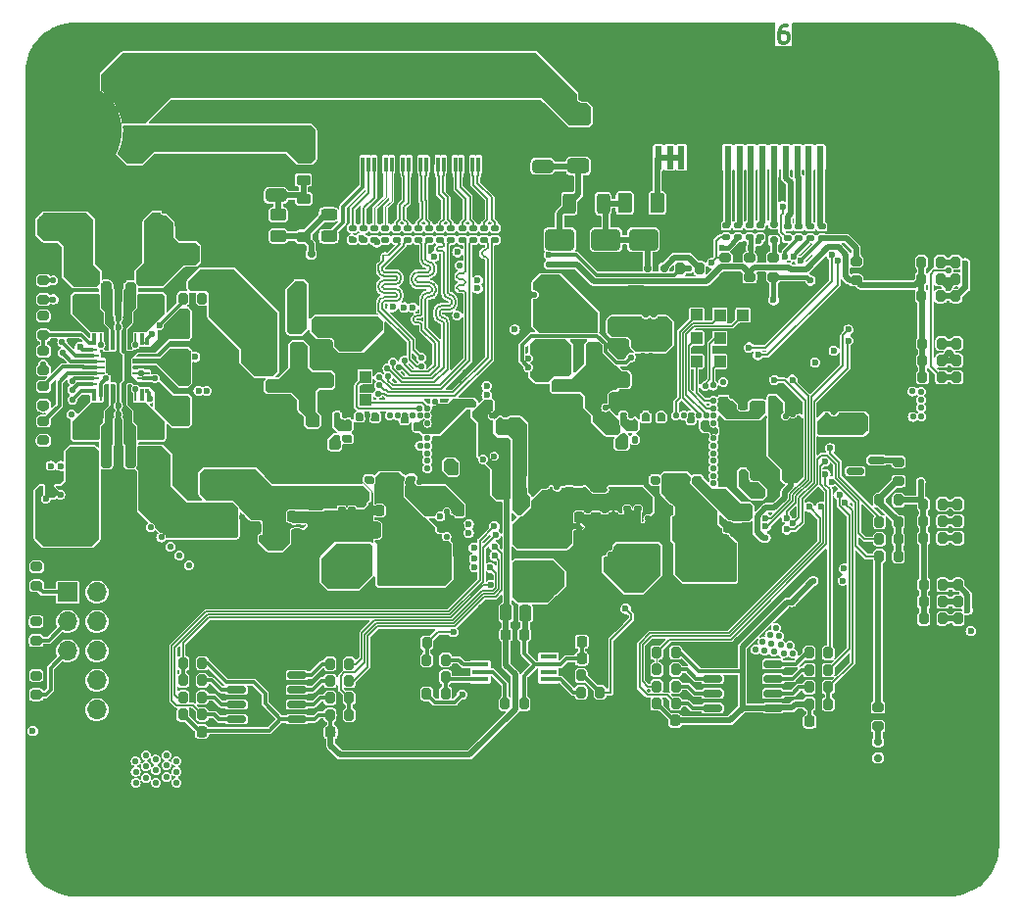
<source format=gbr>
%TF.GenerationSoftware,KiCad,Pcbnew,8.0.6*%
%TF.CreationDate,2024-12-12T06:35:09+00:00*%
%TF.ProjectId,AWR2243RadarBoard,41575232-3234-4335-9261-646172426f61,rev?*%
%TF.SameCoordinates,Original*%
%TF.FileFunction,Copper,L6,Bot*%
%TF.FilePolarity,Positive*%
%FSLAX46Y46*%
G04 Gerber Fmt 4.6, Leading zero omitted, Abs format (unit mm)*
G04 Created by KiCad (PCBNEW 8.0.6) date 2024-12-12 06:35:09*
%MOMM*%
%LPD*%
G01*
G04 APERTURE LIST*
G04 Aperture macros list*
%AMRoundRect*
0 Rectangle with rounded corners*
0 $1 Rounding radius*
0 $2 $3 $4 $5 $6 $7 $8 $9 X,Y pos of 4 corners*
0 Add a 4 corners polygon primitive as box body*
4,1,4,$2,$3,$4,$5,$6,$7,$8,$9,$2,$3,0*
0 Add four circle primitives for the rounded corners*
1,1,$1+$1,$2,$3*
1,1,$1+$1,$4,$5*
1,1,$1+$1,$6,$7*
1,1,$1+$1,$8,$9*
0 Add four rect primitives between the rounded corners*
20,1,$1+$1,$2,$3,$4,$5,0*
20,1,$1+$1,$4,$5,$6,$7,0*
20,1,$1+$1,$6,$7,$8,$9,0*
20,1,$1+$1,$8,$9,$2,$3,0*%
%AMFreePoly0*
4,1,5,0.187500,-0.537500,-0.187500,-0.537500,-0.187500,0.537500,0.187500,0.537500,0.187500,-0.537500,0.187500,-0.537500,$1*%
G04 Aperture macros list end*
%ADD10C,0.300000*%
%TA.AperFunction,NonConductor*%
%ADD11C,0.300000*%
%TD*%
%TA.AperFunction,ComponentPad*%
%ADD12C,0.900000*%
%TD*%
%TA.AperFunction,ComponentPad*%
%ADD13C,8.000000*%
%TD*%
%TA.AperFunction,ComponentPad*%
%ADD14R,1.700000X1.700000*%
%TD*%
%TA.AperFunction,ComponentPad*%
%ADD15O,1.700000X1.700000*%
%TD*%
%TA.AperFunction,SMDPad,CuDef*%
%ADD16RoundRect,0.250000X-1.000000X-0.650000X1.000000X-0.650000X1.000000X0.650000X-1.000000X0.650000X0*%
%TD*%
%TA.AperFunction,SMDPad,CuDef*%
%ADD17RoundRect,0.250000X-0.325000X-0.650000X0.325000X-0.650000X0.325000X0.650000X-0.325000X0.650000X0*%
%TD*%
%TA.AperFunction,SMDPad,CuDef*%
%ADD18RoundRect,0.225000X-0.225000X-0.250000X0.225000X-0.250000X0.225000X0.250000X-0.225000X0.250000X0*%
%TD*%
%TA.AperFunction,SMDPad,CuDef*%
%ADD19RoundRect,0.200000X0.200000X0.275000X-0.200000X0.275000X-0.200000X-0.275000X0.200000X-0.275000X0*%
%TD*%
%TA.AperFunction,SMDPad,CuDef*%
%ADD20RoundRect,0.200000X-0.200000X-0.275000X0.200000X-0.275000X0.200000X0.275000X-0.200000X0.275000X0*%
%TD*%
%TA.AperFunction,SMDPad,CuDef*%
%ADD21RoundRect,0.135000X0.185000X-0.135000X0.185000X0.135000X-0.185000X0.135000X-0.185000X-0.135000X0*%
%TD*%
%TA.AperFunction,SMDPad,CuDef*%
%ADD22RoundRect,0.225000X0.225000X0.250000X-0.225000X0.250000X-0.225000X-0.250000X0.225000X-0.250000X0*%
%TD*%
%TA.AperFunction,SMDPad,CuDef*%
%ADD23RoundRect,0.250000X0.450000X-0.262500X0.450000X0.262500X-0.450000X0.262500X-0.450000X-0.262500X0*%
%TD*%
%TA.AperFunction,SMDPad,CuDef*%
%ADD24RoundRect,0.250000X0.375000X0.625000X-0.375000X0.625000X-0.375000X-0.625000X0.375000X-0.625000X0*%
%TD*%
%TA.AperFunction,SMDPad,CuDef*%
%ADD25RoundRect,0.200000X0.275000X-0.200000X0.275000X0.200000X-0.275000X0.200000X-0.275000X-0.200000X0*%
%TD*%
%TA.AperFunction,SMDPad,CuDef*%
%ADD26RoundRect,0.200000X-0.275000X0.200000X-0.275000X-0.200000X0.275000X-0.200000X0.275000X0.200000X0*%
%TD*%
%TA.AperFunction,SMDPad,CuDef*%
%ADD27RoundRect,0.250000X0.650000X-0.325000X0.650000X0.325000X-0.650000X0.325000X-0.650000X-0.325000X0*%
%TD*%
%TA.AperFunction,SMDPad,CuDef*%
%ADD28RoundRect,0.218750X-0.381250X0.218750X-0.381250X-0.218750X0.381250X-0.218750X0.381250X0.218750X0*%
%TD*%
%TA.AperFunction,SMDPad,CuDef*%
%ADD29RoundRect,0.250000X1.075000X-0.375000X1.075000X0.375000X-1.075000X0.375000X-1.075000X-0.375000X0*%
%TD*%
%TA.AperFunction,SMDPad,CuDef*%
%ADD30RoundRect,0.250000X0.325000X0.650000X-0.325000X0.650000X-0.325000X-0.650000X0.325000X-0.650000X0*%
%TD*%
%TA.AperFunction,SMDPad,CuDef*%
%ADD31RoundRect,0.140000X-0.170000X0.140000X-0.170000X-0.140000X0.170000X-0.140000X0.170000X0.140000X0*%
%TD*%
%TA.AperFunction,SMDPad,CuDef*%
%ADD32RoundRect,0.250000X0.250000X0.475000X-0.250000X0.475000X-0.250000X-0.475000X0.250000X-0.475000X0*%
%TD*%
%TA.AperFunction,SMDPad,CuDef*%
%ADD33R,1.000000X1.000000*%
%TD*%
%TA.AperFunction,SMDPad,CuDef*%
%ADD34RoundRect,0.225000X-0.250000X0.225000X-0.250000X-0.225000X0.250000X-0.225000X0.250000X0.225000X0*%
%TD*%
%TA.AperFunction,SMDPad,CuDef*%
%ADD35RoundRect,0.250000X0.850000X-0.375000X0.850000X0.375000X-0.850000X0.375000X-0.850000X-0.375000X0*%
%TD*%
%TA.AperFunction,SMDPad,CuDef*%
%ADD36RoundRect,0.250000X-0.250000X-0.475000X0.250000X-0.475000X0.250000X0.475000X-0.250000X0.475000X0*%
%TD*%
%TA.AperFunction,SMDPad,CuDef*%
%ADD37RoundRect,0.250000X0.312500X0.625000X-0.312500X0.625000X-0.312500X-0.625000X0.312500X-0.625000X0*%
%TD*%
%TA.AperFunction,SMDPad,CuDef*%
%ADD38RoundRect,0.225000X-0.375000X0.225000X-0.375000X-0.225000X0.375000X-0.225000X0.375000X0.225000X0*%
%TD*%
%TA.AperFunction,SMDPad,CuDef*%
%ADD39RoundRect,0.225000X0.250000X-0.225000X0.250000X0.225000X-0.250000X0.225000X-0.250000X-0.225000X0*%
%TD*%
%TA.AperFunction,SMDPad,CuDef*%
%ADD40RoundRect,0.150000X0.200000X-0.150000X0.200000X0.150000X-0.200000X0.150000X-0.200000X-0.150000X0*%
%TD*%
%TA.AperFunction,SMDPad,CuDef*%
%ADD41R,0.610000X2.000000*%
%TD*%
%TA.AperFunction,SMDPad,CuDef*%
%ADD42R,2.680000X3.600000*%
%TD*%
%TA.AperFunction,SMDPad,CuDef*%
%ADD43RoundRect,0.140000X0.170000X-0.140000X0.170000X0.140000X-0.170000X0.140000X-0.170000X-0.140000X0*%
%TD*%
%TA.AperFunction,SMDPad,CuDef*%
%ADD44RoundRect,0.150000X-0.200000X0.150000X-0.200000X-0.150000X0.200000X-0.150000X0.200000X0.150000X0*%
%TD*%
%TA.AperFunction,SMDPad,CuDef*%
%ADD45RoundRect,0.243750X0.456250X-0.243750X0.456250X0.243750X-0.456250X0.243750X-0.456250X-0.243750X0*%
%TD*%
%TA.AperFunction,SMDPad,CuDef*%
%ADD46RoundRect,0.250000X0.475000X-0.250000X0.475000X0.250000X-0.475000X0.250000X-0.475000X-0.250000X0*%
%TD*%
%TA.AperFunction,SMDPad,CuDef*%
%ADD47RoundRect,0.250000X-0.375000X-1.075000X0.375000X-1.075000X0.375000X1.075000X-0.375000X1.075000X0*%
%TD*%
%TA.AperFunction,SMDPad,CuDef*%
%ADD48RoundRect,0.250000X-0.650000X0.325000X-0.650000X-0.325000X0.650000X-0.325000X0.650000X0.325000X0*%
%TD*%
%TA.AperFunction,SMDPad,CuDef*%
%ADD49R,0.450000X0.400000*%
%TD*%
%TA.AperFunction,SMDPad,CuDef*%
%ADD50FreePoly0,180.000000*%
%TD*%
%TA.AperFunction,SMDPad,CuDef*%
%ADD51R,0.950000X0.250000*%
%TD*%
%TA.AperFunction,SMDPad,CuDef*%
%ADD52R,1.050000X0.250000*%
%TD*%
%TA.AperFunction,SMDPad,CuDef*%
%ADD53R,1.500000X0.250000*%
%TD*%
%TA.AperFunction,SMDPad,CuDef*%
%ADD54R,0.250000X0.950000*%
%TD*%
%TA.AperFunction,SMDPad,CuDef*%
%ADD55R,0.250000X1.400000*%
%TD*%
%TA.AperFunction,SMDPad,CuDef*%
%ADD56R,0.250000X1.850000*%
%TD*%
%TA.AperFunction,SMDPad,CuDef*%
%ADD57R,0.800000X2.200000*%
%TD*%
%TA.AperFunction,SMDPad,CuDef*%
%ADD58RoundRect,0.140000X-0.140000X-0.170000X0.140000X-0.170000X0.140000X0.170000X-0.140000X0.170000X0*%
%TD*%
%TA.AperFunction,SMDPad,CuDef*%
%ADD59RoundRect,0.249999X0.700001X-0.387501X0.700001X0.387501X-0.700001X0.387501X-0.700001X-0.387501X0*%
%TD*%
%TA.AperFunction,SMDPad,CuDef*%
%ADD60R,0.300000X1.300000*%
%TD*%
%TA.AperFunction,SMDPad,CuDef*%
%ADD61R,1.800000X2.200000*%
%TD*%
%TA.AperFunction,SMDPad,CuDef*%
%ADD62RoundRect,0.150000X0.150000X0.200000X-0.150000X0.200000X-0.150000X-0.200000X0.150000X-0.200000X0*%
%TD*%
%TA.AperFunction,SMDPad,CuDef*%
%ADD63RoundRect,0.218750X0.218750X0.381250X-0.218750X0.381250X-0.218750X-0.381250X0.218750X-0.381250X0*%
%TD*%
%TA.AperFunction,SMDPad,CuDef*%
%ADD64RoundRect,0.218750X-0.218750X-0.381250X0.218750X-0.381250X0.218750X0.381250X-0.218750X0.381250X0*%
%TD*%
%TA.AperFunction,SMDPad,CuDef*%
%ADD65RoundRect,0.250000X-0.850000X0.375000X-0.850000X-0.375000X0.850000X-0.375000X0.850000X0.375000X0*%
%TD*%
%TA.AperFunction,SMDPad,CuDef*%
%ADD66RoundRect,0.150000X-0.675000X-0.150000X0.675000X-0.150000X0.675000X0.150000X-0.675000X0.150000X0*%
%TD*%
%TA.AperFunction,SMDPad,CuDef*%
%ADD67RoundRect,0.150000X0.587500X0.150000X-0.587500X0.150000X-0.587500X-0.150000X0.587500X-0.150000X0*%
%TD*%
%TA.AperFunction,SMDPad,CuDef*%
%ADD68RoundRect,0.218750X0.381250X-0.218750X0.381250X0.218750X-0.381250X0.218750X-0.381250X-0.218750X0*%
%TD*%
%TA.AperFunction,SMDPad,CuDef*%
%ADD69R,0.600000X0.600000*%
%TD*%
%TA.AperFunction,SMDPad,CuDef*%
%ADD70R,0.400000X0.400000*%
%TD*%
%TA.AperFunction,SMDPad,CuDef*%
%ADD71R,1.475000X0.450000*%
%TD*%
%TA.AperFunction,SMDPad,CuDef*%
%ADD72RoundRect,0.250000X-0.475000X0.250000X-0.475000X-0.250000X0.475000X-0.250000X0.475000X0.250000X0*%
%TD*%
%TA.AperFunction,SMDPad,CuDef*%
%ADD73RoundRect,0.150000X-0.150000X-0.200000X0.150000X-0.200000X0.150000X0.200000X-0.150000X0.200000X0*%
%TD*%
%TA.AperFunction,SMDPad,CuDef*%
%ADD74RoundRect,0.218750X-0.218750X-0.256250X0.218750X-0.256250X0.218750X0.256250X-0.218750X0.256250X0*%
%TD*%
%TA.AperFunction,ViaPad*%
%ADD75C,0.600000*%
%TD*%
%TA.AperFunction,ViaPad*%
%ADD76C,0.550000*%
%TD*%
%TA.AperFunction,Conductor*%
%ADD77C,0.500000*%
%TD*%
%TA.AperFunction,Conductor*%
%ADD78C,0.300000*%
%TD*%
%TA.AperFunction,Conductor*%
%ADD79C,0.200000*%
%TD*%
%TA.AperFunction,Conductor*%
%ADD80C,0.100000*%
%TD*%
%TA.AperFunction,Conductor*%
%ADD81C,0.150000*%
%TD*%
%TA.AperFunction,Conductor*%
%ADD82C,0.140000*%
%TD*%
%TA.AperFunction,Conductor*%
%ADD83C,0.400000*%
%TD*%
G04 APERTURE END LIST*
D10*
D11*
X101517368Y-30945828D02*
X101231653Y-30945828D01*
X101231653Y-30945828D02*
X101088796Y-31017257D01*
X101088796Y-31017257D02*
X101017368Y-31088685D01*
X101017368Y-31088685D02*
X100874510Y-31302971D01*
X100874510Y-31302971D02*
X100803082Y-31588685D01*
X100803082Y-31588685D02*
X100803082Y-32160114D01*
X100803082Y-32160114D02*
X100874510Y-32302971D01*
X100874510Y-32302971D02*
X100945939Y-32374400D01*
X100945939Y-32374400D02*
X101088796Y-32445828D01*
X101088796Y-32445828D02*
X101374510Y-32445828D01*
X101374510Y-32445828D02*
X101517368Y-32374400D01*
X101517368Y-32374400D02*
X101588796Y-32302971D01*
X101588796Y-32302971D02*
X101660225Y-32160114D01*
X101660225Y-32160114D02*
X101660225Y-31802971D01*
X101660225Y-31802971D02*
X101588796Y-31660114D01*
X101588796Y-31660114D02*
X101517368Y-31588685D01*
X101517368Y-31588685D02*
X101374510Y-31517257D01*
X101374510Y-31517257D02*
X101088796Y-31517257D01*
X101088796Y-31517257D02*
X100945939Y-31588685D01*
X100945939Y-31588685D02*
X100874510Y-31660114D01*
X100874510Y-31660114D02*
X100803082Y-31802971D01*
D12*
%TO.P,H4,1,1*%
%TO.N,GND*%
X37000000Y-40000000D03*
X37878680Y-37878680D03*
X37878680Y-42121320D03*
X40000000Y-37000000D03*
D13*
X40000000Y-40000000D03*
D12*
X40000000Y-43000000D03*
X42121320Y-37878680D03*
X42121320Y-42121320D03*
X43000000Y-40000000D03*
%TD*%
%TO.P,H1,1,1*%
%TO.N,GND*%
X112552300Y-96896000D03*
X113430980Y-94774680D03*
X113430980Y-99017320D03*
X115552300Y-93896000D03*
D13*
X115552300Y-96896000D03*
D12*
X115552300Y-99896000D03*
X117673620Y-94774680D03*
X117673620Y-99017320D03*
X118552300Y-96896000D03*
%TD*%
D14*
%TO.P,J5,1,Pin_1*%
%TO.N,Net-(J5-Pin_1)*%
X39355000Y-79920000D03*
D15*
%TO.P,J5,2,Pin_2*%
%TO.N,Net-(J5-Pin_2)*%
X41895000Y-79920000D03*
%TO.P,J5,3,Pin_3*%
%TO.N,Net-(J5-Pin_3)*%
X39355000Y-82460000D03*
%TO.P,J5,4,Pin_4*%
%TO.N,Net-(J5-Pin_4)*%
X41895000Y-82460000D03*
%TO.P,J5,5,Pin_5*%
%TO.N,Net-(J5-Pin_5)*%
X39355000Y-85000000D03*
%TO.P,J5,6,Pin_6*%
%TO.N,Net-(J5-Pin_6)*%
X41895000Y-85000000D03*
%TO.P,J5,7,Pin_7*%
%TO.N,GND*%
X39355000Y-87540000D03*
%TO.P,J5,8,Pin_8*%
%TO.N,Net-(J5-Pin_10)*%
X41895000Y-87540000D03*
%TO.P,J5,9,Pin_9*%
%TO.N,GND*%
X39355000Y-90080000D03*
%TO.P,J5,10,Pin_10*%
%TO.N,Net-(J5-Pin_10)*%
X41895000Y-90080000D03*
%TD*%
D12*
%TO.P,H3,1,1*%
%TO.N,GND*%
X112552300Y-40000000D03*
X113430980Y-37878680D03*
X113430980Y-42121320D03*
X115552300Y-37000000D03*
D13*
X115552300Y-40000000D03*
D12*
X115552300Y-43000000D03*
X117673620Y-37878680D03*
X117673620Y-42121320D03*
X118552300Y-40000000D03*
%TD*%
%TO.P,H2,1,1*%
%TO.N,GND*%
X37000000Y-96896000D03*
X37878680Y-94774680D03*
X37878680Y-99017320D03*
X40000000Y-93896000D03*
D13*
X40000000Y-96896000D03*
D12*
X40000000Y-99896000D03*
X42121320Y-94774680D03*
X42121320Y-99017320D03*
X43000000Y-96896000D03*
%TD*%
D16*
%TO.P,D12,1,K*%
%TO.N,Net-(D12-K)*%
X81875000Y-49450000D03*
%TO.P,D12,2,A*%
%TO.N,Net-(D10-A1)*%
X85875000Y-49450000D03*
%TD*%
D17*
%TO.P,C41,1*%
%TO.N,+1V8*%
X39855000Y-50610000D03*
%TO.P,C41,2*%
%TO.N,GND*%
X42805000Y-50610000D03*
%TD*%
D18*
%TO.P,C149,1*%
%TO.N,+3V3_Radar1*%
X103480000Y-91075000D03*
%TO.P,C149,2*%
%TO.N,GND*%
X105030000Y-91075000D03*
%TD*%
D19*
%TO.P,R131,1*%
%TO.N,/AWR2243Radar1/RAD1_QSPI_SIO3*%
X105080000Y-89600000D03*
%TO.P,R131,2*%
%TO.N,+3V3_Radar1*%
X103430000Y-89600000D03*
%TD*%
D20*
%TO.P,R90,1*%
%TO.N,/AWR2243Radar0/RAD0_GPIO1*%
X116190000Y-59890000D03*
%TO.P,R90,2*%
%TO.N,GND*%
X117840000Y-59890000D03*
%TD*%
D21*
%TO.P,R11,1*%
%TO.N,/AWR2243Radar0/RAD0_D1_P*%
X73450000Y-49466250D03*
%TO.P,R11,2*%
%TO.N,/RadarConnectors/CAM0_D1_P*%
X73450000Y-48446250D03*
%TD*%
D22*
%TO.P,C65,1*%
%TO.N,+1V0_Radar0_RF1*%
X67870000Y-72860000D03*
%TO.P,C65,2*%
%TO.N,GND*%
X66320000Y-72860000D03*
%TD*%
%TO.P,C148,1*%
%TO.N,+3V3_Radar1*%
X91855000Y-91000000D03*
%TO.P,C148,2*%
%TO.N,GND*%
X90305000Y-91000000D03*
%TD*%
D23*
%TO.P,R52,1*%
%TO.N,Net-(D3-A1)*%
X57575000Y-49137500D03*
%TO.P,R52,2*%
%TO.N,Net-(D5-K)*%
X57575000Y-47312500D03*
%TD*%
D21*
%TO.P,R3,1*%
%TO.N,/AWR2243Radar0/CAM0_TX*%
X65875000Y-49466250D03*
%TO.P,R3,2*%
%TO.N,/RadarConnectors/CAM0_LED_EN*%
X65875000Y-48446250D03*
%TD*%
D24*
%TO.P,F4,1*%
%TO.N,+5VRadar0*%
X90300000Y-46300000D03*
%TO.P,F4,2*%
%TO.N,Net-(D10-A1)*%
X87500000Y-46300000D03*
%TD*%
D25*
%TO.P,R145,1*%
%TO.N,Net-(J5-Pin_3)*%
X36640000Y-84100000D03*
%TO.P,R145,2*%
%TO.N,unconnected-(R145-Pad2)*%
X36640000Y-82450000D03*
%TD*%
D26*
%TO.P,R69,1*%
%TO.N,Net-(U1-I2C1_SDA{slash}SPI_SDI)*%
X37270000Y-62125000D03*
%TO.P,R69,2*%
%TO.N,/AWR2243Radar1/CAM1_SDA*%
X37270000Y-63775000D03*
%TD*%
D27*
%TO.P,C60,1*%
%TO.N,+1V0_Radar1_RF2*%
X80050000Y-73325000D03*
%TO.P,C60,2*%
%TO.N,GND*%
X80050000Y-70375000D03*
%TD*%
D28*
%TO.P,FB7,1*%
%TO.N,+3V3*%
X77070000Y-65407500D03*
%TO.P,FB7,2*%
%TO.N,+3V3_Radar0*%
X77070000Y-67532500D03*
%TD*%
D22*
%TO.P,C56,1*%
%TO.N,+3V3_Radar1*%
X100475000Y-65550000D03*
%TO.P,C56,2*%
%TO.N,GND*%
X98925000Y-65550000D03*
%TD*%
D20*
%TO.P,R134,1*%
%TO.N,/AWR2243Radar0/RAD0_SOP1*%
X70380000Y-85770000D03*
%TO.P,R134,2*%
%TO.N,Net-(IC3-Y0)*%
X72030000Y-85770000D03*
%TD*%
D18*
%TO.P,C106,1*%
%TO.N,+1V2_Radar1*%
X98785000Y-71310000D03*
%TO.P,C106,2*%
%TO.N,GND*%
X100335000Y-71310000D03*
%TD*%
D29*
%TO.P,L10,1,1*%
%TO.N,+1V0_Radar1*%
X79225000Y-77975000D03*
%TO.P,L10,2,2*%
%TO.N,+1V0_Radar1_RF2*%
X79225000Y-75175000D03*
%TD*%
D30*
%TO.P,C38,1*%
%TO.N,+1V2*%
X47495000Y-48310000D03*
%TO.P,C38,2*%
%TO.N,GND*%
X44545000Y-48310000D03*
%TD*%
D31*
%TO.P,C101,1*%
%TO.N,+1V0_Radar0_RF2*%
X63950001Y-71820000D03*
%TO.P,C101,2*%
%TO.N,GND*%
X63950001Y-72780000D03*
%TD*%
D21*
%TO.P,R6,1*%
%TO.N,/AWR2243Radar0/RAD0_D3_N*%
X68710000Y-49460000D03*
%TO.P,R6,2*%
%TO.N,/RadarConnectors/CAM0_D3_N*%
X68710000Y-48440000D03*
%TD*%
D32*
%TO.P,C19,1*%
%TO.N,GND*%
X51300000Y-59695000D03*
%TO.P,C19,2*%
%TO.N,Net-(U1-VOUT_LDO)*%
X49400000Y-59695000D03*
%TD*%
D33*
%TO.P,TP20,1,1*%
%TO.N,Net-(IC2-HS_M__DEBUG1)*%
X95705000Y-57975000D03*
%TD*%
D26*
%TO.P,R80,1*%
%TO.N,/AWR2243Radar0/CAM0_HOSTINT*%
X96210000Y-51055000D03*
%TO.P,R80,2*%
%TO.N,GND*%
X96210000Y-52705000D03*
%TD*%
D34*
%TO.P,C80,1*%
%TO.N,+1V8_Radar0*%
X57020000Y-62105000D03*
%TO.P,C80,2*%
%TO.N,GND*%
X57020000Y-63655000D03*
%TD*%
D20*
%TO.P,R120,1*%
%TO.N,/AWR2243Radar1/RAD1_GPIO2*%
X116300000Y-82200000D03*
%TO.P,R120,2*%
%TO.N,GND*%
X117950000Y-82200000D03*
%TD*%
D21*
%TO.P,R2,1*%
%TO.N,/AWR2243Radar0/CAM0_SCL*%
X64925000Y-49466250D03*
%TO.P,R2,2*%
%TO.N,Net-(J1-Pin_3)*%
X64925000Y-48446250D03*
%TD*%
%TO.P,R13,1*%
%TO.N,/AWR2243Radar0/RAD0_D0_P*%
X75350000Y-49466250D03*
%TO.P,R13,2*%
%TO.N,/RadarConnectors/CAM0_D0_P*%
X75350000Y-48446250D03*
%TD*%
D35*
%TO.P,L1,1,1*%
%TO.N,Net-(U1-SW_B1)*%
X40930000Y-54915000D03*
%TO.P,L1,2,2*%
%TO.N,+1V8*%
X40930000Y-52765000D03*
%TD*%
D30*
%TO.P,C35,1*%
%TO.N,+1V0_Radar0*%
X47565000Y-70310000D03*
%TO.P,C35,2*%
%TO.N,GND*%
X44615000Y-70310000D03*
%TD*%
D22*
%TO.P,C51,1*%
%TO.N,+1V8_Radar0*%
X60565000Y-65110000D03*
%TO.P,C51,2*%
%TO.N,GND*%
X59015000Y-65110000D03*
%TD*%
D18*
%TO.P,C132,1*%
%TO.N,+1V0_Radar1_RF1*%
X94875000Y-74300000D03*
%TO.P,C132,2*%
%TO.N,GND*%
X96425000Y-74300000D03*
%TD*%
D25*
%TO.P,R146,1*%
%TO.N,Net-(J5-Pin_5)*%
X36650000Y-88775000D03*
%TO.P,R146,2*%
%TO.N,unconnected-(R146-Pad2)*%
X36650000Y-87125000D03*
%TD*%
D26*
%TO.P,R56,1*%
%TO.N,/AWR2243Radar0/RAD0_SOP2*%
X37260000Y-52965000D03*
%TO.P,R56,2*%
%TO.N,Net-(U1-GPIO5)*%
X37260000Y-54615000D03*
%TD*%
D22*
%TO.P,C67,1*%
%TO.N,+1V0_Radar1_RF1*%
X92850000Y-72850000D03*
%TO.P,C67,2*%
%TO.N,GND*%
X91300000Y-72850000D03*
%TD*%
D18*
%TO.P,C70,1*%
%TO.N,+3V3_Radar0*%
X75655000Y-63820000D03*
%TO.P,C70,2*%
%TO.N,GND*%
X77205000Y-63820000D03*
%TD*%
D21*
%TO.P,R5,1*%
%TO.N,/AWR2243Radar0/RAD0_D3_P*%
X67765000Y-49460000D03*
%TO.P,R5,2*%
%TO.N,/RadarConnectors/CAM0_D3_P*%
X67765000Y-48440000D03*
%TD*%
D22*
%TO.P,C12,1*%
%TO.N,GND*%
X50915000Y-65015000D03*
%TO.P,C12,2*%
%TO.N,+5V*%
X49365000Y-65015000D03*
%TD*%
D19*
%TO.P,R118,1*%
%TO.N,/AWR2243Radar1/nRESET_RAD1*%
X111155000Y-75330000D03*
%TO.P,R118,2*%
%TO.N,/AWR2243Radar0/RAD1_EXT_nRESET*%
X109505000Y-75330000D03*
%TD*%
D33*
%TO.P,TP7,1,1*%
%TO.N,Net-(IC1-HS_M__DEBUG1)*%
X65070000Y-61310000D03*
%TD*%
D36*
%TO.P,C24,1*%
%TO.N,+5V*%
X82100000Y-36775000D03*
%TO.P,C24,2*%
%TO.N,GND*%
X84000000Y-36775000D03*
%TD*%
D19*
%TO.P,R116,1*%
%TO.N,/AWR2243Radar1/nRESET_RAD1*%
X111155000Y-73870000D03*
%TO.P,R116,2*%
%TO.N,/AWR2243Radar0/RAD0_EXT_nRESET*%
X109505000Y-73870000D03*
%TD*%
D18*
%TO.P,C107,1*%
%TO.N,+3V3_Radar1*%
X100675000Y-64020000D03*
%TO.P,C107,2*%
%TO.N,GND*%
X102225000Y-64020000D03*
%TD*%
D37*
%TO.P,R63,1*%
%TO.N,Net-(D10-A1)*%
X85637500Y-46325000D03*
%TO.P,R63,2*%
%TO.N,Net-(D12-K)*%
X82712500Y-46325000D03*
%TD*%
D21*
%TO.P,R14,1*%
%TO.N,/AWR2243Radar0/RAD0_D0_N*%
X76300000Y-49466250D03*
%TO.P,R14,2*%
%TO.N,/RadarConnectors/CAM0_D0_N*%
X76300000Y-48446250D03*
%TD*%
D33*
%TO.P,TP25,1,1*%
%TO.N,Net-(IC2-HS_M_DEBUG2)*%
X93700000Y-57965000D03*
%TD*%
D19*
%TO.P,R126,1*%
%TO.N,Net-(U2-~{WP}{slash}SIO2)*%
X50985000Y-87535000D03*
%TO.P,R126,2*%
%TO.N,/AWR2243Radar0/RAD0_QSPI_SIO2*%
X49335000Y-87535000D03*
%TD*%
D38*
%TO.P,D5,1,K*%
%TO.N,Net-(D5-K)*%
X59750000Y-45900000D03*
%TO.P,D5,2,A*%
%TO.N,Net-(D3-A1)*%
X59750000Y-49200000D03*
%TD*%
D21*
%TO.P,R10,1*%
%TO.N,/AWR2243Radar0/RAD0_CK_N*%
X72500000Y-49466250D03*
%TO.P,R10,2*%
%TO.N,/RadarConnectors/CAM0_CK_N*%
X72500000Y-48446250D03*
%TD*%
D39*
%TO.P,C75,1*%
%TO.N,+1V0_Radar0_RF2*%
X58760000Y-71415000D03*
%TO.P,C75,2*%
%TO.N,GND*%
X58760000Y-69865000D03*
%TD*%
D40*
%TO.P,D1,1,K*%
%TO.N,/RadarConnectors/CAM0_nRESET*%
X100380000Y-48102500D03*
%TO.P,D1,2,A*%
%TO.N,Net-(D1-A)*%
X100380000Y-49502500D03*
%TD*%
D41*
%TO.P,J4,1,Pin_1*%
%TO.N,+5VRadar0*%
X90400000Y-42350000D03*
%TO.P,J4,2,Pin_2*%
X91400000Y-42350000D03*
%TO.P,J4,3,Pin_3*%
X92400000Y-42350000D03*
%TO.P,J4,4,Pin_4*%
%TO.N,GND*%
X93400000Y-42350000D03*
%TO.P,J4,5,Pin_5*%
X94400000Y-42350000D03*
%TO.P,J4,6,Pin_6*%
X95400000Y-42350000D03*
%TO.P,J4,7,Pin_7*%
%TO.N,Net-(J4-Pin_7)*%
X96400000Y-42350000D03*
%TO.P,J4,8,Pin_8*%
%TO.N,Net-(J4-Pin_8)*%
X97400000Y-42350000D03*
%TO.P,J4,9,Pin_9*%
%TO.N,Net-(J4-Pin_9)*%
X98400000Y-42350000D03*
%TO.P,J4,10,Pin_10*%
%TO.N,Net-(J4-Pin_10)*%
X99400000Y-42350000D03*
%TO.P,J4,11,Pin_11*%
%TO.N,/RadarConnectors/CAM0_nRESET*%
X100400000Y-42350000D03*
%TO.P,J4,12,Pin_12*%
%TO.N,Net-(J4-Pin_12)*%
X101400000Y-42350000D03*
%TO.P,J4,13,Pin_13*%
%TO.N,Net-(J4-Pin_13)*%
X102400000Y-42350000D03*
%TO.P,J4,14,Pin_14*%
%TO.N,Net-(J4-Pin_14)*%
X103400000Y-42350000D03*
%TO.P,J4,15,Pin_15*%
%TO.N,Net-(J4-Pin_15)*%
X104400000Y-42350000D03*
D42*
%TO.P,J4,MP,MountPin*%
%TO.N,GND*%
X87410000Y-39550000D03*
X107390000Y-39550000D03*
%TD*%
D43*
%TO.P,C134,1*%
%TO.N,+1V0_Radar1_RF1*%
X91925000Y-70190000D03*
%TO.P,C134,2*%
%TO.N,GND*%
X91925000Y-69230000D03*
%TD*%
D44*
%TO.P,D7,1,K*%
%TO.N,Net-(D11-A)*%
X109390000Y-94255000D03*
%TO.P,D7,2,A*%
%TO.N,Net-(D7-A)*%
X109390000Y-92855000D03*
%TD*%
D27*
%TO.P,C27,1*%
%TO.N,+1V2_Radar0*%
X62845000Y-56945000D03*
%TO.P,C27,2*%
%TO.N,GND*%
X62845000Y-53995000D03*
%TD*%
D21*
%TO.P,R37,1*%
%TO.N,/AWR2243Radar0/CAM0_MISO*%
X97275000Y-49250000D03*
%TO.P,R37,2*%
%TO.N,Net-(J4-Pin_8)*%
X97275000Y-48230000D03*
%TD*%
D45*
%TO.P,F1,1*%
%TO.N,+3V3_Conn0*%
X61925000Y-49162500D03*
%TO.P,F1,2*%
%TO.N,Net-(D3-A1)*%
X61925000Y-47287500D03*
%TD*%
D34*
%TO.P,C112,1*%
%TO.N,+1V0_Radar1_RF2*%
X85035000Y-71875000D03*
%TO.P,C112,2*%
%TO.N,GND*%
X85035000Y-73425000D03*
%TD*%
D20*
%TO.P,R95,1*%
%TO.N,+3V3_Radar1*%
X113305000Y-72320000D03*
%TO.P,R95,2*%
%TO.N,/AWR2243Radar1/RAD1_SOP0*%
X114955000Y-72320000D03*
%TD*%
D30*
%TO.P,C39,1*%
%TO.N,+1V0_Radar0*%
X47565000Y-72610000D03*
%TO.P,C39,2*%
%TO.N,GND*%
X44615000Y-72610000D03*
%TD*%
D27*
%TO.P,C45,1*%
%TO.N,+1V8_Radar0*%
X61350000Y-61575000D03*
%TO.P,C45,2*%
%TO.N,GND*%
X61350000Y-58625000D03*
%TD*%
D19*
%TO.P,R130,1*%
%TO.N,Net-(IC3-CLKIN)*%
X72030000Y-87240000D03*
%TO.P,R130,2*%
%TO.N,GND*%
X70380000Y-87240000D03*
%TD*%
D26*
%TO.P,R68,1*%
%TO.N,Net-(U1-I2C1_SCL{slash}SPI_SCK)*%
X37270000Y-65145000D03*
%TO.P,R68,2*%
%TO.N,/AWR2243Radar1/CAM1_SCL*%
X37270000Y-66795000D03*
%TD*%
D20*
%TO.P,R76,1*%
%TO.N,+3V3_Radar0*%
X113130000Y-54330000D03*
%TO.P,R76,2*%
%TO.N,/AWR2243Radar0/RAD0_SOP2*%
X114780000Y-54330000D03*
%TD*%
D34*
%TO.P,C95,1*%
%TO.N,+1V0_Radar0_RF2*%
X60325001Y-71900000D03*
%TO.P,C95,2*%
%TO.N,GND*%
X60325001Y-73450000D03*
%TD*%
D21*
%TO.P,R43,1*%
%TO.N,/AWR2243Radar0/CAM0_CS*%
X104525000Y-49345000D03*
%TO.P,R43,2*%
%TO.N,Net-(J4-Pin_15)*%
X104525000Y-48325000D03*
%TD*%
D20*
%TO.P,R93,1*%
%TO.N,+3V3_Radar0*%
X113225000Y-61350000D03*
%TO.P,R93,2*%
%TO.N,/AWR2243Radar0/RAD0_GPIO2*%
X114875000Y-61350000D03*
%TD*%
D34*
%TO.P,C117,1*%
%TO.N,+1V8_Radar1*%
X81750000Y-62075000D03*
%TO.P,C117,2*%
%TO.N,GND*%
X81750000Y-63625000D03*
%TD*%
D43*
%TO.P,C103,1*%
%TO.N,+1V0_Radar0_RF1*%
X67200000Y-70130000D03*
%TO.P,C103,2*%
%TO.N,GND*%
X67200000Y-69170000D03*
%TD*%
D21*
%TO.P,R1,1*%
%TO.N,/AWR2243Radar0/CAM0_SDA*%
X63975000Y-49466250D03*
%TO.P,R1,2*%
%TO.N,Net-(J1-Pin_2)*%
X63975000Y-48446250D03*
%TD*%
D46*
%TO.P,C29,1*%
%TO.N,+1V2_Radar0*%
X64975000Y-57025000D03*
%TO.P,C29,2*%
%TO.N,GND*%
X64975000Y-55125000D03*
%TD*%
D18*
%TO.P,C146,1*%
%TO.N,Net-(IC3-VDD)*%
X83775000Y-84200000D03*
%TO.P,C146,2*%
%TO.N,GND*%
X85325000Y-84200000D03*
%TD*%
D29*
%TO.P,L7,1,1*%
%TO.N,+1V0_Radar0*%
X52400000Y-72810000D03*
%TO.P,L7,2,2*%
%TO.N,+1V0_Radar0_RF2*%
X52400000Y-70010000D03*
%TD*%
D34*
%TO.P,C114,1*%
%TO.N,+1V8_Radar1*%
X98040000Y-72775000D03*
%TO.P,C114,2*%
%TO.N,GND*%
X98040000Y-74325000D03*
%TD*%
D33*
%TO.P,TP18,1,1*%
%TO.N,Net-(IC2-TMS)*%
X95705000Y-55975000D03*
%TD*%
D20*
%TO.P,R129,1*%
%TO.N,/AWR2243Radar0/RAD0_DIG_SYNC_OUT*%
X70375000Y-88700000D03*
%TO.P,R129,2*%
%TO.N,Net-(IC3-CLKIN)*%
X72025000Y-88700000D03*
%TD*%
D18*
%TO.P,C68,1*%
%TO.N,+1V0_Radar1_RF2*%
X82025000Y-73425000D03*
%TO.P,C68,2*%
%TO.N,GND*%
X83575000Y-73425000D03*
%TD*%
D20*
%TO.P,R111,1*%
%TO.N,/AWR2243Radar1/RAD1_GPIO0*%
X116295000Y-79280000D03*
%TO.P,R111,2*%
%TO.N,GND*%
X117945000Y-79280000D03*
%TD*%
D31*
%TO.P,C113,1*%
%TO.N,+1V2_Radar1*%
X90625000Y-64870000D03*
%TO.P,C113,2*%
%TO.N,GND*%
X90625000Y-65830000D03*
%TD*%
D20*
%TO.P,R136,1*%
%TO.N,Net-(U3-SI{slash}SIO0)*%
X103430000Y-85175000D03*
%TO.P,R136,2*%
%TO.N,/AWR2243Radar1/RAD1_QSPI_SIO0*%
X105080000Y-85175000D03*
%TD*%
D43*
%TO.P,C100,1*%
%TO.N,+1V0_Radar0_RF1*%
X66280000Y-70130000D03*
%TO.P,C100,2*%
%TO.N,GND*%
X66280000Y-69170000D03*
%TD*%
D27*
%TO.P,C43,1*%
%TO.N,+1V0_Radar0*%
X49620000Y-72905000D03*
%TO.P,C43,2*%
%TO.N,GND*%
X49620000Y-69955000D03*
%TD*%
D47*
%TO.P,L6,1,1*%
%TO.N,+1V8*%
X56510000Y-59800000D03*
%TO.P,L6,2,2*%
%TO.N,+1V8_Radar0*%
X59310000Y-59800000D03*
%TD*%
D18*
%TO.P,C96,1*%
%TO.N,+1V0_Radar0_RF1*%
X70135000Y-74300000D03*
%TO.P,C96,2*%
%TO.N,GND*%
X71685000Y-74300000D03*
%TD*%
D20*
%TO.P,R114,1*%
%TO.N,+3V3_Radar1*%
X113340000Y-80740000D03*
%TO.P,R114,2*%
%TO.N,/AWR2243Radar1/RAD1_GPIO1*%
X114990000Y-80740000D03*
%TD*%
D31*
%TO.P,C131,1*%
%TO.N,+1V8_Radar1*%
X93220000Y-65040000D03*
%TO.P,C131,2*%
%TO.N,GND*%
X93220000Y-66000000D03*
%TD*%
D20*
%TO.P,R99,1*%
%TO.N,+3V3_Radar1*%
X113310000Y-75240000D03*
%TO.P,R99,2*%
%TO.N,/AWR2243Radar1/RAD1_SOP2*%
X114960000Y-75240000D03*
%TD*%
D22*
%TO.P,C83,1*%
%TO.N,Net-(IC1-VOUT_14APLL)*%
X62465000Y-67100000D03*
%TO.P,C83,2*%
%TO.N,GND*%
X60915000Y-67100000D03*
%TD*%
D33*
%TO.P,TP21,1,1*%
%TO.N,Net-(IC2-HS_P__DEBUG1)*%
X95705000Y-59975000D03*
%TD*%
D35*
%TO.P,L2,1,1*%
%TO.N,Net-(U1-SW_B2)*%
X46510000Y-54945000D03*
%TO.P,L2,2,2*%
%TO.N,+1V2*%
X46510000Y-52795000D03*
%TD*%
D26*
%TO.P,R44,1*%
%TO.N,Net-(D1-A)*%
X100350000Y-51025000D03*
%TO.P,R44,2*%
%TO.N,/AWR2243Radar0/RAD0_EXT_nRESET*%
X100350000Y-52675000D03*
%TD*%
D32*
%TO.P,C53,1*%
%TO.N,+3V3_Radar0*%
X75464999Y-67225000D03*
%TO.P,C53,2*%
%TO.N,GND*%
X73564999Y-67225000D03*
%TD*%
D36*
%TO.P,C145,1*%
%TO.N,Net-(IC3-VDD)*%
X78915000Y-81720000D03*
%TO.P,C145,2*%
%TO.N,GND*%
X80815000Y-81720000D03*
%TD*%
D31*
%TO.P,C99,1*%
%TO.N,+1V0_Radar0_RF2*%
X63025001Y-71820000D03*
%TO.P,C99,2*%
%TO.N,GND*%
X63025001Y-72780000D03*
%TD*%
D18*
%TO.P,C143,1*%
%TO.N,+3V3_Radar0*%
X62085000Y-92010000D03*
%TO.P,C143,2*%
%TO.N,GND*%
X63635000Y-92010000D03*
%TD*%
D31*
%TO.P,C74,1*%
%TO.N,+1V2_Radar0*%
X69650000Y-65590000D03*
%TO.P,C74,2*%
%TO.N,GND*%
X69650000Y-66550000D03*
%TD*%
D39*
%TO.P,C122,1*%
%TO.N,Net-(IC2-VOUT_14SYNTH)*%
X88110000Y-65515000D03*
%TO.P,C122,2*%
%TO.N,GND*%
X88110000Y-63965000D03*
%TD*%
D36*
%TO.P,C47,1*%
%TO.N,+1V8_Radar0*%
X59970000Y-63390000D03*
%TO.P,C47,2*%
%TO.N,GND*%
X61870000Y-63390000D03*
%TD*%
D47*
%TO.P,L8,1,1*%
%TO.N,+1V0_Radar1*%
X89870000Y-77140000D03*
%TO.P,L8,2,2*%
%TO.N,+1V0_Radar1_RF1*%
X92670000Y-77140000D03*
%TD*%
D43*
%TO.P,C128,1*%
%TO.N,+1V8_Radar1*%
X90075000Y-70205000D03*
%TO.P,C128,2*%
%TO.N,GND*%
X90075000Y-69245000D03*
%TD*%
%TO.P,C135,1*%
%TO.N,+1V0_Radar1_RF1*%
X91000000Y-70200000D03*
%TO.P,C135,2*%
%TO.N,GND*%
X91000000Y-69240000D03*
%TD*%
D22*
%TO.P,C142,1*%
%TO.N,+3V3_Radar0*%
X50935000Y-91960000D03*
%TO.P,C142,2*%
%TO.N,GND*%
X49385000Y-91960000D03*
%TD*%
D43*
%TO.P,C90,1*%
%TO.N,+1V8_Radar0*%
X69050001Y-70110000D03*
%TO.P,C90,2*%
%TO.N,GND*%
X69050001Y-69150000D03*
%TD*%
D34*
%TO.P,C119,1*%
%TO.N,+1V8_Radar1*%
X83210000Y-62075000D03*
%TO.P,C119,2*%
%TO.N,GND*%
X83210000Y-63625000D03*
%TD*%
D21*
%TO.P,R38,1*%
%TO.N,/AWR2243Radar0/CAM0_nERROUT*%
X98270000Y-49240000D03*
%TO.P,R38,2*%
%TO.N,Net-(J4-Pin_9)*%
X98270000Y-48220000D03*
%TD*%
D18*
%TO.P,C147,1*%
%TO.N,Net-(IC3-VDD)*%
X83775000Y-85660000D03*
%TO.P,C147,2*%
%TO.N,GND*%
X85325000Y-85660000D03*
%TD*%
D20*
%TO.P,R94,1*%
%TO.N,/AWR2243Radar0/RAD0_GPIO2*%
X116185000Y-61350000D03*
%TO.P,R94,2*%
%TO.N,GND*%
X117835000Y-61350000D03*
%TD*%
D17*
%TO.P,C59,1*%
%TO.N,+1V0_Radar1_RF1*%
X95005000Y-76190000D03*
%TO.P,C59,2*%
%TO.N,GND*%
X97955000Y-76190000D03*
%TD*%
D21*
%TO.P,R9,1*%
%TO.N,/AWR2243Radar0/RAD0_CK_P*%
X71550000Y-49466250D03*
%TO.P,R9,2*%
%TO.N,/RadarConnectors/CAM0_CK_P*%
X71550000Y-48446250D03*
%TD*%
D19*
%TO.P,R141,1*%
%TO.N,/AWR2243Radar1/RAD1_QSPI_CS*%
X91900000Y-89540000D03*
%TO.P,R141,2*%
%TO.N,+3V3_Radar1*%
X90250000Y-89540000D03*
%TD*%
D17*
%TO.P,C37,1*%
%TO.N,+1V8*%
X39855000Y-48310000D03*
%TO.P,C37,2*%
%TO.N,GND*%
X42805000Y-48310000D03*
%TD*%
D36*
%TO.P,C62,1*%
%TO.N,+1V0_Radar0_RF2*%
X57260000Y-75160000D03*
%TO.P,C62,2*%
%TO.N,GND*%
X59160000Y-75160000D03*
%TD*%
D33*
%TO.P,TP26,1,1*%
%TO.N,Net-(IC2-HS_P_DEBUG2)*%
X93700000Y-59975000D03*
%TD*%
D26*
%TO.P,R71,1*%
%TO.N,Net-(U1-INT_n)*%
X37270000Y-59075000D03*
%TO.P,R71,2*%
%TO.N,+3V3*%
X37270000Y-60725000D03*
%TD*%
D20*
%TO.P,R72,1*%
%TO.N,+3V3_Radar0*%
X113130000Y-51410000D03*
%TO.P,R72,2*%
%TO.N,/AWR2243Radar0/RAD0_SOP0*%
X114780000Y-51410000D03*
%TD*%
%TO.P,R133,1*%
%TO.N,/AWR2243Radar0/RAD0_SOP1*%
X70390000Y-84300000D03*
%TO.P,R133,2*%
%TO.N,GND*%
X72040000Y-84300000D03*
%TD*%
D43*
%TO.P,C136,1*%
%TO.N,+1V0_Radar1_RF1*%
X92850000Y-70190000D03*
%TO.P,C136,2*%
%TO.N,GND*%
X92850000Y-69230000D03*
%TD*%
D19*
%TO.P,R113,1*%
%TO.N,/AWR2243Radar1/nRESET_RAD1*%
X111155000Y-76800000D03*
%TO.P,R113,2*%
%TO.N,/AWR2243Radar0/LP_RESET*%
X109505000Y-76800000D03*
%TD*%
%TO.P,R57,1*%
%TO.N,/PSU/CAM1_PGOOD*%
X50995000Y-54540000D03*
%TO.P,R57,2*%
%TO.N,Net-(U1-GPIO6)*%
X49345000Y-54540000D03*
%TD*%
D17*
%TO.P,C36,1*%
%TO.N,+1V0_Radar1*%
X40015000Y-70305000D03*
%TO.P,C36,2*%
%TO.N,GND*%
X42965000Y-70305000D03*
%TD*%
D18*
%TO.P,C71,1*%
%TO.N,+1V2_Radar0*%
X72420000Y-68985000D03*
%TO.P,C71,2*%
%TO.N,GND*%
X73970000Y-68985000D03*
%TD*%
D19*
%TO.P,R137,1*%
%TO.N,Net-(U3-SO{slash}SIO1)*%
X91905000Y-88075000D03*
%TO.P,R137,2*%
%TO.N,/AWR2243Radar1/RAD1_QSPI_SIO1*%
X90255000Y-88075000D03*
%TD*%
D18*
%TO.P,C108,1*%
%TO.N,+1V2_Radar1*%
X96175000Y-63700000D03*
%TO.P,C108,2*%
%TO.N,GND*%
X97725000Y-63700000D03*
%TD*%
D34*
%TO.P,C97,1*%
%TO.N,+1V0_Radar0_RF2*%
X61825001Y-71925000D03*
%TO.P,C97,2*%
%TO.N,GND*%
X61825001Y-73475000D03*
%TD*%
D48*
%TO.P,C33,1*%
%TO.N,+1V8*%
X37790000Y-47995000D03*
%TO.P,C33,2*%
%TO.N,GND*%
X37790000Y-50945000D03*
%TD*%
D31*
%TO.P,C127,1*%
%TO.N,+1V8_Radar1*%
X89300000Y-64870000D03*
%TO.P,C127,2*%
%TO.N,GND*%
X89300000Y-65830000D03*
%TD*%
D20*
%TO.P,R55,1*%
%TO.N,/AWR2243Radar0/LP_RESET*%
X92315000Y-51935000D03*
%TO.P,R55,2*%
%TO.N,Net-(D8-A)*%
X93965000Y-51935000D03*
%TD*%
D22*
%TO.P,C55,1*%
%TO.N,+3V3_Radar0*%
X75515000Y-65450000D03*
%TO.P,C55,2*%
%TO.N,GND*%
X73965000Y-65450000D03*
%TD*%
D20*
%TO.P,R85,1*%
%TO.N,/AWR2243Radar0/RAD0_GPIO0*%
X116190000Y-58430000D03*
%TO.P,R85,2*%
%TO.N,GND*%
X117840000Y-58430000D03*
%TD*%
D25*
%TO.P,R109,1*%
%TO.N,/AWR2243Radar1/nRESET_RAD1*%
X111160000Y-70325000D03*
%TO.P,R109,2*%
%TO.N,Net-(Q2-G)*%
X111160000Y-68675000D03*
%TD*%
D19*
%TO.P,R140,1*%
%TO.N,Net-(IC3-VDD)*%
X78800000Y-89570000D03*
%TO.P,R140,2*%
%TO.N,Net-(IC3-1G)*%
X77150000Y-89570000D03*
%TD*%
D49*
%TO.P,U1,1,GPIO1*%
%TO.N,/PSU/PMIC_GPIO1*%
X41265000Y-62540000D03*
D50*
X41677500Y-62877500D03*
D51*
%TO.P,U1,2,GPIO2*%
%TO.N,/PSU/PMIC_CS*%
X41515000Y-61965000D03*
D52*
%TO.P,U1,3,GPIO3*%
%TO.N,/PSU/PMIC_MISO*%
X41565000Y-61465000D03*
D53*
%TO.P,U1,4,I2C1_SCL/SPI_SCK*%
%TO.N,Net-(U1-I2C1_SCL{slash}SPI_SCK)*%
X41790000Y-60965000D03*
%TO.P,U1,5,I2C1_SDA/SPI_SDI*%
%TO.N,Net-(U1-I2C1_SDA{slash}SPI_SDI)*%
X41790000Y-60465000D03*
%TO.P,U1,6,FB_B2*%
%TO.N,Net-(U1-FB_B2)*%
X41790000Y-59965000D03*
D52*
%TO.P,U1,7,FB_B1*%
%TO.N,Net-(U1-FB_B1)*%
X41565000Y-59465000D03*
D51*
%TO.P,U1,8,GPIO4*%
%TO.N,/PSU/CAM0_PGOOD*%
X41515000Y-58965000D03*
D49*
%TO.P,U1,9,INT_n*%
%TO.N,Net-(U1-INT_n)*%
X41265000Y-58390000D03*
D50*
X41677500Y-58052500D03*
D54*
%TO.P,U1,10,GPIO5*%
%TO.N,Net-(U1-GPIO5)*%
X42240000Y-57990000D03*
D55*
%TO.P,U1,11,SW_B1*%
%TO.N,Net-(U1-SW_B1)*%
X42740000Y-58215000D03*
%TO.P,U1,12,PVIN_B1*%
%TO.N,+5V*%
X43240000Y-58215000D03*
D56*
%TO.P,U1,13,PGND*%
%TO.N,GND*%
X43740000Y-58440000D03*
D57*
X43740000Y-60465000D03*
D56*
X43740000Y-62490000D03*
D55*
%TO.P,U1,14,PVIN_B2*%
%TO.N,+5V*%
X44240000Y-58215000D03*
%TO.P,U1,15,SW_B2*%
%TO.N,Net-(U1-SW_B2)*%
X44740000Y-58215000D03*
D54*
%TO.P,U1,16,GPIO6*%
%TO.N,Net-(U1-GPIO6)*%
X45240000Y-57990000D03*
D50*
%TO.P,U1,17,GPIO7*%
%TO.N,Net-(U1-GPIO7)*%
X45802500Y-58052500D03*
D49*
X46215000Y-58390000D03*
D51*
%TO.P,U1,18,VCCA*%
%TO.N,+5V*%
X45965000Y-58965000D03*
D52*
%TO.P,U1,19,AGND1*%
%TO.N,GND*%
X45915000Y-59465000D03*
D53*
%TO.P,U1,20,VOUT_LDO*%
%TO.N,Net-(U1-VOUT_LDO)*%
X45690000Y-59965000D03*
%TO.P,U1,21,AGND2*%
%TO.N,GND*%
X45690000Y-60465000D03*
%TO.P,U1,22,FB_B4*%
%TO.N,Net-(U1-FB_B4)*%
X45690000Y-60965000D03*
D52*
%TO.P,U1,23,FB_B3*%
%TO.N,Net-(U1-FB_B3)*%
X45915000Y-61465000D03*
D51*
%TO.P,U1,24,VIO*%
%TO.N,+5V*%
X45965000Y-61965000D03*
D50*
%TO.P,U1,25,GPIO8*%
%TO.N,Net-(U1-GPIO8)*%
X45802500Y-62877500D03*
D49*
X46215000Y-62540000D03*
D54*
%TO.P,U1,26,GPIO9*%
%TO.N,Net-(D13-K)*%
X45240000Y-62940000D03*
D55*
%TO.P,U1,27,SW_B3*%
%TO.N,Net-(U1-SW_B3)*%
X44740000Y-62715000D03*
%TO.P,U1,28,PVIN_B3*%
%TO.N,+5V*%
X44240000Y-62715000D03*
%TO.P,U1,30,PVIN_B4*%
X43240000Y-62715000D03*
%TO.P,U1,31,SW_B4*%
%TO.N,Net-(U1-SW_B4)*%
X42740000Y-62715000D03*
D54*
%TO.P,U1,32,GPIO10*%
%TO.N,Net-(D14-K)*%
X42240000Y-62940000D03*
%TD*%
D21*
%TO.P,R7,1*%
%TO.N,/AWR2243Radar0/RAD0_D2_P*%
X69650000Y-49466250D03*
%TO.P,R7,2*%
%TO.N,/RadarConnectors/CAM0_D2_P*%
X69650000Y-48446250D03*
%TD*%
D39*
%TO.P,C73,1*%
%TO.N,+1V0_Radar0_RF2*%
X57220000Y-71405000D03*
%TO.P,C73,2*%
%TO.N,GND*%
X57220000Y-69855000D03*
%TD*%
D20*
%TO.P,R119,1*%
%TO.N,+3V3_Radar1*%
X113340000Y-82200000D03*
%TO.P,R119,2*%
%TO.N,/AWR2243Radar1/RAD1_GPIO2*%
X114990000Y-82200000D03*
%TD*%
D21*
%TO.P,R42,1*%
%TO.N,/AWR2243Radar0/CAM0_SPICLK*%
X103525000Y-49345000D03*
%TO.P,R42,2*%
%TO.N,Net-(J4-Pin_14)*%
X103525000Y-48325000D03*
%TD*%
D58*
%TO.P,C93,1*%
%TO.N,Net-(IC1-VBGAP)*%
X63610000Y-66650000D03*
%TO.P,C93,2*%
%TO.N,GND*%
X64570000Y-66650000D03*
%TD*%
D21*
%TO.P,R36,1*%
%TO.N,/AWR2243Radar0/CAM0_HOSTINT*%
X96270000Y-49260000D03*
%TO.P,R36,2*%
%TO.N,Net-(J4-Pin_7)*%
X96270000Y-48240000D03*
%TD*%
D20*
%TO.P,R139,1*%
%TO.N,Net-(U3-~{HOLD}{slash}SIO3)*%
X103430000Y-88125000D03*
%TO.P,R139,2*%
%TO.N,/AWR2243Radar1/RAD1_QSPI_SIO3*%
X105080000Y-88125000D03*
%TD*%
D47*
%TO.P,L9,1,1*%
%TO.N,+1V0_Radar0*%
X65000000Y-77190000D03*
%TO.P,L9,2,2*%
%TO.N,+1V0_Radar0_RF1*%
X67800000Y-77190000D03*
%TD*%
D22*
%TO.P,C120,1*%
%TO.N,Net-(IC2-VOUT_14APLL)*%
X87235000Y-66990000D03*
%TO.P,C120,2*%
%TO.N,GND*%
X85685000Y-66990000D03*
%TD*%
D59*
%TO.P,FB4,1*%
%TO.N,Net-(D12-K)*%
X83500000Y-43087500D03*
%TO.P,FB4,2*%
%TO.N,+5V*%
X83500000Y-38862500D03*
%TD*%
D20*
%TO.P,R127,1*%
%TO.N,Net-(U2-~{HOLD}{slash}SIO3)*%
X62035000Y-89060000D03*
%TO.P,R127,2*%
%TO.N,/AWR2243Radar0/RAD0_QSPI_SIO3*%
X63685000Y-89060000D03*
%TD*%
D60*
%TO.P,J1,1,Pin_1*%
%TO.N,+3V3_Conn0*%
X64850000Y-42950000D03*
%TO.P,J1,2,Pin_2*%
%TO.N,Net-(J1-Pin_2)*%
X65350000Y-42950000D03*
%TO.P,J1,3,Pin_3*%
%TO.N,Net-(J1-Pin_3)*%
X65850000Y-42950000D03*
%TO.P,J1,4,Pin_4*%
%TO.N,GND*%
X66350000Y-42950000D03*
%TO.P,J1,5,Pin_5*%
%TO.N,/RadarConnectors/CAM0_LED_EN*%
X66850000Y-42950000D03*
%TO.P,J1,6,Pin_6*%
%TO.N,/RadarConnectors/CAM0_PWR_EN*%
X67350000Y-42950000D03*
%TO.P,J1,7,Pin_7*%
%TO.N,GND*%
X67850000Y-42950000D03*
%TO.P,J1,8,Pin_8*%
%TO.N,/RadarConnectors/CAM0_D3_P*%
X68350000Y-42950000D03*
%TO.P,J1,9,Pin_9*%
%TO.N,/RadarConnectors/CAM0_D3_N*%
X68850000Y-42950000D03*
%TO.P,J1,10,Pin_10*%
%TO.N,GND*%
X69350000Y-42950000D03*
%TO.P,J1,11,Pin_11*%
%TO.N,/RadarConnectors/CAM0_D2_P*%
X69850000Y-42950000D03*
%TO.P,J1,12,Pin_12*%
%TO.N,/RadarConnectors/CAM0_D2_N*%
X70350000Y-42950000D03*
%TO.P,J1,13,Pin_13*%
%TO.N,GND*%
X70850000Y-42950000D03*
%TO.P,J1,14,Pin_14*%
%TO.N,/RadarConnectors/CAM0_CK_P*%
X71350000Y-42950000D03*
%TO.P,J1,15,Pin_15*%
%TO.N,/RadarConnectors/CAM0_CK_N*%
X71850000Y-42950000D03*
%TO.P,J1,16,Pin_16*%
%TO.N,GND*%
X72350000Y-42950000D03*
%TO.P,J1,17,Pin_17*%
%TO.N,/RadarConnectors/CAM0_D1_P*%
X72850000Y-42950000D03*
%TO.P,J1,18,Pin_18*%
%TO.N,/RadarConnectors/CAM0_D1_N*%
X73350000Y-42950000D03*
%TO.P,J1,19,Pin_19*%
%TO.N,GND*%
X73850000Y-42950000D03*
%TO.P,J1,20,Pin_20*%
%TO.N,/RadarConnectors/CAM0_D0_P*%
X74350000Y-42950000D03*
%TO.P,J1,21,Pin_21*%
%TO.N,/RadarConnectors/CAM0_D0_N*%
X74850000Y-42950000D03*
%TO.P,J1,22,Pin_22*%
%TO.N,GND*%
X75350000Y-42950000D03*
D61*
%TO.P,J1,MP,MountPin*%
X62950000Y-39700000D03*
X77250000Y-39700000D03*
%TD*%
D27*
%TO.P,C44,1*%
%TO.N,+1V0_Radar1*%
X37970000Y-72935000D03*
%TO.P,C44,2*%
%TO.N,GND*%
X37970000Y-69985000D03*
%TD*%
D18*
%TO.P,C133,1*%
%TO.N,+1V0_Radar1_RF1*%
X96525000Y-78070000D03*
%TO.P,C133,2*%
%TO.N,GND*%
X98075000Y-78070000D03*
%TD*%
D20*
%TO.P,R77,1*%
%TO.N,/AWR2243Radar0/RAD0_SOP2*%
X116090000Y-54330000D03*
%TO.P,R77,2*%
%TO.N,GND*%
X117740000Y-54330000D03*
%TD*%
D43*
%TO.P,C102,1*%
%TO.N,+1V0_Radar0_RF1*%
X68120000Y-70120000D03*
%TO.P,C102,2*%
%TO.N,GND*%
X68120000Y-69160000D03*
%TD*%
D34*
%TO.P,C110,1*%
%TO.N,+1V0_Radar1_RF2*%
X86500000Y-71875000D03*
%TO.P,C110,2*%
%TO.N,GND*%
X86500000Y-73425000D03*
%TD*%
D20*
%TO.P,R96,1*%
%TO.N,/AWR2243Radar1/RAD1_SOP0*%
X116270000Y-72320000D03*
%TO.P,R96,2*%
%TO.N,GND*%
X117920000Y-72320000D03*
%TD*%
D34*
%TO.P,C77,1*%
%TO.N,+1V8_Radar0*%
X73120000Y-72775000D03*
%TO.P,C77,2*%
%TO.N,GND*%
X73120000Y-74325000D03*
%TD*%
D62*
%TO.P,D8,1,K*%
%TO.N,Net-(D10-A1)*%
X89495000Y-51905000D03*
%TO.P,D8,2,A*%
%TO.N,Net-(D8-A)*%
X90895000Y-51905000D03*
%TD*%
D31*
%TO.P,C126,1*%
%TO.N,+1V0_Radar1_RF2*%
X88625000Y-71770000D03*
%TO.P,C126,2*%
%TO.N,GND*%
X88625000Y-72730000D03*
%TD*%
D18*
%TO.P,C66,1*%
%TO.N,+1V0_Radar0_RF2*%
X57215000Y-73360000D03*
%TO.P,C66,2*%
%TO.N,GND*%
X58765000Y-73360000D03*
%TD*%
D25*
%TO.P,R82,1*%
%TO.N,+3V3_Radar0*%
X107475000Y-52960000D03*
%TO.P,R82,2*%
%TO.N,/AWR2243Radar0/CAM0_CS*%
X107475000Y-51310000D03*
%TD*%
D21*
%TO.P,R41,1*%
%TO.N,/AWR2243Radar0/CAM0_MOSI*%
X102525000Y-49345000D03*
%TO.P,R41,2*%
%TO.N,Net-(J4-Pin_13)*%
X102525000Y-48325000D03*
%TD*%
%TO.P,R39,1*%
%TO.N,/AWR2243Radar0/RAD0_SOP1*%
X99210000Y-49240000D03*
%TO.P,R39,2*%
%TO.N,Net-(J4-Pin_10)*%
X99210000Y-48220000D03*
%TD*%
D46*
%TO.P,C3,1*%
%TO.N,+3V3*%
X57400000Y-40375000D03*
%TO.P,C3,2*%
%TO.N,GND*%
X57400000Y-38475000D03*
%TD*%
D27*
%TO.P,C1,1*%
%TO.N,Net-(D5-K)*%
X57375000Y-45625000D03*
%TO.P,C1,2*%
%TO.N,GND*%
X57375000Y-42675000D03*
%TD*%
D63*
%TO.P,FB8,1*%
%TO.N,+3V3*%
X104592500Y-65625000D03*
%TO.P,FB8,2*%
%TO.N,+3V3_Radar1*%
X102467500Y-65625000D03*
%TD*%
D20*
%TO.P,R132,1*%
%TO.N,/AWR2243Radar1/RAD1_QSPI_SIO2*%
X90255000Y-85125000D03*
%TO.P,R132,2*%
%TO.N,+3V3_Radar1*%
X91905000Y-85125000D03*
%TD*%
%TO.P,R73,1*%
%TO.N,/AWR2243Radar0/RAD0_SOP0*%
X116090000Y-51410000D03*
%TO.P,R73,2*%
%TO.N,GND*%
X117740000Y-51410000D03*
%TD*%
D32*
%TO.P,C144,1*%
%TO.N,+3V3_Radar0*%
X77245000Y-81700000D03*
%TO.P,C144,2*%
%TO.N,GND*%
X75345000Y-81700000D03*
%TD*%
D20*
%TO.P,R89,1*%
%TO.N,+3V3_Radar0*%
X113225000Y-59890000D03*
%TO.P,R89,2*%
%TO.N,/AWR2243Radar0/RAD0_GPIO1*%
X114875000Y-59890000D03*
%TD*%
D64*
%TO.P,FB6,1*%
%TO.N,+1V2*%
X84487500Y-56900000D03*
%TO.P,FB6,2*%
%TO.N,+1V2_Radar1*%
X86612500Y-56900000D03*
%TD*%
D21*
%TO.P,R4,1*%
%TO.N,/AWR2243Radar0/CAM0_RX*%
X66825000Y-49466250D03*
%TO.P,R4,2*%
%TO.N,/RadarConnectors/CAM0_PWR_EN*%
X66825000Y-48446250D03*
%TD*%
D65*
%TO.P,L3,1,1*%
%TO.N,Net-(U1-SW_B3)*%
X46530000Y-66075000D03*
%TO.P,L3,2,2*%
%TO.N,+1V0_Radar0*%
X46530000Y-68225000D03*
%TD*%
D22*
%TO.P,C14,1*%
%TO.N,GND*%
X50915000Y-63540000D03*
%TO.P,C14,2*%
%TO.N,+5V*%
X49365000Y-63540000D03*
%TD*%
D31*
%TO.P,C76,1*%
%TO.N,+1V2_Radar0*%
X65940000Y-64820000D03*
%TO.P,C76,2*%
%TO.N,GND*%
X65940000Y-65780000D03*
%TD*%
D20*
%TO.P,R75,1*%
%TO.N,/AWR2243Radar0/RAD0_SOP1*%
X116095000Y-52870000D03*
%TO.P,R75,2*%
%TO.N,GND*%
X117745000Y-52870000D03*
%TD*%
%TO.P,R115,1*%
%TO.N,/AWR2243Radar1/RAD1_GPIO1*%
X116300000Y-80740000D03*
%TO.P,R115,2*%
%TO.N,GND*%
X117950000Y-80740000D03*
%TD*%
D66*
%TO.P,U2,1,~{CS}*%
%TO.N,/AWR2243Radar0/RAD0_QSPI_CS*%
X53935000Y-90890000D03*
%TO.P,U2,2,SO/SIO1*%
%TO.N,Net-(U2-SO{slash}SIO1)*%
X53935000Y-89620000D03*
%TO.P,U2,3,~{WP}/SIO2*%
%TO.N,Net-(U2-~{WP}{slash}SIO2)*%
X53935000Y-88350000D03*
%TO.P,U2,4,GND*%
%TO.N,GND*%
X53935000Y-87080000D03*
%TO.P,U2,5,SI/SIO0*%
%TO.N,Net-(U2-SI{slash}SIO0)*%
X59185000Y-87080000D03*
%TO.P,U2,6,SCLK*%
%TO.N,Net-(U2-SCLK)*%
X59185000Y-88350000D03*
%TO.P,U2,7,~{HOLD}/SIO3*%
%TO.N,Net-(U2-~{HOLD}{slash}SIO3)*%
X59185000Y-89620000D03*
%TO.P,U2,8,VCC*%
%TO.N,+3V3_Radar0*%
X59185000Y-90890000D03*
%TD*%
D67*
%TO.P,Q2,1,G*%
%TO.N,Net-(Q2-G)*%
X109277500Y-68510000D03*
%TO.P,Q2,2,S*%
%TO.N,GND*%
X109277500Y-70410000D03*
%TO.P,Q2,3,D*%
%TO.N,Net-(D16-K)*%
X107402500Y-69460000D03*
%TD*%
D66*
%TO.P,U3,1,~{CS}*%
%TO.N,/AWR2243Radar1/RAD1_QSPI_CS*%
X95080000Y-89940000D03*
%TO.P,U3,2,SO/SIO1*%
%TO.N,Net-(U3-SO{slash}SIO1)*%
X95080000Y-88670000D03*
%TO.P,U3,3,~{WP}/SIO2*%
%TO.N,Net-(U3-~{WP}{slash}SIO2)*%
X95080000Y-87400000D03*
%TO.P,U3,4,GND*%
%TO.N,GND*%
X95080000Y-86130000D03*
%TO.P,U3,5,SI/SIO0*%
%TO.N,Net-(U3-SI{slash}SIO0)*%
X100330000Y-86130000D03*
%TO.P,U3,6,SCLK*%
%TO.N,Net-(U3-SCLK)*%
X100330000Y-87400000D03*
%TO.P,U3,7,~{HOLD}/SIO3*%
%TO.N,Net-(U3-~{HOLD}{slash}SIO3)*%
X100330000Y-88670000D03*
%TO.P,U3,8,VCC*%
%TO.N,+3V3_Radar1*%
X100330000Y-89940000D03*
%TD*%
D48*
%TO.P,C58,1*%
%TO.N,+1V0_Radar0_RF2*%
X55230000Y-71395000D03*
%TO.P,C58,2*%
%TO.N,GND*%
X55230000Y-74345000D03*
%TD*%
D20*
%TO.P,R122,1*%
%TO.N,/AWR2243Radar0/RAD0_QSPI_SIO2*%
X49335000Y-86060000D03*
%TO.P,R122,2*%
%TO.N,+3V3_Radar0*%
X50985000Y-86060000D03*
%TD*%
%TO.P,R100,1*%
%TO.N,/AWR2243Radar1/RAD1_SOP2*%
X116270000Y-75240000D03*
%TO.P,R100,2*%
%TO.N,GND*%
X117920000Y-75240000D03*
%TD*%
D19*
%TO.P,R138,1*%
%TO.N,Net-(U3-~{WP}{slash}SIO2)*%
X91905000Y-86600000D03*
%TO.P,R138,2*%
%TO.N,/AWR2243Radar1/RAD1_QSPI_SIO2*%
X90255000Y-86600000D03*
%TD*%
D20*
%TO.P,R143,1*%
%TO.N,/AWR2243Radar1/RAD1_DIG_SYNC_IN*%
X83725000Y-87120000D03*
%TO.P,R143,2*%
%TO.N,GND*%
X85375000Y-87120000D03*
%TD*%
D65*
%TO.P,L4,1,1*%
%TO.N,Net-(U1-SW_B4)*%
X40860000Y-66065000D03*
%TO.P,L4,2,2*%
%TO.N,+1V0_Radar1*%
X40860000Y-68215000D03*
%TD*%
D18*
%TO.P,C11,1*%
%TO.N,+5V*%
X49395000Y-56000000D03*
%TO.P,C11,2*%
%TO.N,GND*%
X50945000Y-56000000D03*
%TD*%
D25*
%TO.P,R144,1*%
%TO.N,Net-(J5-Pin_1)*%
X36670000Y-79375000D03*
%TO.P,R144,2*%
%TO.N,unconnected-(R144-Pad2)*%
X36670000Y-77725000D03*
%TD*%
D20*
%TO.P,R135,1*%
%TO.N,Net-(U3-SCLK)*%
X103430000Y-86650000D03*
%TO.P,R135,2*%
%TO.N,/AWR2243Radar1/RAD1_QSPI_SCLK*%
X105080000Y-86650000D03*
%TD*%
D27*
%TO.P,C18,1*%
%TO.N,Net-(D12-K)*%
X80400000Y-43125000D03*
%TO.P,C18,2*%
%TO.N,GND*%
X80400000Y-40175000D03*
%TD*%
D68*
%TO.P,FB1,1*%
%TO.N,Net-(D5-K)*%
X59725000Y-44287500D03*
%TO.P,FB1,2*%
%TO.N,+3V3*%
X59725000Y-42162500D03*
%TD*%
D22*
%TO.P,C20,1*%
%TO.N,GND*%
X50925000Y-61545000D03*
%TO.P,C20,2*%
%TO.N,Net-(U1-VOUT_LDO)*%
X49375000Y-61545000D03*
%TD*%
D43*
%TO.P,C86,1*%
%TO.N,+1V8_Radar0*%
X65350000Y-70130000D03*
%TO.P,C86,2*%
%TO.N,GND*%
X65350000Y-69170000D03*
%TD*%
D69*
%TO.P,C15,1,1*%
%TO.N,+5V*%
X42940000Y-65015000D03*
D70*
%TO.P,C15,2,2*%
%TO.N,GND*%
X43740000Y-64615000D03*
X43740000Y-65415000D03*
D69*
%TO.P,C15,3,3*%
%TO.N,+5V*%
X44540000Y-65015000D03*
%TD*%
D20*
%TO.P,R84,1*%
%TO.N,+3V3_Radar0*%
X113230000Y-58430000D03*
%TO.P,R84,2*%
%TO.N,/AWR2243Radar0/RAD0_GPIO0*%
X114880000Y-58430000D03*
%TD*%
D26*
%TO.P,R70,1*%
%TO.N,/PSU/CAM1_PGOOD*%
X37260000Y-56045000D03*
%TO.P,R70,2*%
%TO.N,Net-(U1-INT_n)*%
X37260000Y-57695000D03*
%TD*%
D46*
%TO.P,C5,1*%
%TO.N,+3V3*%
X59750000Y-40375000D03*
%TO.P,C5,2*%
%TO.N,GND*%
X59750000Y-38475000D03*
%TD*%
D34*
%TO.P,C31,1*%
%TO.N,+1V2_Radar0*%
X63240000Y-58505000D03*
%TO.P,C31,2*%
%TO.N,GND*%
X63240000Y-60055000D03*
%TD*%
D33*
%TO.P,TP29,1,1*%
%TO.N,Net-(IC2-TDI)*%
X93700000Y-55965000D03*
%TD*%
D18*
%TO.P,C13,1*%
%TO.N,+5V*%
X49395000Y-57475000D03*
%TO.P,C13,2*%
%TO.N,GND*%
X50945000Y-57475000D03*
%TD*%
D31*
%TO.P,C115,1*%
%TO.N,+1V0_Radar1_RF2*%
X87700000Y-71770000D03*
%TO.P,C115,2*%
%TO.N,GND*%
X87700000Y-72730000D03*
%TD*%
D20*
%TO.P,R98,1*%
%TO.N,/AWR2243Radar1/RAD1_SOP1*%
X116275000Y-73780000D03*
%TO.P,R98,2*%
%TO.N,GND*%
X117925000Y-73780000D03*
%TD*%
D36*
%TO.P,C64,1*%
%TO.N,+1V0_Radar1_RF2*%
X81625000Y-75250000D03*
%TO.P,C64,2*%
%TO.N,GND*%
X83525000Y-75250000D03*
%TD*%
D34*
%TO.P,C82,1*%
%TO.N,+1V8_Radar0*%
X58480000Y-62105000D03*
%TO.P,C82,2*%
%TO.N,GND*%
X58480000Y-63655000D03*
%TD*%
D20*
%TO.P,R142,1*%
%TO.N,Net-(IC3-Y1)*%
X83725000Y-88580000D03*
%TO.P,R142,2*%
%TO.N,/AWR2243Radar1/RAD1_DIG_SYNC_IN*%
X85375000Y-88580000D03*
%TD*%
D31*
%TO.P,C124,1*%
%TO.N,+1V2_Radar1*%
X94475000Y-65470000D03*
%TO.P,C124,2*%
%TO.N,GND*%
X94475000Y-66430000D03*
%TD*%
D19*
%TO.P,R112,1*%
%TO.N,+3V3_Radar1*%
X111155000Y-71960000D03*
%TO.P,R112,2*%
%TO.N,/AWR2243Radar1/nRESET_RAD1*%
X109505000Y-71960000D03*
%TD*%
D71*
%TO.P,IC3,1,CLKIN*%
%TO.N,Net-(IC3-CLKIN)*%
X75042000Y-87455000D03*
%TO.P,IC3,2,1G*%
%TO.N,Net-(IC3-1G)*%
X75042000Y-86805000D03*
%TO.P,IC3,3,Y0*%
%TO.N,Net-(IC3-Y0)*%
X75042000Y-86155000D03*
%TO.P,IC3,4,GND*%
%TO.N,GND*%
X75042000Y-85505000D03*
%TO.P,IC3,5,NC_1*%
%TO.N,unconnected-(IC3-NC_1-Pad5)*%
X80918000Y-85505000D03*
%TO.P,IC3,6,VDD*%
%TO.N,Net-(IC3-VDD)*%
X80918000Y-86155000D03*
%TO.P,IC3,7,NC_2*%
%TO.N,unconnected-(IC3-NC_2-Pad7)*%
X80918000Y-86805000D03*
%TO.P,IC3,8,Y1*%
%TO.N,Net-(IC3-Y1)*%
X80918000Y-87455000D03*
%TD*%
D20*
%TO.P,R124,1*%
%TO.N,Net-(U2-SI{slash}SIO0)*%
X62035000Y-86110000D03*
%TO.P,R124,2*%
%TO.N,/AWR2243Radar0/RAD0_QSPI_SIO0*%
X63685000Y-86110000D03*
%TD*%
D30*
%TO.P,C34,1*%
%TO.N,+1V2*%
X47495000Y-50635000D03*
%TO.P,C34,2*%
%TO.N,GND*%
X44545000Y-50635000D03*
%TD*%
D58*
%TO.P,C130,1*%
%TO.N,Net-(IC2-VBGAP)*%
X88370000Y-66720000D03*
%TO.P,C130,2*%
%TO.N,GND*%
X89330000Y-66720000D03*
%TD*%
D33*
%TO.P,TP12,1,1*%
%TO.N,Net-(IC1-HS_M_DEBUG2)*%
X65105000Y-63330000D03*
%TD*%
D25*
%TO.P,R54,1*%
%TO.N,Net-(D7-A)*%
X109380000Y-91520000D03*
%TO.P,R54,2*%
%TO.N,/AWR2243Radar0/LP_RESET*%
X109380000Y-89870000D03*
%TD*%
D39*
%TO.P,C137,1*%
%TO.N,+1V0_Radar1_RF2*%
X81975000Y-71900000D03*
%TO.P,C137,2*%
%TO.N,GND*%
X81975000Y-70350000D03*
%TD*%
D21*
%TO.P,R12,1*%
%TO.N,/AWR2243Radar0/RAD0_D1_N*%
X74400000Y-49466250D03*
%TO.P,R12,2*%
%TO.N,/RadarConnectors/CAM0_D1_N*%
X74400000Y-48446250D03*
%TD*%
D20*
%TO.P,R97,1*%
%TO.N,+3V3_Radar1*%
X113310000Y-73780000D03*
%TO.P,R97,2*%
%TO.N,/AWR2243Radar1/RAD1_SOP1*%
X114960000Y-73780000D03*
%TD*%
D18*
%TO.P,C98,1*%
%TO.N,+1V0_Radar0_RF1*%
X71785000Y-78070000D03*
%TO.P,C98,2*%
%TO.N,GND*%
X73335000Y-78070000D03*
%TD*%
D30*
%TO.P,C50,1*%
%TO.N,+3V3_Radar1*%
X101850000Y-69425000D03*
%TO.P,C50,2*%
%TO.N,GND*%
X98900000Y-69425000D03*
%TD*%
D17*
%TO.P,C40,1*%
%TO.N,+1V0_Radar1*%
X40015000Y-72610000D03*
%TO.P,C40,2*%
%TO.N,GND*%
X42965000Y-72610000D03*
%TD*%
D20*
%TO.P,R123,1*%
%TO.N,Net-(U2-SCLK)*%
X62035000Y-87585000D03*
%TO.P,R123,2*%
%TO.N,/AWR2243Radar0/RAD0_QSPI_SCLK*%
X63685000Y-87585000D03*
%TD*%
D72*
%TO.P,C26,1*%
%TO.N,+5V*%
X80225000Y-36550000D03*
%TO.P,C26,2*%
%TO.N,GND*%
X80225000Y-38450000D03*
%TD*%
D19*
%TO.P,R128,1*%
%TO.N,/AWR2243Radar0/RAD0_QSPI_CS*%
X50985000Y-90485000D03*
%TO.P,R128,2*%
%TO.N,+3V3_Radar0*%
X49335000Y-90485000D03*
%TD*%
D34*
%TO.P,C32,1*%
%TO.N,+1V2_Radar1*%
X88870000Y-58455000D03*
%TO.P,C32,2*%
%TO.N,GND*%
X88870000Y-60005000D03*
%TD*%
D27*
%TO.P,C28,1*%
%TO.N,+1V2_Radar1*%
X88450000Y-56925000D03*
%TO.P,C28,2*%
%TO.N,GND*%
X88450000Y-53975000D03*
%TD*%
D31*
%TO.P,C88,1*%
%TO.N,+1V8_Radar0*%
X64550001Y-64795000D03*
%TO.P,C88,2*%
%TO.N,GND*%
X64550001Y-65755000D03*
%TD*%
D47*
%TO.P,L5,1,1*%
%TO.N,+1V8*%
X82140000Y-59770000D03*
%TO.P,L5,2,2*%
%TO.N,+1V8_Radar1*%
X84940000Y-59770000D03*
%TD*%
D30*
%TO.P,C49,1*%
%TO.N,+3V3_Radar0*%
X76945000Y-70910000D03*
%TO.P,C49,2*%
%TO.N,GND*%
X73995000Y-70910000D03*
%TD*%
D32*
%TO.P,C54,1*%
%TO.N,+3V3_Radar1*%
X100450000Y-67275000D03*
%TO.P,C54,2*%
%TO.N,GND*%
X98550000Y-67275000D03*
%TD*%
D39*
%TO.P,C85,1*%
%TO.N,Net-(IC1-VOUT_14SYNTH)*%
X63350000Y-65485000D03*
%TO.P,C85,2*%
%TO.N,GND*%
X63350000Y-63935000D03*
%TD*%
D16*
%TO.P,D10,1,A1*%
%TO.N,Net-(D10-A1)*%
X89125000Y-49450000D03*
%TO.P,D10,2,A2*%
%TO.N,GND*%
X93125000Y-49450000D03*
%TD*%
D17*
%TO.P,C57,1*%
%TO.N,+1V0_Radar0_RF1*%
X70265000Y-76190000D03*
%TO.P,C57,2*%
%TO.N,GND*%
X73215000Y-76190000D03*
%TD*%
D43*
%TO.P,C123,1*%
%TO.N,+1V8_Radar1*%
X93775000Y-70205000D03*
%TO.P,C123,2*%
%TO.N,GND*%
X93775000Y-69245000D03*
%TD*%
D19*
%TO.P,R125,1*%
%TO.N,Net-(U2-SO{slash}SIO1)*%
X50985000Y-89010000D03*
%TO.P,R125,2*%
%TO.N,/AWR2243Radar0/RAD0_QSPI_SIO1*%
X49335000Y-89010000D03*
%TD*%
D32*
%TO.P,C61,1*%
%TO.N,+1V0_Radar0_RF1*%
X67820000Y-74570000D03*
%TO.P,C61,2*%
%TO.N,GND*%
X65920000Y-74570000D03*
%TD*%
D73*
%TO.P,D3,1,A1*%
%TO.N,Net-(D3-A1)*%
X60400000Y-50675000D03*
%TO.P,D3,2,A2*%
%TO.N,GND*%
X59000000Y-50675000D03*
%TD*%
D25*
%TO.P,R78,1*%
%TO.N,+3V3_Radar0*%
X98300000Y-52695000D03*
%TO.P,R78,2*%
%TO.N,/AWR2243Radar0/CAM0_nERROUT*%
X98300000Y-51045000D03*
%TD*%
D27*
%TO.P,C46,1*%
%TO.N,+1V8_Radar1*%
X86975000Y-61525000D03*
%TO.P,C46,2*%
%TO.N,GND*%
X86975000Y-58575000D03*
%TD*%
D20*
%TO.P,R74,1*%
%TO.N,+3V3_Radar0*%
X113110000Y-52870000D03*
%TO.P,R74,2*%
%TO.N,/AWR2243Radar0/RAD0_SOP1*%
X114760000Y-52870000D03*
%TD*%
%TO.P,R110,1*%
%TO.N,+3V3_Radar1*%
X113335000Y-79280000D03*
%TO.P,R110,2*%
%TO.N,/AWR2243Radar1/RAD1_GPIO0*%
X114985000Y-79280000D03*
%TD*%
D46*
%TO.P,C30,1*%
%TO.N,+1V2_Radar1*%
X90600000Y-57000000D03*
%TO.P,C30,2*%
%TO.N,GND*%
X90600000Y-55100000D03*
%TD*%
D32*
%TO.P,C63,1*%
%TO.N,+1V0_Radar1_RF1*%
X92800000Y-74575000D03*
%TO.P,C63,2*%
%TO.N,GND*%
X90900000Y-74575000D03*
%TD*%
D64*
%TO.P,FB5,1*%
%TO.N,+1V2*%
X58877500Y-56920000D03*
%TO.P,FB5,2*%
%TO.N,+1V2_Radar0*%
X61002500Y-56920000D03*
%TD*%
D33*
%TO.P,TP19,1,1*%
%TO.N,Net-(IC2-TCK)*%
X97710000Y-55975000D03*
%TD*%
D19*
%TO.P,R121,1*%
%TO.N,/AWR2243Radar0/RAD0_QSPI_SIO3*%
X63685000Y-90535000D03*
%TO.P,R121,2*%
%TO.N,+3V3_Radar0*%
X62035000Y-90535000D03*
%TD*%
D27*
%TO.P,C42,1*%
%TO.N,+1V2*%
X49560000Y-50935000D03*
%TO.P,C42,2*%
%TO.N,GND*%
X49560000Y-47985000D03*
%TD*%
D39*
%TO.P,C138,1*%
%TO.N,+1V0_Radar1_RF2*%
X83450000Y-71900000D03*
%TO.P,C138,2*%
%TO.N,GND*%
X83450000Y-70350000D03*
%TD*%
D31*
%TO.P,C94,1*%
%TO.N,+1V8_Radar0*%
X68500001Y-65010000D03*
%TO.P,C94,2*%
%TO.N,GND*%
X68500001Y-65970000D03*
%TD*%
D36*
%TO.P,C48,1*%
%TO.N,+1V8_Radar1*%
X84700000Y-63350000D03*
%TO.P,C48,2*%
%TO.N,GND*%
X86600000Y-63350000D03*
%TD*%
D21*
%TO.P,R40,1*%
%TO.N,/PSU/CAM0_PGOOD*%
X101570000Y-49340000D03*
%TO.P,R40,2*%
%TO.N,Net-(J4-Pin_12)*%
X101570000Y-48320000D03*
%TD*%
%TO.P,R8,1*%
%TO.N,/AWR2243Radar0/RAD0_D2_N*%
X70600000Y-49466250D03*
%TO.P,R8,2*%
%TO.N,/RadarConnectors/CAM0_D2_N*%
X70600000Y-48446250D03*
%TD*%
D69*
%TO.P,C16,1,1*%
%TO.N,+5V*%
X42940000Y-55865000D03*
D70*
%TO.P,C16,2,2*%
%TO.N,GND*%
X43740000Y-55465000D03*
X43740000Y-56265000D03*
D69*
%TO.P,C16,3,3*%
%TO.N,+5V*%
X44540000Y-55865000D03*
%TD*%
D22*
%TO.P,C52,1*%
%TO.N,+1V8_Radar1*%
X85685000Y-65080000D03*
%TO.P,C52,2*%
%TO.N,GND*%
X84135000Y-65080000D03*
%TD*%
D74*
%TO.P,FB9,1*%
%TO.N,+3V3_Radar0*%
X77237500Y-83570000D03*
%TO.P,FB9,2*%
%TO.N,Net-(IC3-VDD)*%
X78812500Y-83570000D03*
%TD*%
D75*
%TO.N,GND*%
X119080536Y-101905464D03*
X119013723Y-100632478D03*
X119172863Y-92984550D03*
X119003776Y-91778568D03*
X119259770Y-90374856D03*
X119049541Y-89008662D03*
X119272109Y-48812933D03*
X119047339Y-47448288D03*
X119040054Y-46023423D03*
X119097641Y-44706887D03*
X119061790Y-43486672D03*
X118986478Y-35590232D03*
X119249593Y-34530882D03*
X117725860Y-104780321D03*
X117690182Y-103437686D03*
X117698294Y-102173409D03*
X117798784Y-86429393D03*
X117809279Y-85242938D03*
X117688970Y-35814158D03*
X117702794Y-34366565D03*
X117920459Y-33287525D03*
X116488041Y-104781345D03*
X116574373Y-103241502D03*
X116569802Y-101925308D03*
X116648962Y-87708533D03*
X116672763Y-86310421D03*
X116388306Y-34563475D03*
X116535692Y-33104915D03*
X116563089Y-31900548D03*
X115111139Y-104625151D03*
X115290151Y-103278882D03*
X115192797Y-102098847D03*
X115122084Y-87793920D03*
X115132499Y-44817332D03*
X115135442Y-34465111D03*
X115146004Y-33272529D03*
X115170834Y-31738277D03*
X113811113Y-104525398D03*
X114043478Y-103265131D03*
X114021073Y-101902803D03*
X114055548Y-34495150D03*
X114014208Y-33067469D03*
X113805570Y-31822675D03*
X112566583Y-104761086D03*
X112520616Y-103386354D03*
X112608586Y-102145898D03*
X112636969Y-100672719D03*
X112698929Y-92819384D03*
X112685692Y-91728052D03*
X112561695Y-90413949D03*
X112712092Y-35827338D03*
X112570386Y-34571970D03*
X112509692Y-33177556D03*
X112750557Y-31918830D03*
X111324740Y-104657232D03*
X111330467Y-103335242D03*
X111257966Y-102049153D03*
X111334068Y-100681882D03*
X111183904Y-99317312D03*
X111178363Y-94138975D03*
X111397332Y-92863815D03*
X111306435Y-91737264D03*
X111459838Y-61718377D03*
X111395813Y-60330617D03*
X111186543Y-37009536D03*
X111215135Y-35636679D03*
X111413609Y-34364831D03*
X111340499Y-33164040D03*
X111273568Y-31882224D03*
X110087693Y-104582080D03*
X109918772Y-103472373D03*
X109913560Y-101932913D03*
X110146605Y-100739754D03*
X110151652Y-99455324D03*
X110013664Y-98106898D03*
X110096786Y-96755311D03*
X110150157Y-61787112D03*
X109972016Y-38255614D03*
X109971592Y-37176023D03*
X109969331Y-35601363D03*
X110052715Y-34581295D03*
X109910280Y-33095230D03*
X110048828Y-31868643D03*
X108807461Y-104569052D03*
X108688647Y-103281350D03*
X108741668Y-101917712D03*
X108669302Y-100614662D03*
X108792334Y-99325007D03*
X108758027Y-98120377D03*
X108656188Y-96989620D03*
X108750689Y-36909842D03*
X108739605Y-35679794D03*
X108871148Y-34312263D03*
X108810516Y-33216093D03*
X108776695Y-31849511D03*
X107550330Y-104620078D03*
X107330147Y-103443655D03*
X107339168Y-102012513D03*
X107340859Y-100610676D03*
X107565897Y-99500157D03*
X107321838Y-97995469D03*
X107345756Y-96963045D03*
X107527473Y-37007611D03*
X107379952Y-35790898D03*
X107561789Y-34435310D03*
X107284711Y-33118750D03*
X107421988Y-31937588D03*
X106019372Y-104510168D03*
X106137420Y-103478799D03*
X106197585Y-101891126D03*
X105975174Y-100849012D03*
X106019016Y-99584706D03*
X106134327Y-98178074D03*
X106207873Y-96698374D03*
X106126282Y-35599346D03*
X106246450Y-34484525D03*
X106104114Y-33102496D03*
X106193090Y-31756099D03*
X104717275Y-104581854D03*
X104737338Y-103196489D03*
X104896956Y-102070803D03*
X104739358Y-100869671D03*
X104922728Y-99539175D03*
X104810829Y-98184683D03*
X104784644Y-34469136D03*
X104704617Y-33255135D03*
X104898447Y-31723145D03*
X103624730Y-104522164D03*
X103645245Y-103242704D03*
X103382878Y-102037056D03*
X103478569Y-100825997D03*
X103426562Y-99474049D03*
X103466480Y-33050651D03*
X103674895Y-31866960D03*
X102225524Y-31826777D03*
X52854088Y-104561960D03*
X51557250Y-104592349D03*
X50259158Y-104789794D03*
X48938859Y-104724684D03*
X47491158Y-104733816D03*
X46221026Y-104609004D03*
X44884008Y-104663824D03*
X44933846Y-103488347D03*
X43631163Y-104675304D03*
X43830339Y-103306518D03*
X43789557Y-102040111D03*
X42499519Y-104596578D03*
X42545531Y-103458214D03*
X42433180Y-102132671D03*
X42558565Y-31869227D03*
X40990923Y-104725052D03*
X41062133Y-103290818D03*
X41088090Y-101962776D03*
X41112783Y-34534140D03*
X41125598Y-33039611D03*
X40987823Y-31912743D03*
X39713586Y-104737437D03*
X39699040Y-103363831D03*
X39711712Y-101895639D03*
X39710366Y-34495798D03*
X39748226Y-33030063D03*
X39844237Y-31730242D03*
X38480583Y-104776660D03*
X38505690Y-103249623D03*
X38412452Y-102104621D03*
X38558406Y-34336215D03*
X38635410Y-33002694D03*
X38662416Y-31848737D03*
X37180504Y-103337154D03*
X37313579Y-102029534D03*
X37227673Y-100806505D03*
X37252197Y-35727017D03*
X37255889Y-34485684D03*
X37172595Y-33257179D03*
D76*
X60495000Y-73732500D03*
X86120000Y-83540000D03*
X92570000Y-68570000D03*
X54940000Y-74935000D03*
X114990000Y-46240000D03*
X67200001Y-68575001D03*
X118585000Y-61455000D03*
X103650000Y-94925000D03*
X91930000Y-67280000D03*
X54385000Y-86505000D03*
X93220000Y-66610000D03*
X73705000Y-62790000D03*
X96820000Y-74850000D03*
X52930000Y-86535000D03*
D75*
X58985000Y-65835000D03*
D76*
X96790000Y-62990000D03*
D75*
X38100000Y-50740000D03*
D76*
X78005000Y-43735000D03*
X43030000Y-72560000D03*
D75*
X43695000Y-49925000D03*
D76*
X89315000Y-55960000D03*
X91260000Y-66630000D03*
X93715000Y-50635000D03*
X118030000Y-69215000D03*
X118570000Y-80765000D03*
X87160000Y-58820000D03*
X77205000Y-63905000D03*
X116300000Y-46640000D03*
X104120000Y-95400000D03*
X50995000Y-93000000D03*
X118480000Y-54375000D03*
X111580000Y-57140000D03*
D75*
X60920000Y-52530000D03*
D76*
X44995000Y-74870000D03*
X86615000Y-83060000D03*
X107130000Y-41870000D03*
D75*
X64510000Y-51525000D03*
D76*
X52350000Y-60270000D03*
X117960000Y-88585000D03*
X103295000Y-80385000D03*
X81675000Y-80475000D03*
X94410000Y-50650000D03*
D75*
X43730000Y-54680000D03*
D76*
X52310000Y-66455000D03*
X73885000Y-44370000D03*
X54495000Y-74440000D03*
X85840000Y-63975000D03*
X69150000Y-67930000D03*
X111510000Y-51150000D03*
X90620000Y-66000000D03*
D75*
X43680000Y-51385000D03*
D76*
X96275000Y-52445000D03*
X78365000Y-44385000D03*
D75*
X38105000Y-52145000D03*
D76*
X66550000Y-67925000D03*
X72345000Y-44415000D03*
X100035000Y-71425000D03*
X44725000Y-73115000D03*
D75*
X43750000Y-66960000D03*
D76*
X98030000Y-62790000D03*
X102110000Y-96390000D03*
X50915000Y-63970000D03*
X90745000Y-55695000D03*
X75280000Y-69785000D03*
X87350000Y-43300000D03*
X94040000Y-44540000D03*
X90300000Y-91050000D03*
X92560000Y-69220000D03*
D75*
X60135000Y-66730000D03*
D76*
X108485000Y-41875000D03*
X73950000Y-85505000D03*
X58915000Y-65120000D03*
X44000000Y-72050000D03*
X66560000Y-69220000D03*
X111515000Y-55650000D03*
X100035000Y-70760000D03*
X78770000Y-43745000D03*
X67850002Y-69225000D03*
X72530000Y-73495000D03*
X67850002Y-68575001D03*
X116295000Y-83770000D03*
X95060000Y-43945000D03*
X81180000Y-70310000D03*
X52305000Y-57520000D03*
X111485000Y-52645000D03*
D75*
X65340000Y-51525000D03*
D76*
X89950000Y-69230000D03*
X75345000Y-81700000D03*
X52305000Y-64840000D03*
X75415000Y-44340000D03*
D75*
X49465000Y-48625000D03*
D76*
X118565000Y-59140000D03*
D75*
X59350000Y-66465000D03*
D76*
X91930000Y-65970000D03*
D75*
X48895000Y-48100000D03*
X43740000Y-65440000D03*
D76*
X117015000Y-46365000D03*
X68500001Y-67274999D03*
X86140000Y-76065000D03*
X61470000Y-63800000D03*
X117970000Y-91190000D03*
X73115000Y-61555000D03*
X86510000Y-63980000D03*
X77190000Y-63250000D03*
X105565000Y-64335000D03*
X106770000Y-42490000D03*
D75*
X63745000Y-51520000D03*
X43750000Y-55430000D03*
D76*
X54465000Y-73465000D03*
X67200001Y-67274999D03*
X53310000Y-85960000D03*
X43385000Y-73125000D03*
X52320000Y-62145000D03*
X118615000Y-79285000D03*
X53390000Y-87075000D03*
X117005000Y-48105000D03*
X98420000Y-77170000D03*
X72135000Y-72955000D03*
X103575000Y-95880000D03*
X89085000Y-59485000D03*
X108820000Y-70415000D03*
X65250000Y-65974999D03*
X85175000Y-77020000D03*
X54960000Y-73945000D03*
X117420000Y-69535000D03*
X76035000Y-64670000D03*
X59510000Y-50820000D03*
X65250018Y-64669841D03*
X68500001Y-66625000D03*
X50290000Y-67800000D03*
X118010000Y-69890000D03*
X51680000Y-93015000D03*
X98960000Y-62790000D03*
X66550000Y-68575001D03*
X65250000Y-66625000D03*
D75*
X43730002Y-60460000D03*
D76*
X115785000Y-84310000D03*
X51465000Y-57480000D03*
X118585000Y-82215000D03*
X61795000Y-73450000D03*
D75*
X73350000Y-78300000D03*
D76*
X118585000Y-75240000D03*
X79095000Y-43135000D03*
D75*
X73100000Y-79070000D03*
D76*
X88820000Y-43300000D03*
X60865000Y-73190000D03*
X76810000Y-43110000D03*
X93695000Y-43965000D03*
X43345000Y-72045000D03*
X81105000Y-65330000D03*
X93880000Y-66620000D03*
X89770000Y-59480000D03*
X50615000Y-68960000D03*
X45370000Y-75400000D03*
X89475000Y-74390000D03*
X87575000Y-82110000D03*
X118575000Y-59890000D03*
X49640000Y-67935000D03*
X118585000Y-58440000D03*
X117970000Y-89885000D03*
X61480000Y-64480000D03*
X93880000Y-67920000D03*
X59330000Y-73160000D03*
X88080000Y-43310000D03*
D75*
X60900000Y-66800000D03*
D76*
X42695000Y-72040000D03*
X111515000Y-49645000D03*
D75*
X43750000Y-63820000D03*
D76*
X117960000Y-89245000D03*
X102645000Y-95855000D03*
X106460000Y-41855000D03*
D75*
X38100000Y-71500000D03*
D76*
X92590000Y-66610000D03*
X115625000Y-46855000D03*
D75*
X43120000Y-60910000D03*
D76*
X88485000Y-43960000D03*
D75*
X43740000Y-56290000D03*
D76*
X74015000Y-72410000D03*
X98410000Y-76475000D03*
X87180000Y-59475000D03*
X89820000Y-53995000D03*
X52535000Y-85930000D03*
X75815000Y-85515000D03*
X97750000Y-77785000D03*
D75*
X38115000Y-50030000D03*
D76*
X62875000Y-92830000D03*
X108135000Y-42505000D03*
X69530000Y-46990000D03*
X89280000Y-54525000D03*
X43695000Y-72570000D03*
X91270000Y-67930000D03*
X54700000Y-87085000D03*
X76870000Y-44345000D03*
X87685000Y-43945000D03*
X54050000Y-87070000D03*
X97735000Y-76300000D03*
X52345000Y-59310000D03*
X91280000Y-68570000D03*
D75*
X62955000Y-51520000D03*
D76*
X44565000Y-74310000D03*
X103100000Y-96375000D03*
X118035000Y-70545000D03*
X118585000Y-73790000D03*
X116370000Y-45700000D03*
X114640000Y-84565000D03*
X67850002Y-66625000D03*
X117080000Y-45360000D03*
X93240000Y-67280000D03*
X104120000Y-94475000D03*
X116980000Y-47265000D03*
X102030000Y-64520000D03*
X88024998Y-64675000D03*
X101380000Y-64700000D03*
X81645000Y-70850000D03*
X97585000Y-74840000D03*
X117420000Y-70935000D03*
X55430000Y-74440000D03*
X66330000Y-43900000D03*
D75*
X43740000Y-53910000D03*
D76*
X44345000Y-72575000D03*
X74795000Y-69300000D03*
X115660000Y-46000000D03*
X81935000Y-70270000D03*
X67850002Y-67925000D03*
X102585000Y-96900000D03*
X117420000Y-68865000D03*
X76030000Y-43110000D03*
D75*
X43760000Y-66190000D03*
D76*
X89950000Y-66620000D03*
X65250000Y-67925000D03*
X114975000Y-83425000D03*
X73715000Y-60945000D03*
X93220000Y-68570000D03*
X96425000Y-74300000D03*
X45340000Y-74300000D03*
X90610000Y-67280000D03*
X99160000Y-70000000D03*
X69150000Y-69220000D03*
X94385000Y-43960000D03*
X59035000Y-51280000D03*
X58600000Y-73155000D03*
X58930000Y-73730000D03*
D75*
X43680000Y-49185000D03*
D76*
X86940000Y-43920000D03*
X87105000Y-82580000D03*
X86800000Y-58250000D03*
X105565000Y-63680000D03*
X63300001Y-64660000D03*
D75*
X62200000Y-51515000D03*
D76*
X115175000Y-84055000D03*
D75*
X43184457Y-60117708D03*
X51805000Y-42625000D03*
D76*
X77215000Y-43720000D03*
X114505000Y-83930000D03*
X65900001Y-65974999D03*
X90305000Y-91765000D03*
X111510000Y-54130000D03*
X99520000Y-69450000D03*
X83525000Y-75250000D03*
X88715000Y-54985000D03*
X60095000Y-73175000D03*
X67825000Y-43940000D03*
X118555000Y-60700000D03*
D75*
X43700000Y-50675000D03*
D76*
X65900001Y-67274999D03*
D75*
X49445000Y-42630000D03*
D76*
X92570000Y-67920000D03*
D75*
X73145000Y-76475000D03*
X73860000Y-79080000D03*
D76*
X52310000Y-58360000D03*
X68500001Y-65974999D03*
X77200000Y-64560000D03*
X67200001Y-65974999D03*
D75*
X38120000Y-51420000D03*
D76*
X94100000Y-50020000D03*
X93230000Y-65960000D03*
X107810000Y-41860000D03*
X44045000Y-73105000D03*
D75*
X38755000Y-71500000D03*
D76*
X94780000Y-50030000D03*
X69720000Y-70380000D03*
D75*
X73145000Y-77260000D03*
X43690000Y-48465000D03*
D76*
X74010000Y-73050000D03*
X118035000Y-68525000D03*
D75*
X43750000Y-64580000D03*
D76*
X77815000Y-64240000D03*
X42660000Y-73090000D03*
X93220000Y-67920000D03*
X97185000Y-74270000D03*
X91920000Y-68570000D03*
D75*
X50265000Y-42630000D03*
D76*
X96990000Y-61780000D03*
X52355000Y-63045000D03*
X116320000Y-47520000D03*
X118480000Y-52880000D03*
X69150002Y-66625000D03*
X118040000Y-71210000D03*
D75*
X52515000Y-42640000D03*
D76*
X79005000Y-54215000D03*
X77610000Y-43125000D03*
X93880000Y-68590000D03*
D75*
X48720000Y-42640000D03*
X43730000Y-61350000D03*
D76*
X68500001Y-67925000D03*
X99810000Y-70020000D03*
X107430000Y-42510000D03*
X44575000Y-75400000D03*
X59680000Y-73745000D03*
X118465000Y-51420000D03*
X97285000Y-84035000D03*
X118595000Y-72295000D03*
X117430000Y-70255000D03*
D75*
X37480000Y-71865000D03*
D76*
X70870000Y-44415000D03*
X50140000Y-68440000D03*
X86010000Y-66980000D03*
X77600000Y-44365000D03*
X73020000Y-73975000D03*
X52345000Y-61220000D03*
X98380000Y-75765000D03*
X109745000Y-70405000D03*
X115515000Y-82960000D03*
X50770000Y-68340000D03*
X93880000Y-69220000D03*
X81125000Y-69640000D03*
X97745000Y-75570000D03*
X89470000Y-73575000D03*
X89970000Y-67940000D03*
D75*
X51040000Y-42630000D03*
D76*
X64670000Y-69790000D03*
X111505000Y-48120000D03*
X116160000Y-83100000D03*
X117970000Y-90540000D03*
X68500001Y-68575001D03*
D75*
X61505000Y-51940000D03*
D76*
X79690000Y-54215000D03*
X85665000Y-76515000D03*
D75*
X43740000Y-57050000D03*
D76*
X68915000Y-46980000D03*
X94770000Y-44560000D03*
D75*
X47760000Y-46955000D03*
D76*
X74290000Y-62770000D03*
X97760000Y-83570000D03*
D75*
X43750000Y-59610000D03*
D76*
X44660000Y-72045000D03*
X90005000Y-55960000D03*
X52330000Y-63980000D03*
X71220000Y-87250000D03*
X66550000Y-66625000D03*
X103155000Y-95365000D03*
X65250000Y-69225000D03*
X97745000Y-77045000D03*
X52315000Y-65670000D03*
X91280000Y-69230000D03*
X76435000Y-43720000D03*
X86620000Y-43290000D03*
X78385000Y-43110000D03*
X115665000Y-83600000D03*
X53695000Y-86510000D03*
D75*
X43670000Y-47765000D03*
D76*
X104620000Y-94925000D03*
X88500000Y-73955000D03*
X115270000Y-84790000D03*
X89990000Y-65970000D03*
D75*
%TO.N,+5V*%
X44710000Y-54240000D03*
X44670000Y-65840000D03*
D76*
X101215000Y-85185000D03*
X46130000Y-95950000D03*
X48240000Y-75990000D03*
D75*
X42830000Y-65040000D03*
D76*
X48780000Y-96370000D03*
D75*
X42820000Y-55030000D03*
D76*
X98805000Y-84900000D03*
X46970000Y-94390000D03*
X100955000Y-84420000D03*
X100395000Y-85070000D03*
X43810000Y-36620000D03*
X100575000Y-83010000D03*
X47900000Y-94860000D03*
X46120000Y-94950000D03*
D75*
X42780000Y-53500000D03*
D76*
X47890000Y-94000000D03*
D75*
X42780000Y-54280000D03*
X42960000Y-56530000D03*
D76*
X47450000Y-75180000D03*
X101735000Y-84565000D03*
D75*
X47660000Y-57670000D03*
X44670000Y-55050000D03*
D76*
X48780000Y-95430000D03*
X43810000Y-35830000D03*
D75*
X44660000Y-55830000D03*
D76*
X46990000Y-95310000D03*
D75*
X44760000Y-53470000D03*
D76*
X100805000Y-83705000D03*
D75*
X44610000Y-65080000D03*
D76*
X49830000Y-77580000D03*
D75*
X48430000Y-56890000D03*
D76*
X44450000Y-38580000D03*
X45080000Y-37410000D03*
X45080000Y-38920000D03*
X44470000Y-37790000D03*
X45250000Y-95430000D03*
X46110000Y-94010000D03*
X45080000Y-35890000D03*
D75*
X44750000Y-68150000D03*
D76*
X100160000Y-84355000D03*
D75*
X44760000Y-68880000D03*
D76*
X45250000Y-96410000D03*
D75*
X42880000Y-55790000D03*
D76*
X44470000Y-35470000D03*
X49030000Y-76780000D03*
D75*
X44710000Y-67370000D03*
X47440000Y-63940000D03*
X42750000Y-68120000D03*
D76*
X46550000Y-74310000D03*
D75*
X44530000Y-64340000D03*
X44710000Y-66590000D03*
D76*
X48770000Y-94510000D03*
X47910000Y-95900000D03*
D75*
X42820000Y-65820000D03*
D76*
X47000000Y-96380000D03*
X45080000Y-38210000D03*
X45080000Y-36600000D03*
X44450000Y-36260000D03*
X99580000Y-84995000D03*
D75*
X48430000Y-57650000D03*
X44490000Y-56560000D03*
X42790000Y-66600000D03*
X42800000Y-67370000D03*
X43000000Y-64310000D03*
X48230000Y-63940000D03*
D76*
X43810000Y-37390000D03*
X100030000Y-83635000D03*
X99405000Y-84215000D03*
D75*
X42710000Y-68860000D03*
D76*
X45240000Y-94510000D03*
X44460000Y-37030000D03*
X102040000Y-85240000D03*
D75*
X48230000Y-64690000D03*
D76*
%TO.N,+1V8*%
X79880000Y-59430000D03*
X52100000Y-53170000D03*
X39520000Y-49990000D03*
X41110000Y-49010000D03*
X50880000Y-52420000D03*
X50270000Y-53540000D03*
X51480000Y-53530000D03*
X81030000Y-58660000D03*
X79895033Y-61080439D03*
X40360000Y-50470000D03*
X41130000Y-50010000D03*
X40370000Y-48430000D03*
X51490000Y-52790000D03*
X39560000Y-48960000D03*
X52080000Y-54600000D03*
X80400000Y-60650000D03*
X41120000Y-47910000D03*
X81020000Y-59460000D03*
X52090000Y-55300000D03*
X52090000Y-56010000D03*
X80400000Y-61360000D03*
X80400000Y-59850000D03*
X50870000Y-53160000D03*
X81020000Y-60990000D03*
X81020000Y-60230000D03*
X79880000Y-60230000D03*
X41100000Y-51050000D03*
X40390000Y-49430000D03*
X52080000Y-53910000D03*
X39560000Y-47960000D03*
X80410000Y-59010000D03*
X80400000Y-58395000D03*
X39530000Y-50980000D03*
%TO.N,+1V2*%
X59590000Y-55020000D03*
X46400000Y-48060000D03*
X80316246Y-54786710D03*
X48730000Y-50660000D03*
X81020000Y-55170000D03*
X47230000Y-49530000D03*
X81020000Y-55950000D03*
X81140000Y-54470000D03*
X81120000Y-52960000D03*
X59010000Y-54690000D03*
X80460000Y-53310000D03*
X81120000Y-53670000D03*
X80363363Y-55591835D03*
X47960000Y-48010000D03*
X59040000Y-57140000D03*
X58990000Y-56300000D03*
X59590000Y-55850000D03*
X80519999Y-54093964D03*
X47950000Y-49110000D03*
X47200000Y-47570000D03*
X59590000Y-54250000D03*
X50350000Y-50650000D03*
X46400000Y-49060000D03*
X59000000Y-55440000D03*
X49570000Y-51140000D03*
X47210000Y-48530000D03*
X59620000Y-53530000D03*
X80510000Y-56520000D03*
X47970000Y-50110000D03*
X59590000Y-56660000D03*
X59010000Y-53910000D03*
%TO.N,+1V0_Radar0*%
X62230000Y-77410000D03*
X62760000Y-77710000D03*
X50320000Y-74780000D03*
X62755000Y-78905000D03*
X52630000Y-72530000D03*
X47580000Y-71000000D03*
X51850000Y-72520000D03*
X62750000Y-77100000D03*
X52320000Y-73650000D03*
X50660000Y-73620000D03*
X62195000Y-79255000D03*
X51120000Y-74790000D03*
X51050000Y-72510000D03*
X51900000Y-74800000D03*
X47580000Y-71870000D03*
X52720000Y-74810000D03*
X53560000Y-74810000D03*
X62225000Y-78005000D03*
X62210000Y-78625000D03*
X61695000Y-78310000D03*
X61690000Y-77720000D03*
X62210000Y-76790000D03*
X53150000Y-73650000D03*
X51480000Y-73650000D03*
X61685000Y-78915000D03*
X53195215Y-72764785D03*
X61680000Y-77110000D03*
X62765000Y-78300000D03*
X50300000Y-72490000D03*
%TO.N,+1V0_Radar1*%
X87730000Y-76730000D03*
X38960000Y-73430000D03*
X40240000Y-72760000D03*
D75*
X79430000Y-79700000D03*
D76*
X40230000Y-74800000D03*
X88370000Y-78730000D03*
D75*
X50400000Y-59600000D03*
D76*
X88350000Y-77970000D03*
X88320000Y-79500000D03*
X38930000Y-75450000D03*
D75*
X80685000Y-79105000D03*
D76*
X87000000Y-78570000D03*
X37840000Y-73790000D03*
X41510000Y-73380000D03*
X38920000Y-74460000D03*
X37820000Y-72790000D03*
D75*
X80700000Y-80425000D03*
D76*
X87630000Y-79060000D03*
D75*
X81070000Y-79780000D03*
D76*
X87090000Y-77850000D03*
X87730000Y-78330000D03*
X40260000Y-73760000D03*
X38960000Y-72430000D03*
D75*
X80190000Y-78480000D03*
D76*
X41510000Y-72380000D03*
D75*
X79880000Y-80380000D03*
D76*
X86340000Y-78020000D03*
D75*
X79825000Y-79110000D03*
X81060000Y-78460000D03*
D76*
X89010000Y-78360000D03*
D75*
X81855000Y-78500000D03*
D76*
X41470000Y-74410000D03*
D75*
X81430000Y-79135000D03*
D76*
X89000000Y-79140000D03*
D75*
X80270000Y-79765000D03*
D76*
X41480000Y-75400000D03*
D75*
X79000000Y-80365000D03*
D76*
X87750000Y-77510000D03*
X86450000Y-77310000D03*
X37810000Y-74830000D03*
X87130000Y-77070000D03*
%TO.N,+1V2_Radar0*%
X63300000Y-56510000D03*
X65900000Y-64675000D03*
X71105000Y-63435000D03*
X62160000Y-57250000D03*
X71105000Y-64060000D03*
X70450001Y-65975000D03*
X64700000Y-56540000D03*
X62740000Y-56880000D03*
X72675000Y-63745000D03*
X74290000Y-63620000D03*
X63990000Y-56520000D03*
X72605000Y-68855000D03*
X66010000Y-56560000D03*
X73400000Y-63590000D03*
X65370000Y-56550000D03*
X72590000Y-69545000D03*
X62130000Y-56490000D03*
%TO.N,+1V2_Radar1*%
X95830000Y-64030000D03*
X95830000Y-63370000D03*
X90380000Y-56770000D03*
X89770000Y-57910000D03*
X97760000Y-69730000D03*
X90625001Y-64675000D03*
X96840000Y-63850000D03*
X99370000Y-63810000D03*
X90390000Y-57490000D03*
X90380000Y-58270000D03*
X89100000Y-57540000D03*
X99350000Y-71290000D03*
X95175000Y-65975000D03*
X98870000Y-70810000D03*
X89770000Y-57140000D03*
X96030000Y-61760000D03*
X98550000Y-63800000D03*
%TO.N,+1V8_Radar1*%
X86740000Y-65950000D03*
X86000000Y-61650000D03*
X89330000Y-64680000D03*
X97565000Y-73045000D03*
X93535000Y-70300940D03*
X85995000Y-60335000D03*
X86645000Y-62230000D03*
X85995000Y-62295000D03*
X86030000Y-65130000D03*
X90315001Y-70300937D03*
X98110000Y-73495000D03*
X86650000Y-61575000D03*
X86760000Y-65260000D03*
X85995000Y-60990000D03*
X93225003Y-64675000D03*
X97075000Y-72550000D03*
X86030000Y-66020000D03*
%TO.N,+1V8_Radar0*%
X59740000Y-64200000D03*
X64499892Y-64658576D03*
X59780000Y-63430000D03*
X60360000Y-62240000D03*
X60430000Y-62990000D03*
X60460000Y-63820000D03*
X59740000Y-62670000D03*
X59130000Y-61340000D03*
X59150000Y-62240000D03*
X59110000Y-60500000D03*
X59720000Y-61800000D03*
X60460000Y-65350000D03*
X72700000Y-71975000D03*
X60310000Y-61340000D03*
X59720000Y-60880000D03*
X60430000Y-64520000D03*
X68820000Y-70310000D03*
X65590002Y-70300939D03*
X68500000Y-64675000D03*
%TO.N,+1V0_Radar0_RF1*%
X67850000Y-69880000D03*
X72130000Y-77460000D03*
X67200000Y-69870000D03*
X68160000Y-70630000D03*
X71450000Y-78690000D03*
X71785000Y-78070002D03*
X71450000Y-75430000D03*
X71440000Y-77460000D03*
X66860000Y-70420000D03*
X72090000Y-75950000D03*
X66550000Y-69870000D03*
X67520000Y-70440000D03*
X66240000Y-70610000D03*
X72150000Y-78690000D03*
%TO.N,+1V0_Radar0_RF2*%
X62650000Y-71825000D03*
X64600003Y-71825000D03*
X63949998Y-71825000D03*
X63300001Y-71824998D03*
D75*
%TO.N,+1V0_Radar1_RF2*%
X79110000Y-75385000D03*
X81615000Y-75810000D03*
X79750000Y-75750000D03*
X81610000Y-75090000D03*
D76*
X89330000Y-71830000D03*
X88670000Y-71830000D03*
D75*
X79740000Y-75030000D03*
X79755000Y-74340000D03*
D76*
X87380000Y-71830000D03*
X88020000Y-71830000D03*
D75*
X82310000Y-75305000D03*
D76*
%TO.N,+1V0_Radar1_RF1*%
X92890000Y-70600000D03*
X96170000Y-78700000D03*
X96810000Y-75960000D03*
X96505000Y-78080002D03*
X91925000Y-69890000D03*
X92572283Y-69880000D03*
X96850000Y-77470000D03*
X91279161Y-69890000D03*
X92240000Y-70450000D03*
X96160000Y-77470000D03*
X90960000Y-70620000D03*
X96240000Y-75480000D03*
X91600000Y-70450000D03*
X96870000Y-78700000D03*
%TO.N,+3V3_Radar0*%
X80935000Y-51610000D03*
X73005000Y-56000000D03*
X73240000Y-51670000D03*
X75530000Y-63860000D03*
X74600000Y-64650000D03*
%TO.N,+3V3_Radar1*%
X100195000Y-64315000D03*
X100120000Y-63205000D03*
X113070000Y-70395000D03*
X100520000Y-63725000D03*
X103825000Y-78960000D03*
X99680000Y-75220000D03*
X101910000Y-80780000D03*
%TO.N,+3V3*%
X106220000Y-65560000D03*
X113085000Y-62590000D03*
X78430000Y-73020000D03*
X106430000Y-64945000D03*
X108035000Y-64850000D03*
X44565000Y-39870000D03*
D75*
X51380000Y-62520000D03*
D76*
X44685000Y-42110000D03*
X37268438Y-60249998D03*
X112350000Y-62570000D03*
X78425000Y-72050000D03*
X105765000Y-65085000D03*
X44575000Y-40690000D03*
X113100000Y-63330000D03*
D75*
X37910000Y-69010000D03*
D76*
X113100000Y-64000000D03*
X45190000Y-41735000D03*
X108040000Y-65510000D03*
D75*
X50690000Y-62520000D03*
D76*
X45220000Y-42525000D03*
X78890000Y-72520000D03*
X44625000Y-41390000D03*
X112385000Y-64765000D03*
X45150000Y-40270000D03*
D75*
X38749536Y-69023031D03*
D76*
X45175000Y-40955000D03*
X113135000Y-64750000D03*
%TO.N,/AWR2243Radar0/MASTOSC_CLKOUT*%
X88030000Y-59630000D03*
D75*
X79170000Y-60470000D03*
D76*
%TO.N,Net-(IC1-VOUT_14SYNTH)*%
X62650000Y-64680000D03*
%TO.N,Net-(IC1-VBGAP)*%
X63300001Y-66625000D03*
%TO.N,Net-(IC2-VOUT_14SYNTH)*%
X87370000Y-64670000D03*
%TO.N,Net-(IC2-VBGAP)*%
X88370000Y-66720000D03*
D75*
%TO.N,Net-(U1-GPIO8)*%
X46460000Y-63170000D03*
%TO.N,Net-(U1-GPIO7)*%
X46647500Y-57617500D03*
%TO.N,Net-(D11-A)*%
X109360000Y-94240000D03*
D76*
%TO.N,Net-(D13-K)*%
X45240000Y-62370000D03*
X39725000Y-64580000D03*
%TO.N,Net-(D14-K)*%
X42695000Y-61445000D03*
D75*
%TO.N,Net-(D16-K)*%
X107232500Y-69450000D03*
%TO.N,/AWR2243Radar1/RAD1_QSPI_SIO0*%
X104835000Y-69715000D03*
%TO.N,Net-(IC1-I2C_SCL)*%
X71030000Y-50900000D03*
X74010000Y-74790000D03*
D76*
%TO.N,/AWR2243Radar1/CAM1_nERROUT*%
X95175001Y-67924998D03*
D75*
X106340000Y-78920000D03*
D76*
%TO.N,unconnected-(IC1-MCU_CLK_OUT-PadN9)*%
X70450001Y-67275000D03*
%TO.N,unconnected-(IC1-WARM_RESET-PadN12)*%
X70450002Y-65325000D03*
%TO.N,/AWR2243Radar1/CAM1_RX*%
X95175001Y-69874999D03*
D75*
X106830000Y-57230000D03*
X101495000Y-73505000D03*
D76*
%TO.N,Net-(IC1-TDI)*%
X67200001Y-64675000D03*
D75*
X67430000Y-55275000D03*
%TO.N,/AWR2243Radar1/RAD1_QSPI_CS*%
X103425000Y-72555000D03*
D76*
%TO.N,/AWR2243Radar1/RAD1_GPIO0*%
X95175001Y-70524998D03*
D75*
X117120002Y-81460000D03*
%TO.N,/AWR2243Radar1/RAD1_SOP2*%
X116280000Y-75220000D03*
%TO.N,/AWR2243Radar1/RAD1_DIG_SYNC_IN*%
X106440000Y-77890000D03*
D76*
X95175001Y-66625002D03*
D75*
X87575000Y-81345000D03*
%TO.N,Net-(IC1-TMS)*%
X68435000Y-55300000D03*
D76*
X69150001Y-64675000D03*
D75*
%TO.N,/AWR2243Radar1/CAM1_TX*%
X106825000Y-58175000D03*
D76*
X95175002Y-69225001D03*
D75*
X102030000Y-73970000D03*
%TO.N,/AWR2243Radar1/RAD1_QSPI_SIO1*%
X104440000Y-72555000D03*
D76*
%TO.N,/AWR2243Radar1/RAD1_GPIO2*%
X95175000Y-64675000D03*
D75*
X116350000Y-82230000D03*
%TO.N,/AWR2243Radar1/RAD1_SOP0*%
X116300000Y-72300000D03*
D76*
X92575020Y-64669961D03*
%TO.N,Net-(IC1-HS_M__DEBUG1)*%
X69795000Y-64025000D03*
D75*
%TO.N,/AWR2243Radar1/RAD1_QSPI_SIO2*%
X104780000Y-68625000D03*
D76*
%TO.N,Net-(IC1-HS_M_DEBUG2)*%
X70450000Y-64020000D03*
D75*
%TO.N,/AWR2243Radar1/nRESET_RAD1*%
X109510000Y-71860000D03*
%TO.N,Net-(IC1-TCK)*%
X69175000Y-55320000D03*
D76*
X69800001Y-64675000D03*
D75*
%TO.N,/AWR2243Radar1/RAD1_QSPI_SCLK*%
X106035710Y-71534290D03*
%TO.N,/AWR2243Radar1/RAD1_QSPI_SIO3*%
X106520000Y-72220000D03*
%TO.N,/AWR2243Radar1/RAD1_SOP1*%
X115020000Y-73760000D03*
%TO.N,/AWR2243Radar1/RAD1_GPIO1*%
X116360000Y-80740000D03*
D76*
X95175001Y-68575003D03*
D75*
%TO.N,Net-(IC1-I2C_SDA)*%
X73040000Y-50530000D03*
X74005000Y-74035000D03*
D76*
%TO.N,/AWR2243Radar0/RAD0_D0_N*%
X66180000Y-62750000D03*
%TO.N,/AWR2243Radar0/RAD0_GPIO2*%
X115470000Y-52150000D03*
X70450002Y-64674999D03*
%TO.N,/AWR2243Radar0/RAD0_CK_P*%
X67460000Y-60050000D03*
%TO.N,Net-(IC2-TDI)*%
X91925000Y-64674999D03*
D75*
%TO.N,/AWR2243Radar0/CAM0_nERROUT*%
X98380000Y-50160000D03*
D76*
X70450001Y-67925000D03*
%TO.N,/AWR2243Radar0/RAD0_D2_N*%
X67998349Y-60475000D03*
%TO.N,/AWR2243Radar0/RAD0_GPIO1*%
X70450002Y-68575001D03*
D75*
X115520000Y-59249998D03*
%TO.N,/AWR2243Radar0/RAD0_QSPI_CS*%
X76230000Y-74225000D03*
D76*
%TO.N,/AWR2243Radar0/RAD0_D3_N*%
X69930000Y-59665000D03*
D75*
%TO.N,/AWR2243Radar0/nRESET_RAD0*%
X75585000Y-62100000D03*
X77990000Y-57230000D03*
D76*
%TO.N,unconnected-(IC2-WARM_RESET-PadN12)*%
X95175001Y-65325000D03*
D75*
%TO.N,Net-(IC2-I2C_SCL)*%
X99675000Y-73545000D03*
X100410000Y-61595000D03*
%TO.N,/AWR2243Radar0/RAD0_QSPI_SIO1*%
X76350000Y-74965000D03*
%TO.N,/AWR2243Radar0/RAD0_QSPI_SIO0*%
X75870346Y-77796981D03*
D76*
%TO.N,Net-(IC2-HS_P_DEBUG2)*%
X95175000Y-63370000D03*
D75*
%TO.N,/AWR2243Radar0/RAD0_QSPI_SIO2*%
X75900000Y-79320000D03*
D76*
%TO.N,Net-(IC2-HS_P__DEBUG1)*%
X95120000Y-62060000D03*
%TO.N,/AWR2243Radar0/RAD0_SOP1*%
X70450001Y-66625000D03*
D75*
X72685000Y-83360000D03*
X71541665Y-73362675D03*
X115435000Y-53650000D03*
X99019998Y-49580000D03*
%TO.N,/AWR2243Radar0/RAD0_GPIO0*%
X114910000Y-58430000D03*
D76*
X72090000Y-75135000D03*
D75*
%TO.N,Net-(IC2-I2C_SDA)*%
X99680000Y-74245000D03*
X101980000Y-61580000D03*
D76*
%TO.N,/AWR2243Radar0/RAD0_D1_P*%
X67075001Y-61252163D03*
D75*
%TO.N,/AWR2243Radar0/RAD0_SOP2*%
X116920000Y-53580000D03*
X75570000Y-62880000D03*
X116920000Y-51485000D03*
D76*
X38110000Y-52970000D03*
%TO.N,Net-(IC2-HS_M_DEBUG2)*%
X95175001Y-64025000D03*
D75*
%TO.N,/AWR2243Radar0/CAM0_SPICLK*%
X102060000Y-50930000D03*
X76220000Y-68168215D03*
%TO.N,/AWR2243Radar0/RAD0_QSPI_SCLK*%
X76231954Y-75955863D03*
D76*
%TO.N,Net-(IC2-HS_M__DEBUG1)*%
X94455000Y-62095000D03*
%TO.N,/AWR2243Radar0/RAD0_D3_P*%
X69915000Y-60395000D03*
%TO.N,/AWR2243Radar0/RAD0_D0_P*%
X66308418Y-62017569D03*
%TO.N,/AWR2243Radar0/RAD0_D2_P*%
X68443349Y-59906219D03*
D75*
%TO.N,/AWR2243Radar0/CAM0_MISO*%
X95940000Y-50130000D03*
X74455000Y-76090000D03*
D76*
%TO.N,/AWR2243Radar0/RAD0_D1_N*%
X66267662Y-61351149D03*
%TO.N,/AWR2243Radar0/CAM0_RX*%
X69800000Y-67275000D03*
D75*
X66825000Y-49466250D03*
%TO.N,/AWR2243Radar0/CAM0_CS*%
X74510000Y-77740000D03*
X102653829Y-51300636D03*
%TO.N,/AWR2243Radar0/RAD0_DIG_SYNC_OUT*%
X73450000Y-88760000D03*
D76*
%TO.N,Net-(IC2-TMS)*%
X93875000Y-64680000D03*
D75*
%TO.N,/AWR2243Radar0/CAM0_MOSI*%
X101340000Y-50900000D03*
X75270000Y-68430000D03*
D76*
%TO.N,/AWR2243Radar0/RAD0_CK_N*%
X67000000Y-60578746D03*
%TO.N,/AWR2243Radar0/RAD0_SOP0*%
X67850001Y-64675000D03*
D75*
X114790000Y-51400000D03*
%TO.N,/AWR2243Radar0/RAD0_QSPI_SIO3*%
X76245465Y-76785464D03*
%TO.N,/AWR2243Radar0/CAM0_HOSTINT*%
X74490000Y-77040000D03*
X95000000Y-51470000D03*
D76*
%TO.N,unconnected-(IC2-MCU_CLK_OUT-PadN9)*%
X95175001Y-67275001D03*
%TO.N,Net-(IC2-TCK)*%
X94525000Y-64675000D03*
D75*
%TO.N,/AWR2243Radar0/CAM0_TX*%
X66088640Y-49679890D03*
D76*
X70450002Y-69225000D03*
D75*
%TO.N,/PSU/CAM1_PGOOD*%
X36350000Y-91920000D03*
X117410000Y-83285000D03*
D76*
X37250000Y-56040000D03*
D75*
X51020000Y-54550000D03*
%TO.N,/PSU/CAM0_PGOOD*%
X101130000Y-46590000D03*
X40420000Y-58730000D03*
D76*
%TO.N,Net-(U1-FB_B1)*%
X38889982Y-58329982D03*
%TO.N,Net-(U1-FB_B2)*%
X38927220Y-59267220D03*
%TO.N,Net-(U1-FB_B3)*%
X46880000Y-61465000D03*
%TO.N,Net-(U1-FB_B4)*%
X45690000Y-60965000D03*
D75*
%TO.N,Net-(U1-GPIO5)*%
X38130000Y-54620000D03*
D76*
X42240000Y-58560000D03*
D75*
%TO.N,/AWR2243Radar0/LP_RESET*%
X74790000Y-52970000D03*
X105375000Y-70380000D03*
X93040000Y-51940000D03*
X80940000Y-50780000D03*
%TO.N,/AWR2243Radar1/CAM1_SCL*%
X37015001Y-66810000D03*
X105564263Y-59045735D03*
D76*
%TO.N,/AWR2243Radar1/CAM1_SDA*%
X37270000Y-64010002D03*
D75*
X103950000Y-60060000D03*
%TO.N,/AWR2243Radar0/CAM0_SCL*%
X64753222Y-49283220D03*
X98240000Y-58780000D03*
X105380002Y-50770000D03*
%TO.N,/AWR2243Radar0/CAM0_SDA*%
X63920000Y-49440000D03*
X99010000Y-59430000D03*
X105894752Y-51244379D03*
D76*
%TO.N,Net-(U1-GPIO6)*%
X45240000Y-58550000D03*
D75*
X47280000Y-56860000D03*
D76*
%TO.N,/PSU/PMIC_GPIO1*%
X39780008Y-63270008D03*
%TO.N,/PSU/PMIC_MISO*%
X39759993Y-61639993D03*
%TO.N,/PSU/PMIC_CS*%
X39750000Y-62450000D03*
%TO.N,Net-(IC1-VOUT_14APLL)*%
X62650000Y-66620000D03*
%TO.N,Net-(IC2-VOUT_14APLL)*%
X87374999Y-66545000D03*
D75*
%TO.N,/AWR2243Radar0/RAD0_EXT_nRESET*%
X79186337Y-59697382D03*
X103540000Y-52990000D03*
X105240000Y-67480000D03*
X100350000Y-54680002D03*
%TO.N,/AWR2243Radar0/RAD1_EXT_nRESET*%
X74790000Y-53680000D03*
X101500000Y-74485000D03*
%TD*%
D77*
%TO.N,GND*%
X60850000Y-73175000D02*
X60865000Y-73190000D01*
X60095000Y-73175000D02*
X60850000Y-73175000D01*
X61535000Y-73190000D02*
X61795000Y-73450000D01*
X60865000Y-73190000D02*
X61535000Y-73190000D01*
X61567501Y-73732500D02*
X61825001Y-73475000D01*
X60495000Y-73732500D02*
X61567501Y-73732500D01*
X59692500Y-73732500D02*
X60495000Y-73732500D01*
X59680000Y-73745000D02*
X59692500Y-73732500D01*
X59665000Y-73730000D02*
X59680000Y-73745000D01*
X58930000Y-73730000D02*
X59665000Y-73730000D01*
X58600000Y-73400000D02*
X58930000Y-73730000D01*
X58600000Y-73155000D02*
X58600000Y-73400000D01*
X59325000Y-73155000D02*
X59330000Y-73160000D01*
X58600000Y-73155000D02*
X59325000Y-73155000D01*
X60080000Y-73160000D02*
X60095000Y-73175000D01*
X59330000Y-73160000D02*
X60080000Y-73160000D01*
%TO.N,/AWR2243Radar0/RAD0_SOP2*%
X116170000Y-54330000D02*
X116920000Y-53580000D01*
X116090000Y-54330000D02*
X116170000Y-54330000D01*
%TO.N,/AWR2243Radar0/RAD0_SOP1*%
X114870000Y-52980000D02*
X115985000Y-52980000D01*
X115985000Y-52980000D02*
X116095000Y-52870000D01*
X114760000Y-52870000D02*
X114870000Y-52980000D01*
X115435000Y-53530000D02*
X116095000Y-52870000D01*
X115435000Y-53650000D02*
X115435000Y-53530000D01*
X115435000Y-53545000D02*
X114760000Y-52870000D01*
X115435000Y-53650000D02*
X115435000Y-53545000D01*
%TO.N,/AWR2243Radar0/RAD0_SOP2*%
X116920000Y-51485000D02*
X116920000Y-53580000D01*
D78*
%TO.N,GND*%
X98410000Y-77160000D02*
X98410000Y-76475000D01*
X49620000Y-69955000D02*
X50615000Y-68960000D01*
D79*
X62845000Y-52420000D02*
X63745000Y-51520000D01*
D78*
X93705000Y-50030000D02*
X93125000Y-49450000D01*
X59250000Y-38475000D02*
X57400000Y-38475000D01*
X115552300Y-40000000D02*
X115102300Y-39550000D01*
D77*
X103575000Y-95880000D02*
X103575000Y-95785000D01*
D78*
X101520000Y-62850000D02*
X101085000Y-62415000D01*
X91930000Y-67280000D02*
X91910000Y-67280000D01*
X75350000Y-44275000D02*
X75350000Y-42950000D01*
D80*
X50925000Y-60070000D02*
X51300000Y-59695000D01*
D78*
X94040000Y-44540000D02*
X94040000Y-44305000D01*
D80*
X63240000Y-62020000D02*
X63240000Y-60055000D01*
D78*
X93695000Y-42645000D02*
X93400000Y-42350000D01*
X107430000Y-39590000D02*
X107390000Y-39550000D01*
X90610000Y-67280000D02*
X90620000Y-67280000D01*
X101700000Y-63495000D02*
X101700000Y-62850000D01*
D80*
X45690000Y-60465000D02*
X46715000Y-60465000D01*
D79*
X48790000Y-47985000D02*
X49560000Y-47985000D01*
D78*
X69315000Y-41420000D02*
X67950000Y-41420000D01*
D77*
X117840000Y-58430000D02*
X117840000Y-59890000D01*
D79*
X63350000Y-63935000D02*
X63350000Y-64610001D01*
D78*
X106460000Y-41855000D02*
X106460000Y-40480000D01*
X83885000Y-66580000D02*
X84190000Y-66275000D01*
X84665000Y-67360000D02*
X83885000Y-66580000D01*
D77*
X86480000Y-73150000D02*
X86500000Y-73170000D01*
D78*
X115515000Y-83450000D02*
X115665000Y-83600000D01*
X97240000Y-74325000D02*
X98040000Y-74325000D01*
D77*
X43670000Y-43670000D02*
X40000000Y-40000000D01*
D78*
X104560000Y-78700000D02*
X104610000Y-78700000D01*
D80*
X58480000Y-63655000D02*
X58480000Y-64575000D01*
D77*
X103155000Y-95365000D02*
X103210000Y-95365000D01*
X77205000Y-63265000D02*
X77190000Y-63250000D01*
D78*
X88820000Y-43300000D02*
X88820000Y-43625000D01*
D79*
X65340000Y-51525000D02*
X64510000Y-51525000D01*
D78*
X108135000Y-42505000D02*
X108135000Y-40295000D01*
X99495000Y-69425000D02*
X99520000Y-69450000D01*
D77*
X102645000Y-95855000D02*
X102665000Y-95855000D01*
D78*
X94385000Y-42365000D02*
X94400000Y-42350000D01*
D80*
X55230000Y-74345000D02*
X55230000Y-76010000D01*
D78*
X98550000Y-67275000D02*
X98550000Y-69075000D01*
X97155000Y-74300000D02*
X97185000Y-74270000D01*
X88080000Y-43310000D02*
X88080000Y-43555000D01*
X55055000Y-50080000D02*
X55055000Y-47950000D01*
X76810000Y-43345000D02*
X76435000Y-43720000D01*
X103330000Y-78070000D02*
X103930000Y-78070000D01*
X59750000Y-38475000D02*
X59730000Y-38475000D01*
D77*
X80050000Y-70375000D02*
X81950000Y-70375000D01*
D78*
X93240000Y-67280000D02*
X93240000Y-66630000D01*
X52305000Y-58355000D02*
X52310000Y-58360000D01*
D80*
X50925000Y-61545000D02*
X50925000Y-60070000D01*
D78*
X72350000Y-44410000D02*
X72345000Y-44415000D01*
D79*
X63975000Y-55125000D02*
X62845000Y-53995000D01*
D77*
X85795000Y-71045000D02*
X84830000Y-71045000D01*
D78*
X76435000Y-43720000D02*
X77215000Y-43720000D01*
X70850000Y-42950000D02*
X70850000Y-44395000D01*
D79*
X62645000Y-52705000D02*
X62955000Y-52395000D01*
X42805000Y-50610000D02*
X43635000Y-50610000D01*
D78*
X49620000Y-69955000D02*
X50140000Y-69435000D01*
D77*
X91605000Y-39550000D02*
X93400000Y-41345000D01*
D78*
X104610000Y-79070000D02*
X103295000Y-80385000D01*
D77*
X73995000Y-69010000D02*
X73970000Y-68985000D01*
D78*
X95400000Y-42350000D02*
X95400000Y-39415000D01*
D77*
X87410000Y-39550000D02*
X91605000Y-39550000D01*
D78*
X90005000Y-74110000D02*
X90005000Y-74385000D01*
D80*
X65580000Y-71159001D02*
X65580000Y-72160000D01*
D79*
X40000000Y-96896000D02*
X43030000Y-93866000D01*
X43690000Y-48465000D02*
X44390000Y-48465000D01*
X42960000Y-48465000D02*
X42805000Y-48310000D01*
D80*
X57220000Y-69855000D02*
X58750000Y-69855000D01*
D78*
X84190000Y-66275000D02*
X84190000Y-65225000D01*
D79*
X37970000Y-69985000D02*
X37970000Y-71370000D01*
D78*
X117920000Y-72320000D02*
X118040000Y-72200000D01*
D79*
X44000000Y-47765000D02*
X44545000Y-48310000D01*
D78*
X49877500Y-62537500D02*
X50880000Y-63540000D01*
X89330000Y-66720000D02*
X89850000Y-66720000D01*
X59750000Y-38475000D02*
X61725000Y-38475000D01*
D80*
X69720000Y-69790000D02*
X69720000Y-70380000D01*
D78*
X118575000Y-58430000D02*
X118585000Y-58440000D01*
X85325000Y-85660000D02*
X85325000Y-87070000D01*
D77*
X73564999Y-67225000D02*
X73564999Y-65850001D01*
D78*
X85665000Y-76515000D02*
X85690000Y-76515000D01*
D80*
X63300001Y-63994999D02*
X63360000Y-63935000D01*
X48270000Y-58410000D02*
X50015000Y-58410000D01*
D78*
X82950000Y-63670000D02*
X82445000Y-64175000D01*
X93715000Y-50040000D02*
X93125000Y-49450000D01*
X96425000Y-74300000D02*
X97155000Y-74300000D01*
X67825000Y-43940000D02*
X67825000Y-42975000D01*
D77*
X80400000Y-38625000D02*
X80225000Y-38450000D01*
D78*
X52350000Y-60270000D02*
X52350000Y-61215000D01*
X52355000Y-62180000D02*
X52320000Y-62145000D01*
X118035000Y-62005000D02*
X118585000Y-61455000D01*
X89085000Y-59485000D02*
X89085000Y-59790000D01*
X89230000Y-66820000D02*
X89230000Y-68080000D01*
X91270000Y-67930000D02*
X91270000Y-68560000D01*
D79*
X37970000Y-69985000D02*
X37480000Y-70475000D01*
D78*
X51775000Y-59695000D02*
X52350000Y-60270000D01*
X90900000Y-73250000D02*
X91300000Y-72850000D01*
D77*
X93400000Y-41345000D02*
X93400000Y-42350000D01*
D78*
X86940000Y-43710000D02*
X87350000Y-43300000D01*
X98960000Y-61465000D02*
X104375000Y-56050000D01*
X56280000Y-43640000D02*
X56295000Y-43625000D01*
D77*
X117950000Y-80740000D02*
X118545000Y-80740000D01*
X117960000Y-89875000D02*
X117970000Y-89885000D01*
X117920000Y-73775000D02*
X117925000Y-73780000D01*
D78*
X50140000Y-67950000D02*
X50290000Y-67800000D01*
D80*
X64670000Y-69790000D02*
X64670000Y-70249001D01*
D78*
X75350000Y-41400000D02*
X75125000Y-41175000D01*
X118040000Y-72200000D02*
X118040000Y-71210000D01*
D77*
X84310000Y-74465000D02*
X83525000Y-75250000D01*
D78*
X89330000Y-66720000D02*
X89230000Y-66820000D01*
X89990000Y-65970000D02*
X89440000Y-65970000D01*
D80*
X67850002Y-68575001D02*
X68500001Y-68575001D01*
X50995000Y-93000000D02*
X51665000Y-93000000D01*
D79*
X63965000Y-52385000D02*
X63965000Y-52070000D01*
D80*
X43750000Y-66960000D02*
X43750000Y-69520000D01*
D79*
X44936000Y-91960000D02*
X49385000Y-91960000D01*
D77*
X84310000Y-74160000D02*
X83575000Y-73425000D01*
D78*
X76810000Y-43110000D02*
X76810000Y-43345000D01*
X76870000Y-44345000D02*
X77215000Y-44000000D01*
D79*
X43690000Y-48465000D02*
X42960000Y-48465000D01*
D78*
X53480000Y-43625000D02*
X54155000Y-43625000D01*
X91795000Y-53905000D02*
X95010000Y-53905000D01*
X101380000Y-64700000D02*
X101545000Y-64700000D01*
X104610000Y-78700000D02*
X104610000Y-79070000D01*
X88820000Y-43625000D02*
X88485000Y-43960000D01*
X102030000Y-64215000D02*
X102225000Y-64020000D01*
X95060000Y-42690000D02*
X95400000Y-42350000D01*
X79005000Y-45025000D02*
X78365000Y-44385000D01*
X97745000Y-75000000D02*
X97585000Y-74840000D01*
D77*
X102585000Y-96900000D02*
X102585000Y-96865000D01*
X117950000Y-82200000D02*
X117950000Y-80740000D01*
D78*
X50945000Y-57480000D02*
X50945000Y-57475000D01*
D80*
X66550000Y-66624998D02*
X65900001Y-65974999D01*
X61605000Y-69865000D02*
X61885000Y-69585000D01*
D78*
X87410000Y-42500000D02*
X86620000Y-43290000D01*
D80*
X50915000Y-68660000D02*
X50615000Y-68960000D01*
D79*
X50265000Y-42630000D02*
X49445000Y-42630000D01*
D78*
X102225000Y-64020000D02*
X101700000Y-63495000D01*
X58785000Y-50590000D02*
X55565000Y-50590000D01*
D80*
X50915000Y-63970000D02*
X50915000Y-63540000D01*
D77*
X103575000Y-95785000D02*
X103155000Y-95365000D01*
D78*
X93220000Y-68570000D02*
X93220000Y-67920000D01*
D77*
X81750000Y-64685000D02*
X81750000Y-63625000D01*
D80*
X62090000Y-69790000D02*
X61885000Y-69585000D01*
X63950001Y-72780000D02*
X64850000Y-72780000D01*
D77*
X93400000Y-42350000D02*
X94400000Y-42350000D01*
X90305000Y-91000000D02*
X90305000Y-91765000D01*
X77250000Y-39700000D02*
X79925000Y-39700000D01*
D79*
X61505000Y-52655000D02*
X61505000Y-51940000D01*
D80*
X43740000Y-53910000D02*
X43740000Y-52160000D01*
D77*
X117920000Y-72320000D02*
X117920000Y-73775000D01*
D78*
X49700000Y-62535000D02*
X49702500Y-62537500D01*
D80*
X67200001Y-69245000D02*
X66585000Y-69245000D01*
X49385000Y-91960000D02*
X49385000Y-92075000D01*
D78*
X87180000Y-59475000D02*
X87180000Y-58840000D01*
D80*
X66550000Y-67924998D02*
X65900001Y-67274999D01*
D78*
X58895000Y-50700000D02*
X58785000Y-50590000D01*
X100035000Y-70760000D02*
X100035000Y-71425000D01*
X92570000Y-67920000D02*
X91930000Y-67280000D01*
D77*
X73095000Y-74300000D02*
X73120000Y-74325000D01*
D78*
X50140000Y-69435000D02*
X50140000Y-68440000D01*
D77*
X73564999Y-65850001D02*
X73965000Y-65450000D01*
X86618960Y-83060000D02*
X87101980Y-82576980D01*
D78*
X40615000Y-76645000D02*
X43330000Y-76645000D01*
X66350000Y-41480000D02*
X66350000Y-42950000D01*
D80*
X67200001Y-65974999D02*
X66550000Y-66625000D01*
D78*
X117565000Y-82200000D02*
X117950000Y-82200000D01*
D79*
X59350000Y-66200000D02*
X59350000Y-66465000D01*
D80*
X44545000Y-51355000D02*
X44545000Y-50635000D01*
D78*
X114220000Y-68865000D02*
X117420000Y-68865000D01*
D77*
X86135000Y-83540000D02*
X86615000Y-83060000D01*
D78*
X97760000Y-83570000D02*
X97830000Y-83570000D01*
D77*
X104620000Y-94925000D02*
X104570000Y-94925000D01*
D78*
X72350000Y-41920000D02*
X71850000Y-41420000D01*
D79*
X39355000Y-90080000D02*
X39355000Y-87540000D01*
X37970000Y-70715000D02*
X38755000Y-71500000D01*
D78*
X52310000Y-58360000D02*
X52310000Y-59275000D01*
X93880000Y-69220000D02*
X93880000Y-68590000D01*
X90995000Y-69245000D02*
X91000000Y-69240000D01*
D79*
X62845000Y-53995000D02*
X62845000Y-52160000D01*
D77*
X84825000Y-71040000D02*
X84135000Y-70350000D01*
D78*
X70950000Y-42850000D02*
X70850000Y-42950000D01*
D79*
X117855000Y-58430000D02*
X118565000Y-59140000D01*
D77*
X38105000Y-52145000D02*
X38105000Y-51435000D01*
D78*
X98900000Y-69425000D02*
X99495000Y-69425000D01*
X79005000Y-51910000D02*
X79005000Y-45025000D01*
X97745000Y-77780000D02*
X97750000Y-77785000D01*
X85175000Y-77020000D02*
X85175000Y-77005000D01*
D77*
X94400000Y-42350000D02*
X95400000Y-42350000D01*
D78*
X58735000Y-43385000D02*
X60625000Y-43385000D01*
X98550000Y-69075000D02*
X98900000Y-69425000D01*
D79*
X43680000Y-49185000D02*
X43680000Y-49175000D01*
D80*
X65250000Y-67925000D02*
X65900001Y-67274999D01*
D78*
X94780000Y-50030000D02*
X93705000Y-50030000D01*
X105565000Y-63680000D02*
X109035000Y-63680000D01*
D80*
X62705000Y-73100001D02*
X63025001Y-72780000D01*
D78*
X56295000Y-43625000D02*
X56295000Y-43445000D01*
X71210000Y-85130000D02*
X72040000Y-84300000D01*
D79*
X60660000Y-67100000D02*
X60410000Y-67350000D01*
D77*
X117970000Y-89885000D02*
X117970000Y-90540000D01*
D80*
X47215000Y-59465000D02*
X48270000Y-58410000D01*
D78*
X104375000Y-56050000D02*
X111115000Y-56050000D01*
X93695000Y-43965000D02*
X93695000Y-42645000D01*
X51300000Y-59695000D02*
X51775000Y-59695000D01*
X49640000Y-69935000D02*
X49640000Y-67935000D01*
X107130000Y-41870000D02*
X107130000Y-39810000D01*
D80*
X50015000Y-58410000D02*
X51300000Y-59695000D01*
D79*
X62845000Y-53995000D02*
X61380000Y-52530000D01*
D78*
X50075000Y-58350000D02*
X50945000Y-57480000D01*
D80*
X66550000Y-67925000D02*
X66550000Y-67924998D01*
X68500001Y-66625000D02*
X68500001Y-67274999D01*
D77*
X36150000Y-43850000D02*
X40000000Y-40000000D01*
D80*
X49620000Y-69955000D02*
X51565000Y-68010000D01*
D78*
X50915000Y-65015000D02*
X52130000Y-65015000D01*
X62950000Y-39700000D02*
X64570000Y-39700000D01*
X52330000Y-63980000D02*
X52330000Y-63070000D01*
D80*
X50945000Y-56000000D02*
X50945000Y-57475000D01*
X65250018Y-65054983D02*
X64550001Y-65755000D01*
D77*
X118545000Y-80740000D02*
X118570000Y-80765000D01*
D78*
X50880000Y-63540000D02*
X50915000Y-63540000D01*
X71085454Y-87240783D02*
X71071716Y-87240000D01*
D80*
X58765000Y-73360000D02*
X58900000Y-73360000D01*
D78*
X55565000Y-50590000D02*
X55055000Y-50080000D01*
X107130000Y-39810000D02*
X107390000Y-39550000D01*
D77*
X88500000Y-73530000D02*
X87700000Y-72730000D01*
D79*
X62845000Y-53995000D02*
X61505000Y-52655000D01*
D80*
X62330001Y-73475000D02*
X61825001Y-73475000D01*
D78*
X95060000Y-43945000D02*
X95060000Y-42690000D01*
D79*
X40000000Y-96896000D02*
X44936000Y-91960000D01*
D77*
X88500000Y-73955000D02*
X87970000Y-73425000D01*
D78*
X91915000Y-69240000D02*
X91925000Y-69230000D01*
X95010000Y-53905000D02*
X96210000Y-52705000D01*
D79*
X115625000Y-46855000D02*
X115605000Y-46855000D01*
D78*
X85130000Y-77020000D02*
X81675000Y-80475000D01*
X76030000Y-43315000D02*
X76435000Y-43720000D01*
D79*
X58985000Y-65835000D02*
X59350000Y-66200000D01*
D78*
X64570000Y-39700000D02*
X66145000Y-41275000D01*
D79*
X115605000Y-46855000D02*
X114990000Y-46240000D01*
D78*
X117945000Y-72295000D02*
X117920000Y-72320000D01*
X58895000Y-51520000D02*
X58895000Y-50700000D01*
D77*
X86615000Y-83060000D02*
X86618960Y-83060000D01*
D80*
X42830000Y-50635000D02*
X42805000Y-50610000D01*
X66550000Y-68575001D02*
X66550000Y-67925000D01*
D78*
X50730000Y-61545000D02*
X50925000Y-61545000D01*
D80*
X44610000Y-70305000D02*
X44615000Y-70310000D01*
D77*
X105030000Y-93565000D02*
X104120000Y-94475000D01*
D79*
X42905000Y-50610000D02*
X43680000Y-51385000D01*
D78*
X89005000Y-59870000D02*
X88870000Y-60005000D01*
D80*
X50945000Y-59340000D02*
X51300000Y-59695000D01*
D78*
X66145000Y-41275000D02*
X66350000Y-41480000D01*
D80*
X43740000Y-52160000D02*
X44545000Y-51355000D01*
D78*
X111580000Y-57140000D02*
X109035000Y-59685000D01*
X84520000Y-81720000D02*
X85325000Y-82525000D01*
X98030000Y-62790000D02*
X98960000Y-62790000D01*
D77*
X117835000Y-59895000D02*
X117840000Y-59890000D01*
X103210000Y-95365000D02*
X103650000Y-94925000D01*
D78*
X51570000Y-65670000D02*
X50915000Y-65015000D01*
X54480000Y-73465000D02*
X54960000Y-73945000D01*
X91930000Y-65970000D02*
X91730000Y-65770000D01*
X118925000Y-87620000D02*
X117960000Y-88585000D01*
X73890000Y-41420000D02*
X71730000Y-41420000D01*
D80*
X64550001Y-65755000D02*
X64550001Y-66630001D01*
D78*
X87875000Y-54715000D02*
X88405000Y-54185000D01*
D79*
X42805000Y-50610000D02*
X42905000Y-50610000D01*
D78*
X69350000Y-41455000D02*
X69315000Y-41420000D01*
D80*
X66550000Y-67925000D02*
X67200001Y-67274999D01*
D78*
X111115000Y-56050000D02*
X111515000Y-55650000D01*
D77*
X77205000Y-63905000D02*
X77480000Y-63905000D01*
D78*
X91910000Y-67280000D02*
X91260000Y-66630000D01*
D77*
X73564999Y-68579999D02*
X73564999Y-67225000D01*
D78*
X109745000Y-70405000D02*
X109745000Y-70240000D01*
D79*
X62955000Y-52395000D02*
X62955000Y-51520000D01*
D78*
X85325000Y-82525000D02*
X85325000Y-84200000D01*
X77610000Y-43325000D02*
X77215000Y-43720000D01*
X75350000Y-42950000D02*
X75870000Y-42950000D01*
X85175000Y-77005000D02*
X85665000Y-76515000D01*
X106770000Y-40170000D02*
X107390000Y-39550000D01*
X96210000Y-52465000D02*
X96210000Y-52705000D01*
X97725000Y-63095000D02*
X98030000Y-62790000D01*
X75345000Y-81700000D02*
X72745000Y-84300000D01*
X91920000Y-68570000D02*
X91925000Y-68575000D01*
X117785000Y-54375000D02*
X117740000Y-54330000D01*
X73100000Y-79070000D02*
X73100000Y-78550000D01*
D80*
X65350001Y-69245000D02*
X66275001Y-69245000D01*
D78*
X97725000Y-63700000D02*
X97725000Y-62515000D01*
X93775000Y-69245000D02*
X92865000Y-69245000D01*
X85175000Y-76900000D02*
X85175000Y-77020000D01*
X99810000Y-70020000D02*
X99810000Y-70535000D01*
X97185000Y-74270000D02*
X97240000Y-74325000D01*
X50915000Y-63540000D02*
X51890000Y-63540000D01*
D80*
X68500001Y-67925000D02*
X67850002Y-67925000D01*
D78*
X79005000Y-54215000D02*
X79005000Y-51910000D01*
D79*
X43835000Y-49925000D02*
X43695000Y-49925000D01*
D78*
X73850000Y-42950000D02*
X73850000Y-41460000D01*
X71730000Y-41420000D02*
X70950000Y-41420000D01*
D79*
X51045000Y-42625000D02*
X51040000Y-42630000D01*
D77*
X103650000Y-94925000D02*
X103670000Y-94925000D01*
D78*
X93220000Y-68570000D02*
X92570000Y-68570000D01*
D77*
X76035000Y-64670000D02*
X76210000Y-64670000D01*
D78*
X103930000Y-78070000D02*
X104560000Y-78700000D01*
D77*
X36150000Y-49435000D02*
X36150000Y-43850000D01*
D78*
X97745000Y-75570000D02*
X97745000Y-75000000D01*
X87350000Y-43300000D02*
X86630000Y-43300000D01*
X89470000Y-73575000D02*
X90005000Y-74110000D01*
D77*
X117740000Y-54330000D02*
X117740000Y-58330000D01*
D78*
X54880000Y-43640000D02*
X54880000Y-43460000D01*
X90685000Y-65770000D02*
X90625000Y-65830000D01*
D79*
X44545000Y-50635000D02*
X43835000Y-49925000D01*
D78*
X55055000Y-47950000D02*
X55055000Y-43815000D01*
X52315000Y-66450000D02*
X52310000Y-66455000D01*
X94285000Y-66620000D02*
X94475000Y-66430000D01*
D77*
X88500000Y-73955000D02*
X88625000Y-73830000D01*
D78*
X78365000Y-44385000D02*
X78365000Y-44095000D01*
X90600000Y-55100000D02*
X91670000Y-55100000D01*
X85325000Y-87070000D02*
X85375000Y-87120000D01*
X114056300Y-95400000D02*
X115552300Y-96896000D01*
D80*
X64770000Y-65974999D02*
X64550001Y-65755000D01*
D78*
X52330000Y-63070000D02*
X52355000Y-63045000D01*
D77*
X80400000Y-40175000D02*
X80400000Y-38625000D01*
D78*
X54165000Y-43615000D02*
X54855000Y-43615000D01*
D80*
X43740000Y-64615000D02*
X43740000Y-65415000D01*
D78*
X91250000Y-66630000D02*
X90620000Y-66000000D01*
X54325000Y-43075000D02*
X54545000Y-43075000D01*
X117380000Y-69495000D02*
X117420000Y-69535000D01*
X91280000Y-68570000D02*
X91920000Y-68570000D01*
D79*
X58980000Y-65110000D02*
X59015000Y-65110000D01*
D78*
X81290000Y-65330000D02*
X82445000Y-64175000D01*
X73885000Y-44370000D02*
X73885000Y-42985000D01*
X118615000Y-79285000D02*
X118615000Y-75270000D01*
X52305000Y-57520000D02*
X52305000Y-58355000D01*
X55625000Y-43405000D02*
X55945000Y-43085000D01*
D77*
X79925000Y-39700000D02*
X80400000Y-40175000D01*
D78*
X46975000Y-45290000D02*
X43670000Y-45290000D01*
D79*
X117840000Y-58430000D02*
X117855000Y-58430000D01*
D78*
X93880000Y-66620000D02*
X94285000Y-66620000D01*
X49702500Y-62537500D02*
X49737500Y-62537500D01*
D80*
X62705000Y-73275000D02*
X62705000Y-73100001D01*
D78*
X50820000Y-79370000D02*
X44575000Y-79370000D01*
D79*
X52305000Y-57360000D02*
X52305000Y-57520000D01*
D78*
X54940000Y-75250000D02*
X50820000Y-79370000D01*
X84190000Y-64910000D02*
X82950000Y-63670000D01*
D80*
X62530001Y-73275000D02*
X62330001Y-73475000D01*
X60035001Y-73160000D02*
X59330000Y-73160000D01*
D77*
X83210000Y-63625000D02*
X82995000Y-63625000D01*
D79*
X37480000Y-70475000D02*
X37480000Y-71865000D01*
X62845000Y-53995000D02*
X62845000Y-52420000D01*
D78*
X73885000Y-42985000D02*
X73850000Y-42950000D01*
X93125000Y-49450000D02*
X94770000Y-47805000D01*
D80*
X64670000Y-70249001D02*
X65580000Y-71159001D01*
D78*
X52350000Y-61215000D02*
X52345000Y-61220000D01*
D77*
X38120000Y-51420000D02*
X38120000Y-50760000D01*
D79*
X40000000Y-96896000D02*
X40000000Y-90725000D01*
D80*
X58750000Y-69855000D02*
X58760000Y-69865000D01*
D78*
X88080000Y-43310000D02*
X88080000Y-43550000D01*
X71210000Y-86410000D02*
X71210000Y-85130000D01*
D80*
X46715000Y-60465000D02*
X48710000Y-62460000D01*
D78*
X117840000Y-58430000D02*
X118575000Y-58430000D01*
D80*
X62415000Y-63935000D02*
X61870000Y-63390000D01*
D78*
X101700000Y-62850000D02*
X101520000Y-62850000D01*
X92590000Y-66610000D02*
X92570000Y-66610000D01*
X90600000Y-55100000D02*
X90600000Y-55365000D01*
D79*
X61870000Y-63390000D02*
X61870000Y-64090000D01*
D80*
X64670000Y-69790000D02*
X62090000Y-69790000D01*
D77*
X74015000Y-72410000D02*
X74010000Y-72415000D01*
X36745000Y-50030000D02*
X36150000Y-49435000D01*
D78*
X93715000Y-50635000D02*
X93715000Y-50040000D01*
D80*
X50915000Y-65015000D02*
X50915000Y-63970000D01*
X42965000Y-70305000D02*
X44610000Y-70305000D01*
D78*
X118585000Y-75240000D02*
X117920000Y-75240000D01*
D79*
X60915000Y-67100000D02*
X60660000Y-67100000D01*
D80*
X59130000Y-73360000D02*
X59330000Y-73160000D01*
X55720000Y-76500000D02*
X58890000Y-76500000D01*
D78*
X50140000Y-68440000D02*
X50670000Y-68440000D01*
D80*
X50915000Y-93080000D02*
X50995000Y-93000000D01*
D78*
X72350000Y-42950000D02*
X72350000Y-41920000D01*
X96820000Y-74850000D02*
X96820000Y-74635000D01*
X73860000Y-79080000D02*
X73860000Y-78810000D01*
X114975000Y-83425000D02*
X115490000Y-83425000D01*
D80*
X65310000Y-72260000D02*
X65310000Y-72430000D01*
D78*
X115490000Y-83425000D02*
X115665000Y-83600000D01*
D80*
X68500001Y-68695000D02*
X69050001Y-69245000D01*
D79*
X51040000Y-42630000D02*
X50265000Y-42630000D01*
D77*
X104120000Y-95395000D02*
X103650000Y-94925000D01*
D78*
X49702500Y-62537500D02*
X49877500Y-62537500D01*
D77*
X85035000Y-73425000D02*
X83575000Y-73425000D01*
X102110000Y-96390000D02*
X102645000Y-95855000D01*
D78*
X98900000Y-69740000D02*
X99160000Y-70000000D01*
X75125000Y-41175000D02*
X74880000Y-41420000D01*
D79*
X37970000Y-71370000D02*
X38100000Y-71500000D01*
D78*
X90305000Y-96145000D02*
X91060000Y-96900000D01*
X54880000Y-43460000D02*
X55260000Y-43080000D01*
X117950000Y-82200000D02*
X117950000Y-82525000D01*
X50670000Y-68440000D02*
X50770000Y-68340000D01*
X93880000Y-68590000D02*
X93880000Y-67920000D01*
D79*
X64975000Y-55125000D02*
X65745000Y-54355000D01*
D78*
X99520000Y-69450000D02*
X99520000Y-69730000D01*
X94040000Y-44305000D02*
X94385000Y-43960000D01*
D80*
X64850000Y-73500000D02*
X64850000Y-72780000D01*
D78*
X82380000Y-64240000D02*
X77815000Y-64240000D01*
X91925000Y-69230000D02*
X92550000Y-69230000D01*
X87410000Y-39550000D02*
X87410000Y-42500000D01*
D79*
X42805000Y-50610000D02*
X43010000Y-50610000D01*
D78*
X93220000Y-67920000D02*
X93220000Y-67300000D01*
X99250000Y-62415000D02*
X99250000Y-62500000D01*
X71850000Y-41420000D02*
X71730000Y-41420000D01*
D79*
X65745000Y-51930000D02*
X65340000Y-51525000D01*
D78*
X98925000Y-65550000D02*
X98925000Y-66900000D01*
D77*
X71685000Y-74300000D02*
X73095000Y-74300000D01*
D78*
X57360000Y-43070000D02*
X57360000Y-43305000D01*
X85490000Y-67360000D02*
X84665000Y-67360000D01*
D79*
X61380000Y-52530000D02*
X60920000Y-52530000D01*
D77*
X103100000Y-96310000D02*
X102645000Y-95855000D01*
X86120000Y-83540000D02*
X86135000Y-83540000D01*
D78*
X106770000Y-42490000D02*
X106770000Y-40170000D01*
X117950000Y-82525000D02*
X118925000Y-83500000D01*
X50075000Y-58365000D02*
X50075000Y-58350000D01*
X94410000Y-50650000D02*
X94325000Y-50650000D01*
D80*
X51665000Y-93000000D02*
X51680000Y-93015000D01*
D77*
X96735000Y-84985000D02*
X96735000Y-84585000D01*
D78*
X117935000Y-73790000D02*
X117925000Y-73780000D01*
X58025000Y-42675000D02*
X58735000Y-43385000D01*
X75350000Y-42950000D02*
X75350000Y-41400000D01*
D79*
X65745000Y-54355000D02*
X65745000Y-51930000D01*
D80*
X64685000Y-69790000D02*
X65250000Y-69225000D01*
D77*
X83450000Y-70350000D02*
X81975000Y-70350000D01*
D80*
X67200001Y-68575001D02*
X67850002Y-68575001D01*
D77*
X102585000Y-96865000D02*
X102110000Y-96390000D01*
D78*
X96790000Y-62990000D02*
X96790000Y-61980000D01*
D80*
X44545000Y-48310000D02*
X44545000Y-50135000D01*
D79*
X61870000Y-64090000D02*
X61480000Y-64480000D01*
D80*
X44615000Y-72610000D02*
X44615000Y-70310000D01*
D78*
X72350000Y-42950000D02*
X72350000Y-44410000D01*
X51685000Y-59310000D02*
X52345000Y-59310000D01*
X77600000Y-44140000D02*
X78005000Y-43735000D01*
X68915000Y-46980000D02*
X69505858Y-46980000D01*
X98420000Y-77170000D02*
X98410000Y-77160000D01*
D80*
X68500001Y-67274999D02*
X67200001Y-67274999D01*
D78*
X54855000Y-43615000D02*
X54880000Y-43640000D01*
D80*
X59160000Y-76230000D02*
X59160000Y-75160000D01*
D78*
X109035000Y-59685000D02*
X109035000Y-63680000D01*
D80*
X65900001Y-65974999D02*
X65900001Y-65780000D01*
D78*
X88080000Y-43555000D02*
X88485000Y-43960000D01*
X57375000Y-42675000D02*
X57065000Y-42675000D01*
X89440000Y-65970000D02*
X89300000Y-65830000D01*
X86630000Y-43300000D02*
X86620000Y-43290000D01*
X93880000Y-67920000D02*
X93220000Y-67920000D01*
X108485000Y-40645000D02*
X107390000Y-39550000D01*
D77*
X105030000Y-91075000D02*
X105030000Y-93565000D01*
X117920000Y-75240000D02*
X117920000Y-73785000D01*
D78*
X117970000Y-94478300D02*
X115552300Y-96896000D01*
X71071716Y-87240000D02*
X70380000Y-87240000D01*
D80*
X43750000Y-69520000D02*
X42965000Y-70305000D01*
D78*
X90620000Y-67280000D02*
X91270000Y-67930000D01*
X94770000Y-44560000D02*
X94385000Y-44175000D01*
X108485000Y-41875000D02*
X108485000Y-40645000D01*
D80*
X42805000Y-48310000D02*
X42805000Y-50610000D01*
D78*
X85325000Y-84200000D02*
X85325000Y-85660000D01*
X99250000Y-62500000D02*
X98960000Y-62790000D01*
X118480000Y-54375000D02*
X117785000Y-54375000D01*
D77*
X117835000Y-61350000D02*
X117835000Y-59895000D01*
D78*
X92570000Y-66610000D02*
X91930000Y-65970000D01*
X83525000Y-75250000D02*
X85175000Y-76900000D01*
D80*
X68500001Y-66625000D02*
X69150002Y-66625000D01*
D78*
X78770000Y-43745000D02*
X78015000Y-43745000D01*
D77*
X80815000Y-81335000D02*
X81675000Y-80475000D01*
D78*
X67950000Y-41420000D02*
X67850000Y-41520000D01*
D79*
X62845000Y-53995000D02*
X62845000Y-53505000D01*
D78*
X73100000Y-78550000D02*
X73350000Y-78300000D01*
D80*
X64850000Y-72780000D02*
X64960000Y-72780000D01*
D78*
X117840000Y-59890000D02*
X118575000Y-59890000D01*
D77*
X43670000Y-45290000D02*
X43670000Y-43670000D01*
D78*
X115102300Y-39550000D02*
X107390000Y-39550000D01*
D77*
X38105000Y-51435000D02*
X38120000Y-51420000D01*
D80*
X61870000Y-66130000D02*
X61870000Y-63390000D01*
D78*
X90075000Y-69245000D02*
X90995000Y-69245000D01*
X90020000Y-66000000D02*
X89990000Y-65970000D01*
X50615000Y-68495000D02*
X50770000Y-68340000D01*
X89120000Y-74575000D02*
X90900000Y-74575000D01*
X52315000Y-65670000D02*
X51570000Y-65670000D01*
D77*
X76210000Y-64670000D02*
X77060000Y-63820000D01*
D78*
X40595000Y-76625000D02*
X40615000Y-76645000D01*
D80*
X67850002Y-66625000D02*
X67200001Y-65974999D01*
D78*
X50945000Y-57475000D02*
X51460000Y-57475000D01*
D77*
X38120000Y-50760000D02*
X38100000Y-50740000D01*
D78*
X51460000Y-57475000D02*
X51465000Y-57480000D01*
D80*
X50390000Y-93080000D02*
X50915000Y-93080000D01*
D78*
X55055000Y-43815000D02*
X54880000Y-43640000D01*
D80*
X65580000Y-72160000D02*
X65310000Y-72430000D01*
D79*
X50945000Y-56000000D02*
X52305000Y-57360000D01*
D78*
X115515000Y-82960000D02*
X115515000Y-83450000D01*
X106860000Y-39020000D02*
X107390000Y-39550000D01*
X89850000Y-66720000D02*
X89950000Y-66620000D01*
D80*
X43750000Y-63820000D02*
X43740000Y-63810000D01*
D78*
X107430000Y-42510000D02*
X107430000Y-39590000D01*
D79*
X43670000Y-47765000D02*
X44000000Y-47765000D01*
D78*
X77215000Y-44000000D02*
X77215000Y-43720000D01*
X66125000Y-41275000D02*
X66145000Y-41275000D01*
D77*
X38100000Y-50045000D02*
X38115000Y-50030000D01*
D78*
X98315000Y-76475000D02*
X97745000Y-77045000D01*
X116160000Y-83100000D02*
X116665000Y-83100000D01*
D80*
X66050000Y-72860000D02*
X65380000Y-72190000D01*
D78*
X57360000Y-43305000D02*
X57040000Y-43625000D01*
D79*
X117835000Y-61350000D02*
X117905000Y-61350000D01*
D77*
X73120000Y-74110000D02*
X73120000Y-74325000D01*
D79*
X58480000Y-63655000D02*
X58350000Y-63785000D01*
D78*
X76030000Y-43110000D02*
X76030000Y-43315000D01*
X54465000Y-73465000D02*
X54480000Y-73465000D01*
D77*
X77205000Y-64555000D02*
X77200000Y-64560000D01*
D78*
X94385000Y-44175000D02*
X94385000Y-43960000D01*
D77*
X38100000Y-50740000D02*
X38100000Y-50045000D01*
D80*
X63635000Y-92010000D02*
X62875000Y-92770000D01*
D77*
X89475000Y-53975000D02*
X90600000Y-55100000D01*
D78*
X90600000Y-55100000D02*
X91795000Y-53905000D01*
X116665000Y-83100000D02*
X117565000Y-82200000D01*
X48710000Y-62460000D02*
X48785000Y-62535000D01*
X97500000Y-63700000D02*
X96790000Y-62990000D01*
D77*
X84000000Y-36775000D02*
X84635000Y-36775000D01*
D78*
X49640000Y-67935000D02*
X50155000Y-67935000D01*
D80*
X65225000Y-66650000D02*
X65250000Y-66625000D01*
D77*
X117740000Y-52480000D02*
X117740000Y-52870000D01*
D79*
X43680000Y-49175000D02*
X44545000Y-48310000D01*
D78*
X90620000Y-66000000D02*
X90020000Y-66000000D01*
X73145000Y-77260000D02*
X73145000Y-76475000D01*
D77*
X117740000Y-52870000D02*
X117740000Y-51410000D01*
D78*
X77250000Y-42765000D02*
X77610000Y-43125000D01*
D77*
X117970000Y-90540000D02*
X117970000Y-91190000D01*
D78*
X73850000Y-41460000D02*
X73890000Y-41420000D01*
X97725000Y-63700000D02*
X97725000Y-63095000D01*
D80*
X43740000Y-63810000D02*
X43740000Y-62490000D01*
D78*
X87180000Y-58840000D02*
X87160000Y-58820000D01*
D79*
X52500000Y-42625000D02*
X52515000Y-42640000D01*
D78*
X109035000Y-63680000D02*
X114220000Y-68865000D01*
X73350000Y-77465000D02*
X73350000Y-78300000D01*
D77*
X77205000Y-63820000D02*
X77205000Y-63265000D01*
D78*
X52315000Y-65670000D02*
X52315000Y-66450000D01*
X77250000Y-39700000D02*
X77250000Y-42765000D01*
D80*
X66550000Y-68575001D02*
X66550000Y-69210000D01*
D77*
X103670000Y-94925000D02*
X104120000Y-94475000D01*
X74010000Y-72415000D02*
X74010000Y-73050000D01*
D78*
X77170000Y-43675000D02*
X77215000Y-43720000D01*
X87685000Y-43635000D02*
X87350000Y-43300000D01*
X107810000Y-41860000D02*
X107810000Y-39970000D01*
D77*
X88450000Y-53975000D02*
X89475000Y-53975000D01*
D78*
X90175000Y-55100000D02*
X89315000Y-55960000D01*
D80*
X69150000Y-69220000D02*
X69720000Y-69790000D01*
X44545000Y-50135000D02*
X43920000Y-50760000D01*
D79*
X43670000Y-47765000D02*
X43350000Y-47765000D01*
D78*
X90005000Y-74385000D02*
X90195000Y-74575000D01*
X90305000Y-91765000D02*
X90305000Y-96145000D01*
X36485000Y-76680000D02*
X40540000Y-76680000D01*
X54155000Y-43625000D02*
X54165000Y-43615000D01*
X49680000Y-47865000D02*
X54970000Y-47865000D01*
X52515000Y-42640000D02*
X52515000Y-42660000D01*
X118615000Y-75270000D02*
X118585000Y-75240000D01*
X91260000Y-66630000D02*
X91250000Y-66630000D01*
D80*
X64670000Y-69790000D02*
X64685000Y-69790000D01*
D78*
X36000000Y-76195000D02*
X36485000Y-76680000D01*
D77*
X38115000Y-50030000D02*
X36745000Y-50030000D01*
D78*
X48785000Y-62535000D02*
X49700000Y-62535000D01*
D80*
X68500001Y-67925000D02*
X69145000Y-67925000D01*
D78*
X69350000Y-42950000D02*
X69350000Y-41455000D01*
D80*
X58480000Y-64575000D02*
X59015000Y-65110000D01*
D78*
X104120000Y-95400000D02*
X114056300Y-95400000D01*
D77*
X97760000Y-83570000D02*
X97750000Y-83570000D01*
D78*
X110490000Y-69495000D02*
X117380000Y-69495000D01*
X57065000Y-42675000D02*
X56675000Y-43065000D01*
D80*
X60915000Y-67100000D02*
X60915000Y-67085000D01*
D77*
X80815000Y-81720000D02*
X80815000Y-81335000D01*
D80*
X62875000Y-92770000D02*
X62875000Y-92830000D01*
D79*
X49560000Y-47395000D02*
X49130000Y-46965000D01*
X117905000Y-61350000D02*
X118555000Y-60700000D01*
D80*
X49385000Y-92075000D02*
X50390000Y-93080000D01*
D77*
X117950000Y-82200000D02*
X118570000Y-82200000D01*
D78*
X80815000Y-81720000D02*
X84520000Y-81720000D01*
X66000000Y-41400000D02*
X66125000Y-41275000D01*
D77*
X73020000Y-73975000D02*
X73020000Y-75995000D01*
D78*
X52320000Y-62350000D02*
X52320000Y-62145000D01*
X89245000Y-60005000D02*
X88870000Y-60005000D01*
X53480000Y-43625000D02*
X53480000Y-43410000D01*
D77*
X43670000Y-47765000D02*
X43670000Y-45290000D01*
D78*
X87865000Y-54715000D02*
X87875000Y-54715000D01*
X81105000Y-65330000D02*
X81290000Y-65330000D01*
D80*
X64570000Y-66650000D02*
X65225000Y-66650000D01*
D78*
X76145000Y-43675000D02*
X77170000Y-43675000D01*
X91730000Y-65770000D02*
X90685000Y-65770000D01*
X78005000Y-43735000D02*
X78005000Y-43520000D01*
X93220000Y-66610000D02*
X92590000Y-66610000D01*
D79*
X43680000Y-49185000D02*
X42805000Y-48310000D01*
D78*
X52515000Y-42660000D02*
X53480000Y-43625000D01*
X99810000Y-70535000D02*
X100035000Y-70760000D01*
X50615000Y-68960000D02*
X50615000Y-68495000D01*
X109745000Y-70240000D02*
X110490000Y-69495000D01*
D80*
X43770000Y-50610000D02*
X42805000Y-50610000D01*
D78*
X97725000Y-62515000D02*
X96990000Y-61780000D01*
D77*
X97750000Y-83570000D02*
X97285000Y-84035000D01*
D78*
X107810000Y-39970000D02*
X107390000Y-39550000D01*
D77*
X84310000Y-74315000D02*
X84310000Y-74465000D01*
D79*
X58985000Y-65835000D02*
X59015000Y-65805000D01*
D80*
X67200001Y-68575001D02*
X66550000Y-67925000D01*
D78*
X89770000Y-59480000D02*
X89245000Y-60005000D01*
D77*
X86500000Y-73170000D02*
X86500000Y-73425000D01*
D78*
X117740000Y-42187700D02*
X115552300Y-40000000D01*
D77*
X102665000Y-95855000D02*
X103155000Y-95365000D01*
D78*
X72710000Y-84300000D02*
X72040000Y-84300000D01*
D80*
X67850002Y-66625000D02*
X67850002Y-66624998D01*
D79*
X59015000Y-65805000D02*
X59015000Y-65110000D01*
D78*
X79265000Y-52170000D02*
X79005000Y-51910000D01*
X36000000Y-70635000D02*
X36000000Y-76195000D01*
D80*
X61870000Y-63390000D02*
X63240000Y-62020000D01*
X45915000Y-59465000D02*
X47215000Y-59465000D01*
X43920000Y-50760000D02*
X43770000Y-50610000D01*
D77*
X85325000Y-84200000D02*
X85460000Y-84200000D01*
D78*
X55625000Y-43640000D02*
X55625000Y-43405000D01*
X70850000Y-44395000D02*
X70870000Y-44415000D01*
D80*
X50945000Y-57475000D02*
X50945000Y-59340000D01*
D78*
X117750000Y-51420000D02*
X117740000Y-51410000D01*
X90900000Y-74575000D02*
X90900000Y-73250000D01*
X50925000Y-61545000D02*
X51515000Y-61545000D01*
X89230000Y-68080000D02*
X86210000Y-68080000D01*
D79*
X58350000Y-64480000D02*
X58980000Y-65110000D01*
D78*
X85175000Y-77020000D02*
X85130000Y-77020000D01*
D77*
X117960000Y-88585000D02*
X117960000Y-89245000D01*
D79*
X40000000Y-90725000D02*
X39355000Y-90080000D01*
D77*
X73995000Y-72390000D02*
X74015000Y-72410000D01*
D78*
X89950000Y-66620000D02*
X90610000Y-67280000D01*
X55625000Y-43640000D02*
X56280000Y-43640000D01*
D77*
X117740000Y-54330000D02*
X117740000Y-52480000D01*
D80*
X67850002Y-66624998D02*
X68500001Y-65974999D01*
D77*
X82995000Y-63625000D02*
X82950000Y-63670000D01*
D78*
X98925000Y-66900000D02*
X98550000Y-67275000D01*
X90610000Y-67280000D02*
X90610000Y-67300000D01*
X77600000Y-44365000D02*
X77600000Y-44140000D01*
X94770000Y-47805000D02*
X94770000Y-44560000D01*
X89085000Y-59790000D02*
X88870000Y-60005000D01*
D77*
X77205000Y-63905000D02*
X77205000Y-64555000D01*
D78*
X118925000Y-83500000D02*
X118925000Y-87620000D01*
X90195000Y-74575000D02*
X90900000Y-74575000D01*
X73860000Y-78810000D02*
X73350000Y-78300000D01*
X93240000Y-66630000D02*
X93220000Y-66610000D01*
D80*
X63360000Y-63935000D02*
X62415000Y-63935000D01*
D78*
X97585000Y-74670000D02*
X97185000Y-74270000D01*
D80*
X69145000Y-67925000D02*
X69150000Y-67930000D01*
D78*
X78005000Y-43520000D02*
X77610000Y-43125000D01*
D77*
X104570000Y-94925000D02*
X104120000Y-94475000D01*
D78*
X51465000Y-57480000D02*
X52265000Y-57480000D01*
D77*
X96735000Y-84585000D02*
X97285000Y-84035000D01*
X84135000Y-70350000D02*
X83450000Y-70350000D01*
X77060000Y-63820000D02*
X77205000Y-63820000D01*
X84635000Y-36775000D02*
X87410000Y-39550000D01*
D80*
X62705000Y-73275000D02*
X62530001Y-73275000D01*
D78*
X95795000Y-39020000D02*
X106860000Y-39020000D01*
D79*
X43010000Y-50610000D02*
X43695000Y-49925000D01*
D80*
X66550000Y-66625000D02*
X66550000Y-66624998D01*
D78*
X117740000Y-51410000D02*
X117740000Y-42187700D01*
X117970000Y-91190000D02*
X117970000Y-94478300D01*
X77610000Y-43125000D02*
X77610000Y-43325000D01*
X91060000Y-96900000D02*
X102585000Y-96900000D01*
D77*
X118570000Y-82200000D02*
X118585000Y-82215000D01*
D78*
X101085000Y-62415000D02*
X99250000Y-62415000D01*
D77*
X87105000Y-82580000D02*
X87571980Y-82113020D01*
D78*
X53855000Y-43545000D02*
X54325000Y-43075000D01*
X118480000Y-61350000D02*
X118585000Y-61455000D01*
X52330000Y-63980000D02*
X56695000Y-63980000D01*
X90600000Y-55365000D02*
X90005000Y-55960000D01*
D79*
X62845000Y-53505000D02*
X63965000Y-52385000D01*
D77*
X117960000Y-89245000D02*
X117960000Y-89875000D01*
D78*
X44575000Y-79370000D02*
X44575000Y-92321000D01*
D77*
X73020000Y-75995000D02*
X73215000Y-76190000D01*
D80*
X50915000Y-61555000D02*
X50925000Y-61545000D01*
D79*
X60915000Y-67100000D02*
X60475000Y-67100000D01*
D78*
X97745000Y-77045000D02*
X97745000Y-77780000D01*
D80*
X43740000Y-57050000D02*
X43740000Y-58440000D01*
D78*
X97585000Y-74840000D02*
X97585000Y-74670000D01*
D77*
X81950000Y-70375000D02*
X81975000Y-70350000D01*
D78*
X91925000Y-68575000D02*
X91925000Y-69230000D01*
D79*
X49560000Y-47985000D02*
X49560000Y-47395000D01*
D78*
X43330000Y-76645000D02*
X44575000Y-75400000D01*
X88080000Y-43550000D02*
X87685000Y-43945000D01*
D79*
X44390000Y-48465000D02*
X44545000Y-48310000D01*
D78*
X99520000Y-69730000D02*
X99810000Y-70020000D01*
D80*
X60915000Y-68615000D02*
X61885000Y-69585000D01*
D78*
X36650000Y-69985000D02*
X36000000Y-70635000D01*
X101545000Y-64700000D02*
X102225000Y-64020000D01*
X84190000Y-65225000D02*
X84190000Y-64910000D01*
X75415000Y-44340000D02*
X75350000Y-44275000D01*
X61725000Y-38475000D02*
X62950000Y-39700000D01*
X93220000Y-66610000D02*
X93220000Y-66000000D01*
D79*
X63965000Y-52070000D02*
X64510000Y-51525000D01*
D78*
X90600000Y-55100000D02*
X90175000Y-55100000D01*
X92560000Y-69220000D02*
X92560000Y-68580000D01*
X53480000Y-43410000D02*
X53835000Y-43055000D01*
X94325000Y-50650000D02*
X93125000Y-49450000D01*
X90600000Y-55550000D02*
X90600000Y-55100000D01*
X96820000Y-74635000D02*
X97185000Y-74270000D01*
D80*
X60915000Y-67100000D02*
X59015000Y-65200000D01*
D79*
X48720000Y-42640000D02*
X49435000Y-42640000D01*
D80*
X59015000Y-65200000D02*
X59015000Y-65110000D01*
D77*
X84830000Y-71045000D02*
X84825000Y-71040000D01*
D80*
X44545000Y-50635000D02*
X42830000Y-50635000D01*
X68500001Y-65974999D02*
X68500001Y-66625000D01*
D78*
X54545000Y-43235000D02*
X54545000Y-43075000D01*
D79*
X37970000Y-69985000D02*
X37970000Y-70715000D01*
D78*
X98380000Y-77130000D02*
X98380000Y-75765000D01*
X93220000Y-67300000D02*
X93240000Y-67280000D01*
D79*
X49435000Y-42640000D02*
X49445000Y-42630000D01*
D80*
X67850002Y-69225000D02*
X67850002Y-68575001D01*
D77*
X73995000Y-70910000D02*
X73995000Y-72390000D01*
D78*
X118480000Y-52880000D02*
X117750000Y-52880000D01*
X118465000Y-51420000D02*
X117750000Y-51420000D01*
X37970000Y-69985000D02*
X36650000Y-69985000D01*
X69350000Y-42950000D02*
X69350000Y-46555442D01*
D77*
X104120000Y-95400000D02*
X104120000Y-95395000D01*
D80*
X58480000Y-63655000D02*
X57020000Y-63655000D01*
D78*
X70950000Y-41420000D02*
X70950000Y-42850000D01*
D80*
X68500001Y-68575001D02*
X68500001Y-68695000D01*
X59160000Y-75160000D02*
X60587500Y-73732500D01*
D78*
X91000000Y-69240000D02*
X91915000Y-69240000D01*
X86940000Y-43920000D02*
X86940000Y-43710000D01*
D79*
X51805000Y-42625000D02*
X51045000Y-42625000D01*
D77*
X87970000Y-73425000D02*
X86500000Y-73425000D01*
D78*
X72745000Y-84300000D02*
X72040000Y-84300000D01*
X52265000Y-57480000D02*
X52305000Y-57520000D01*
X51300000Y-59695000D02*
X51685000Y-59310000D01*
D80*
X61350000Y-58625000D02*
X62780000Y-60055000D01*
D79*
X51805000Y-42625000D02*
X52500000Y-42625000D01*
D80*
X65250000Y-65974999D02*
X64770000Y-65974999D01*
D78*
X98420000Y-77170000D02*
X98380000Y-77130000D01*
D77*
X85460000Y-84200000D02*
X86120000Y-83540000D01*
D78*
X54165000Y-43615000D02*
X54545000Y-43235000D01*
X60625000Y-43385000D02*
X62950000Y-41060000D01*
X82445000Y-64175000D02*
X82380000Y-64240000D01*
X74880000Y-41420000D02*
X73890000Y-41420000D01*
X67825000Y-42975000D02*
X67850000Y-42950000D01*
X88500000Y-73955000D02*
X89120000Y-74575000D01*
D80*
X60845000Y-73475000D02*
X61825001Y-73475000D01*
D78*
X62950000Y-41060000D02*
X62950000Y-39700000D01*
X47760000Y-46955000D02*
X47760000Y-46075000D01*
X54970000Y-47865000D02*
X55055000Y-47950000D01*
X49560000Y-47985000D02*
X49680000Y-47865000D01*
D77*
X87571980Y-82113020D02*
X87571980Y-82106980D01*
D80*
X55375000Y-68010000D02*
X57220000Y-69855000D01*
X66550000Y-69210000D02*
X66560000Y-69220000D01*
D77*
X117950000Y-79285000D02*
X118615000Y-79285000D01*
D78*
X54940000Y-74935000D02*
X54940000Y-75250000D01*
X49620000Y-69955000D02*
X49640000Y-69935000D01*
D80*
X66585000Y-69245000D02*
X66560000Y-69220000D01*
D78*
X94385000Y-43960000D02*
X94385000Y-42365000D01*
X80400000Y-40175000D02*
X86785000Y-40175000D01*
D80*
X67850002Y-67925000D02*
X67200001Y-67274999D01*
X64960000Y-72780000D02*
X65310000Y-72430000D01*
D78*
X118035000Y-68525000D02*
X118035000Y-62005000D01*
X73145000Y-77260000D02*
X73350000Y-77465000D01*
X69315000Y-41420000D02*
X70950000Y-41420000D01*
X70380000Y-87240000D02*
X71210000Y-86410000D01*
D80*
X65380000Y-72190000D02*
X65310000Y-72260000D01*
D77*
X117945000Y-79280000D02*
X117950000Y-79285000D01*
D80*
X60325001Y-73450000D02*
X60035001Y-73160000D01*
D77*
X95080000Y-86130000D02*
X95590000Y-86130000D01*
X73970000Y-68985000D02*
X73564999Y-68579999D01*
D78*
X108135000Y-40295000D02*
X107390000Y-39550000D01*
D80*
X50915000Y-65015000D02*
X50915000Y-68660000D01*
D78*
X52355000Y-63045000D02*
X52355000Y-62180000D01*
D77*
X86500000Y-73425000D02*
X85035000Y-73425000D01*
D78*
X90745000Y-55695000D02*
X90600000Y-55550000D01*
X47760000Y-46075000D02*
X46975000Y-45290000D01*
X91270000Y-68560000D02*
X91280000Y-68570000D01*
D77*
X81105000Y-65330000D02*
X81750000Y-64685000D01*
D78*
X71094671Y-87250000D02*
X71085454Y-87240783D01*
X44575000Y-92321000D02*
X40000000Y-96896000D01*
X116160000Y-83105000D02*
X115665000Y-83600000D01*
X97735000Y-76300000D02*
X97735000Y-75580000D01*
X95400000Y-39415000D02*
X95795000Y-39020000D01*
X50140000Y-68440000D02*
X50140000Y-67950000D01*
X87685000Y-43945000D02*
X87685000Y-43635000D01*
D79*
X60135000Y-66730000D02*
X59615000Y-66730000D01*
D80*
X63025001Y-72780000D02*
X63950001Y-72780000D01*
D78*
X78015000Y-43745000D02*
X78005000Y-43735000D01*
X66330000Y-42970000D02*
X66350000Y-42950000D01*
X78385000Y-43355000D02*
X78005000Y-43735000D01*
X85230000Y-54715000D02*
X82685000Y-52170000D01*
X54880000Y-43640000D02*
X55625000Y-43640000D01*
X93220000Y-66610000D02*
X93230000Y-66620000D01*
X118585000Y-73790000D02*
X117935000Y-73790000D01*
X82685000Y-52170000D02*
X79265000Y-52170000D01*
D80*
X63300001Y-64660000D02*
X63300001Y-63994999D01*
D79*
X64975000Y-55125000D02*
X63975000Y-55125000D01*
X47760000Y-46955000D02*
X48790000Y-47985000D01*
D77*
X88625000Y-73830000D02*
X88625000Y-72730000D01*
D80*
X62780000Y-60055000D02*
X63240000Y-60055000D01*
D78*
X73950000Y-85505000D02*
X73915000Y-85505000D01*
X116160000Y-83100000D02*
X116160000Y-83105000D01*
D79*
X43350000Y-47765000D02*
X42805000Y-48310000D01*
D77*
X74010000Y-73050000D02*
X74010000Y-73220000D01*
D78*
X73915000Y-85505000D02*
X72710000Y-84300000D01*
X92560000Y-68580000D02*
X92570000Y-68570000D01*
X85690000Y-76515000D02*
X86140000Y-76065000D01*
X87865000Y-54715000D02*
X85230000Y-54715000D01*
D79*
X58350000Y-63785000D02*
X58350000Y-64480000D01*
D80*
X64550001Y-66630001D02*
X64570000Y-66650000D01*
D78*
X78385000Y-43110000D02*
X78385000Y-43355000D01*
D80*
X58890000Y-76500000D02*
X59160000Y-76230000D01*
D78*
X86210000Y-68080000D02*
X85490000Y-67360000D01*
D80*
X55230000Y-76010000D02*
X55720000Y-76500000D01*
D78*
X75042000Y-85505000D02*
X73950000Y-85505000D01*
X117835000Y-61350000D02*
X118480000Y-61350000D01*
X51515000Y-61545000D02*
X52320000Y-62350000D01*
X92865000Y-69245000D02*
X92850000Y-69230000D01*
D77*
X117920000Y-73785000D02*
X117925000Y-73780000D01*
D80*
X65920000Y-74570000D02*
X64850000Y-73500000D01*
D78*
X56295000Y-43625000D02*
X57040000Y-43625000D01*
D80*
X58760000Y-69865000D02*
X61605000Y-69865000D01*
D78*
X67850000Y-41520000D02*
X67755000Y-41425000D01*
D80*
X65250018Y-64669841D02*
X65250018Y-65054983D01*
D78*
X117750000Y-52880000D02*
X117740000Y-52870000D01*
D80*
X58900000Y-73360000D02*
X59130000Y-73360000D01*
D78*
X50155000Y-67935000D02*
X50290000Y-67800000D01*
D77*
X117740000Y-52000000D02*
X117740000Y-52480000D01*
D79*
X63350000Y-64610001D02*
X63300001Y-64660000D01*
D78*
X97830000Y-83570000D02*
X103330000Y-78070000D01*
X50925000Y-61545000D02*
X52020000Y-61545000D01*
X52130000Y-65015000D02*
X52305000Y-64840000D01*
D79*
X43635000Y-50610000D02*
X43700000Y-50675000D01*
D78*
X40540000Y-76680000D02*
X40595000Y-76625000D01*
X67755000Y-41425000D02*
X66025000Y-41425000D01*
X98410000Y-76475000D02*
X98315000Y-76475000D01*
D77*
X117740000Y-58330000D02*
X117840000Y-58430000D01*
D78*
X59905000Y-52530000D02*
X58895000Y-51520000D01*
X60920000Y-52530000D02*
X59905000Y-52530000D01*
X52020000Y-61545000D02*
X52345000Y-61220000D01*
X92550000Y-69230000D02*
X92560000Y-69220000D01*
X49737500Y-62537500D02*
X50730000Y-61545000D01*
X98900000Y-69425000D02*
X98900000Y-69740000D01*
D80*
X69650000Y-66550000D02*
X69225002Y-66550000D01*
X61795000Y-73450000D02*
X61800001Y-73450000D01*
D77*
X77480000Y-63905000D02*
X77815000Y-64240000D01*
X103100000Y-96375000D02*
X103100000Y-96310000D01*
D80*
X69225002Y-66550000D02*
X69150002Y-66625000D01*
D78*
X52310000Y-59275000D02*
X52345000Y-59310000D01*
X106460000Y-40480000D02*
X107390000Y-39550000D01*
X56295000Y-43445000D02*
X56675000Y-43065000D01*
X93230000Y-66620000D02*
X93880000Y-66620000D01*
X79095000Y-43135000D02*
X79095000Y-43420000D01*
D80*
X60587500Y-73732500D02*
X60845000Y-73475000D01*
D77*
X117950000Y-80740000D02*
X117950000Y-79285000D01*
D78*
X86785000Y-40175000D02*
X87410000Y-39550000D01*
X75870000Y-42950000D02*
X76030000Y-43110000D01*
X78365000Y-44095000D02*
X78005000Y-43735000D01*
D79*
X59615000Y-66730000D02*
X59350000Y-66465000D01*
D80*
X51565000Y-68010000D02*
X55375000Y-68010000D01*
D77*
X88500000Y-73955000D02*
X88500000Y-73530000D01*
D78*
X79095000Y-43420000D02*
X78770000Y-43745000D01*
X51890000Y-63540000D02*
X52330000Y-63980000D01*
X90610000Y-67300000D02*
X89970000Y-67940000D01*
X66330000Y-43900000D02*
X66330000Y-42970000D01*
X67850000Y-41520000D02*
X67850000Y-42950000D01*
D80*
X61800001Y-73450000D02*
X61825001Y-73475000D01*
D78*
X44575000Y-75400000D02*
X44575000Y-79370000D01*
X56695000Y-63980000D02*
X57020000Y-63655000D01*
X57375000Y-42675000D02*
X58025000Y-42675000D01*
X71280000Y-87250000D02*
X71094671Y-87250000D01*
X97735000Y-75580000D02*
X97745000Y-75570000D01*
D80*
X66320000Y-72860000D02*
X66050000Y-72860000D01*
D79*
X62845000Y-52160000D02*
X62200000Y-51515000D01*
D78*
X118595000Y-72295000D02*
X117945000Y-72295000D01*
D80*
X60325001Y-73450000D02*
X61795000Y-73450000D01*
D78*
X98960000Y-62790000D02*
X98960000Y-61465000D01*
X59730000Y-38475000D02*
X59490000Y-38715000D01*
X92570000Y-67920000D02*
X93220000Y-67920000D01*
X102030000Y-64520000D02*
X102030000Y-64215000D01*
D77*
X95590000Y-86130000D02*
X96735000Y-84985000D01*
X84310000Y-74315000D02*
X84310000Y-74160000D01*
D78*
X96790000Y-61980000D02*
X96990000Y-61780000D01*
X97725000Y-63700000D02*
X97500000Y-63700000D01*
X59490000Y-38715000D02*
X59250000Y-38475000D01*
X66025000Y-41425000D02*
X66000000Y-41400000D01*
D77*
X73995000Y-70910000D02*
X73995000Y-69010000D01*
D78*
X69505858Y-46980000D02*
G75*
G02*
X69530012Y-46989988I42J-34100D01*
G01*
X69350000Y-46555442D02*
G75*
G03*
X69530012Y-46989988I614600J42D01*
G01*
D77*
%TO.N,+5V*%
X83500000Y-38175000D02*
X82100000Y-36775000D01*
X83500000Y-38862500D02*
X83500000Y-38175000D01*
X80225000Y-36550000D02*
X81875000Y-36550000D01*
X81875000Y-36550000D02*
X82100000Y-36775000D01*
%TO.N,+3V3_Radar0*%
X98220000Y-52325000D02*
X98710000Y-51835000D01*
X105040000Y-50120000D02*
X105960000Y-50120000D01*
X77237500Y-86222500D02*
X78015000Y-87000000D01*
X77237500Y-83570000D02*
X77237500Y-86222500D01*
D78*
X62085000Y-90585000D02*
X62035000Y-90535000D01*
D80*
X62410000Y-90535000D02*
X62035000Y-90910000D01*
D77*
X77315000Y-81630000D02*
X77315000Y-71280000D01*
X101695000Y-51835000D02*
X101855000Y-51995000D01*
D78*
X50935000Y-91960000D02*
X50810000Y-91960000D01*
D77*
X78015000Y-87000000D02*
X78015000Y-90040000D01*
X107475000Y-52960000D02*
X107895000Y-53380000D01*
D78*
X59185000Y-90890000D02*
X60680000Y-90890000D01*
D77*
X77245000Y-81700000D02*
X77315000Y-81630000D01*
X105960000Y-50120000D02*
X106565000Y-50725000D01*
D78*
X51440000Y-86060000D02*
X53080000Y-87700000D01*
D77*
X78015000Y-90040000D02*
X74090000Y-93965000D01*
X77245000Y-83562500D02*
X77237500Y-83570000D01*
D78*
X57770000Y-90890000D02*
X57760000Y-90890000D01*
D77*
X94590000Y-53035000D02*
X84815000Y-53035000D01*
D80*
X62410000Y-91960000D02*
X62460000Y-92010000D01*
D77*
X62900000Y-93965000D02*
X62085000Y-93150000D01*
D78*
X60680000Y-90890000D02*
X61035000Y-90535000D01*
X53080000Y-87700000D02*
X55470000Y-87700000D01*
X57760000Y-90890000D02*
X56760000Y-91890000D01*
D77*
X62085000Y-93150000D02*
X62085000Y-92010000D01*
X83390000Y-51610000D02*
X80935000Y-51610000D01*
X113230000Y-59885000D02*
X113225000Y-59890000D01*
X98220000Y-52615000D02*
X98300000Y-52695000D01*
X98710000Y-51835000D02*
X101695000Y-51835000D01*
X77315000Y-71280000D02*
X76945000Y-70910000D01*
X101855000Y-51995000D02*
X103165000Y-51995000D01*
X113130000Y-52870000D02*
X113130000Y-51410000D01*
D78*
X59185000Y-90890000D02*
X57770000Y-90890000D01*
D77*
X95820000Y-51805000D02*
X94590000Y-53035000D01*
D78*
X50810000Y-91960000D02*
X49335000Y-90485000D01*
D77*
X113170000Y-58330000D02*
X113305000Y-58465000D01*
X107895000Y-53380000D02*
X112620000Y-53380000D01*
X97700000Y-51805000D02*
X95820000Y-51805000D01*
X113230000Y-58430000D02*
X113230000Y-59885000D01*
X113225000Y-61350000D02*
X113225000Y-59890000D01*
D78*
X61035000Y-90535000D02*
X62035000Y-90535000D01*
D77*
X112620000Y-53380000D02*
X113130000Y-52870000D01*
D78*
X55470000Y-87700000D02*
X56440000Y-88670000D01*
D77*
X77245000Y-81700000D02*
X77245000Y-83562500D01*
D78*
X56760000Y-91890000D02*
X50985000Y-91890000D01*
X50985000Y-86060000D02*
X51440000Y-86060000D01*
X56440000Y-88670000D02*
X56440000Y-89560000D01*
D80*
X59430000Y-91135000D02*
X59185000Y-90890000D01*
D77*
X106945000Y-52960000D02*
X107475000Y-52960000D01*
X74090000Y-93965000D02*
X62900000Y-93965000D01*
X106565000Y-50725000D02*
X106565000Y-52580000D01*
D78*
X62085000Y-92010000D02*
X62085000Y-90585000D01*
D77*
X113130000Y-54330000D02*
X113170000Y-54370000D01*
X113130000Y-54330000D02*
X113130000Y-52870000D01*
D78*
X56440000Y-89560000D02*
X57770000Y-90890000D01*
D77*
X98220000Y-52325000D02*
X97700000Y-51805000D01*
X113170000Y-54370000D02*
X113170000Y-58330000D01*
X84815000Y-53035000D02*
X83390000Y-51610000D01*
X106565000Y-52580000D02*
X106945000Y-52960000D01*
X103165000Y-51995000D02*
X105040000Y-50120000D01*
X98220000Y-52325000D02*
X98220000Y-52615000D01*
%TO.N,+3V3_Radar1*%
X113310000Y-73780000D02*
X113310000Y-75240000D01*
D78*
X91730000Y-91000000D02*
X90255000Y-89525000D01*
X103480000Y-91075000D02*
X103480000Y-89650000D01*
D77*
X97670000Y-84605000D02*
X97670000Y-86370000D01*
D78*
X91855000Y-91000000D02*
X91730000Y-91000000D01*
X103480000Y-89650000D02*
X103430000Y-89600000D01*
D77*
X101850000Y-70755000D02*
X101345000Y-71260000D01*
X100355000Y-89915000D02*
X100330000Y-89940000D01*
X101345000Y-71260000D02*
X101345000Y-71715000D01*
X99465000Y-75220000D02*
X99680000Y-75220000D01*
X113335000Y-75265000D02*
X113310000Y-75240000D01*
X113305000Y-72320000D02*
X113070000Y-72085000D01*
X97670000Y-89940000D02*
X100330000Y-89940000D01*
X113070000Y-72085000D02*
X113070000Y-70395000D01*
X113305000Y-72320000D02*
X113305000Y-73775000D01*
X101495000Y-80780000D02*
X97670000Y-84605000D01*
X101345000Y-71715000D02*
X100440000Y-72620000D01*
X100675000Y-63760000D02*
X100675000Y-64020000D01*
X91855000Y-91000000D02*
X96610000Y-91000000D01*
X113335000Y-79280000D02*
X113335000Y-75265000D01*
X98940000Y-73360761D02*
X98940000Y-74695000D01*
D78*
X91905000Y-85125000D02*
X92295000Y-85125000D01*
D77*
X113335000Y-80735000D02*
X113340000Y-80740000D01*
X112945000Y-71960000D02*
X113305000Y-72320000D01*
X113340000Y-80740000D02*
X113340000Y-82200000D01*
D78*
X93925000Y-86755000D02*
X97145000Y-86755000D01*
D77*
X103825000Y-78960000D02*
X103730000Y-78960000D01*
D78*
X97410000Y-86755000D02*
X97670000Y-86495000D01*
D77*
X103430000Y-89600000D02*
X102235000Y-89600000D01*
X100440000Y-72620000D02*
X99680761Y-72620000D01*
X102235000Y-89600000D02*
X101920000Y-89915000D01*
X113335000Y-79280000D02*
X113335000Y-80735000D01*
X101850000Y-69425000D02*
X101850000Y-70755000D01*
X101910000Y-80780000D02*
X101495000Y-80780000D01*
X103730000Y-78960000D02*
X101910000Y-80780000D01*
X111155000Y-71960000D02*
X112945000Y-71960000D01*
X99680761Y-72620000D02*
X98940000Y-73360761D01*
X98940000Y-74695000D02*
X99465000Y-75220000D01*
D78*
X97145000Y-86755000D02*
X97410000Y-86755000D01*
X97410000Y-86755000D02*
X97670000Y-87015000D01*
D77*
X101920000Y-89915000D02*
X100355000Y-89915000D01*
X100120000Y-63205000D02*
X100675000Y-63760000D01*
D78*
X92295000Y-85125000D02*
X93925000Y-86755000D01*
D77*
X96610000Y-91000000D02*
X97670000Y-89940000D01*
X97670000Y-86370000D02*
X97670000Y-89940000D01*
D78*
X97670000Y-87015000D02*
X97670000Y-89940000D01*
D77*
X113305000Y-73775000D02*
X113310000Y-73780000D01*
D78*
X97670000Y-86495000D02*
X97670000Y-86370000D01*
D77*
%TO.N,+3V3*%
X57400000Y-40375000D02*
X59750000Y-40375000D01*
X59725000Y-42162500D02*
X59725000Y-40400000D01*
X59725000Y-40400000D02*
X59750000Y-40375000D01*
D78*
%TO.N,/AWR2243Radar0/MASTOSC_CLKOUT*%
X79430000Y-57770000D02*
X78620000Y-58580000D01*
X85815000Y-58480966D02*
X85104034Y-57770000D01*
X86790966Y-60080000D02*
X85815000Y-59104034D01*
X85815000Y-59104034D02*
X85815000Y-58480966D01*
X85104034Y-57770000D02*
X79430000Y-57770000D01*
X78620000Y-58580000D02*
X78620000Y-59920000D01*
X87580000Y-60080000D02*
X86790966Y-60080000D01*
X88030000Y-59630000D02*
X87580000Y-60080000D01*
X78620000Y-59920000D02*
X79170000Y-60470000D01*
%TO.N,Net-(IC3-VDD)*%
X78800000Y-87130000D02*
X79775000Y-86155000D01*
X82480000Y-85660000D02*
X83775000Y-85660000D01*
X81985000Y-86155000D02*
X82480000Y-85660000D01*
X78800000Y-89570000D02*
X78800000Y-87130000D01*
X83775000Y-84200000D02*
X83775000Y-85660000D01*
X80918000Y-86155000D02*
X81985000Y-86155000D01*
X80918000Y-86155000D02*
X80105500Y-86155000D01*
X79775000Y-86155000D02*
X80105500Y-86155000D01*
X80105500Y-86155000D02*
X79755000Y-86155000D01*
D77*
X78915000Y-81720000D02*
X78915000Y-83467500D01*
X78915000Y-83467500D02*
X78812500Y-83570000D01*
D78*
X79755000Y-86155000D02*
X78812500Y-85212500D01*
X78812500Y-85212500D02*
X78812500Y-83570000D01*
%TO.N,Net-(U1-GPIO8)*%
X46215000Y-62540000D02*
X46230000Y-62540000D01*
X46390000Y-62700000D02*
X46390000Y-63100000D01*
X46230000Y-62540000D02*
X46390000Y-62700000D01*
X46390000Y-63100000D02*
X46460000Y-63170000D01*
%TO.N,Net-(U1-GPIO7)*%
X46215000Y-58390000D02*
X46215000Y-58050000D01*
X46140000Y-58390000D02*
X46215000Y-58390000D01*
X46215000Y-58050000D02*
X46647500Y-57617500D01*
%TO.N,Net-(D11-A)*%
X109340000Y-94250000D02*
X109350000Y-94250000D01*
X109350000Y-94250000D02*
X109360000Y-94240000D01*
D77*
%TO.N,/RadarConnectors/CAM0_nRESET*%
X100380000Y-44015000D02*
X100400000Y-43995000D01*
X100400000Y-43995000D02*
X100400000Y-42350000D01*
X100380000Y-48102500D02*
X100380000Y-44015000D01*
D80*
X100380000Y-42370000D02*
X100400000Y-42350000D01*
D78*
%TO.N,Net-(D14-K)*%
X42240000Y-61900000D02*
X42240000Y-62940000D01*
X42695000Y-61445000D02*
X42240000Y-61900000D01*
D77*
%TO.N,+5VRadar0*%
X90300000Y-42450000D02*
X90400000Y-42350000D01*
X92400000Y-42350000D02*
X91400000Y-42350000D01*
X91400000Y-42350000D02*
X90400000Y-42350000D01*
X90300000Y-46300000D02*
X90300000Y-42450000D01*
D78*
%TO.N,+3V3_Conn0*%
X63150000Y-47937500D02*
X61925000Y-49162500D01*
X64850000Y-44890000D02*
X63150000Y-46590000D01*
X64850000Y-42950000D02*
X64850000Y-44890000D01*
X63150000Y-46590000D02*
X63150000Y-47937500D01*
D79*
%TO.N,/AWR2243Radar1/RAD1_QSPI_SIO0*%
X104835000Y-70655000D02*
X105195000Y-71015000D01*
X105195000Y-85060000D02*
X105080000Y-85175000D01*
X104835000Y-69765000D02*
X104835000Y-70655000D01*
X104790000Y-69720000D02*
X104835000Y-69765000D01*
X105195000Y-71015000D02*
X105195000Y-85060000D01*
D81*
%TO.N,/AWR2243Radar1/CAM1_RX*%
X101495000Y-72950000D02*
X102305000Y-72140000D01*
X102305000Y-71625000D02*
X103595000Y-70335000D01*
X103595000Y-70335000D02*
X103595000Y-63075000D01*
X101495000Y-73505000D02*
X101495000Y-72950000D01*
X106335000Y-57725000D02*
X106830000Y-57230000D01*
X103595000Y-63075000D02*
X106335000Y-60335000D01*
X102305000Y-72140000D02*
X102305000Y-71625000D01*
X106335000Y-60335000D02*
X106335000Y-57725000D01*
%TO.N,/AWR2243Radar1/RAD1_QSPI_CS*%
X104385000Y-75580000D02*
X96500000Y-83465000D01*
D78*
X93360000Y-89940000D02*
X95080000Y-89940000D01*
D81*
X103425000Y-72555000D02*
X104385000Y-73515000D01*
X96500000Y-83465000D02*
X89680000Y-83465000D01*
X88770000Y-88110000D02*
X89450000Y-88790000D01*
X104385000Y-73515000D02*
X104385000Y-75580000D01*
X88770000Y-84375000D02*
X88770000Y-88110000D01*
X89680000Y-83465000D02*
X88770000Y-84375000D01*
D78*
X92945000Y-89525000D02*
X93360000Y-89940000D01*
D81*
X91170000Y-88790000D02*
X91905000Y-89525000D01*
D78*
X91905000Y-89525000D02*
X92945000Y-89525000D01*
D81*
X89450000Y-88790000D02*
X91170000Y-88790000D01*
D77*
%TO.N,/AWR2243Radar1/RAD1_GPIO0*%
X116295000Y-79280000D02*
X114985000Y-79280000D01*
X117120002Y-80105002D02*
X117120002Y-81460000D01*
X116295000Y-79280000D02*
X117120002Y-80105002D01*
D80*
%TO.N,/AWR2243Radar1/RAD1_SOP2*%
X116260000Y-75240000D02*
X114960000Y-75240000D01*
X116280000Y-75220000D02*
X116260000Y-75240000D01*
D77*
X114960000Y-75240000D02*
X116270000Y-75240000D01*
D78*
%TO.N,/AWR2243Radar1/RAD1_DIG_SYNC_IN*%
X83915000Y-87120000D02*
X85375000Y-88580000D01*
D81*
X88060000Y-81830000D02*
X88060000Y-82280000D01*
X88060000Y-82280000D02*
X86280000Y-84060000D01*
D79*
X85375000Y-88580000D02*
X86270000Y-88580000D01*
D78*
X83725000Y-87120000D02*
X83915000Y-87120000D01*
D79*
X86270000Y-88580000D02*
X86280000Y-88570000D01*
D81*
X86280000Y-84060000D02*
X86280000Y-88570000D01*
X87575000Y-81345000D02*
X88060000Y-81830000D01*
%TO.N,/AWR2243Radar1/CAM1_TX*%
X103845000Y-63455000D02*
X106745000Y-60555000D01*
X102030000Y-73970000D02*
X102560000Y-73440000D01*
X103845000Y-70445000D02*
X103845000Y-63455000D01*
X106745000Y-58255000D02*
X106825000Y-58175000D01*
X102560000Y-71730000D02*
X103845000Y-70445000D01*
X102560000Y-73440000D02*
X102560000Y-71730000D01*
X106745000Y-60555000D02*
X106745000Y-58255000D01*
%TO.N,/AWR2243Radar1/RAD1_QSPI_SIO1*%
X104645000Y-72760000D02*
X104645000Y-75675000D01*
X89020000Y-87590000D02*
X89505000Y-88075000D01*
X104440000Y-72555000D02*
X104645000Y-72760000D01*
X89020000Y-84495000D02*
X89020000Y-87590000D01*
X104645000Y-75675000D02*
X96595000Y-83725000D01*
X89505000Y-88075000D02*
X90255000Y-88075000D01*
X96595000Y-83725000D02*
X89790000Y-83725000D01*
X89790000Y-83725000D02*
X89020000Y-84495000D01*
D77*
%TO.N,/AWR2243Radar1/RAD1_GPIO2*%
X114990000Y-82200000D02*
X116300000Y-82200000D01*
%TO.N,/AWR2243Radar1/RAD1_SOP0*%
X114955000Y-72320000D02*
X115860000Y-72320000D01*
D80*
X116270000Y-72320000D02*
X115860000Y-72320000D01*
D79*
%TO.N,Net-(IC1-HS_M__DEBUG1)*%
X69775000Y-64045000D02*
X64495000Y-64045000D01*
X69795000Y-64025000D02*
X69775000Y-64045000D01*
X64340000Y-62040000D02*
X65070000Y-61310000D01*
X64340000Y-63890000D02*
X64340000Y-62040000D01*
X64495000Y-64045000D02*
X64340000Y-63890000D01*
D81*
%TO.N,/AWR2243Radar1/RAD1_QSPI_SIO2*%
X104350000Y-70562500D02*
X104920000Y-71132500D01*
D80*
X90255000Y-85125000D02*
X90255000Y-86600000D01*
D81*
X104920000Y-71132500D02*
X104920000Y-75760000D01*
X104920000Y-75760000D02*
X96675000Y-84005000D01*
X96675000Y-84005000D02*
X91375000Y-84005000D01*
X104350000Y-69055000D02*
X104350000Y-70562500D01*
X91375000Y-84005000D02*
X90255000Y-85125000D01*
X104780000Y-68625000D02*
X104350000Y-69055000D01*
D79*
%TO.N,Net-(IC1-HS_M_DEBUG2)*%
X70030000Y-63535000D02*
X65295000Y-63535000D01*
X65295000Y-63535000D02*
X65070000Y-63310000D01*
X70450000Y-63955000D02*
X70030000Y-63535000D01*
X70450000Y-64020000D02*
X70450000Y-63955000D01*
D77*
%TO.N,/AWR2243Radar1/nRESET_RAD1*%
X109505000Y-72155000D02*
X111155000Y-73805000D01*
X111005000Y-70325000D02*
X111160000Y-70325000D01*
X109505000Y-71825000D02*
X111005000Y-70325000D01*
X111155000Y-73805000D02*
X111155000Y-73870000D01*
X111155000Y-75330000D02*
X111155000Y-73870000D01*
X109505000Y-71960000D02*
X109505000Y-72155000D01*
X109505000Y-71960000D02*
X109505000Y-71825000D01*
X111155000Y-76800000D02*
X111155000Y-75330000D01*
D81*
%TO.N,/AWR2243Radar1/RAD1_QSPI_SCLK*%
X106035710Y-71534290D02*
X106035710Y-72440710D01*
X106915000Y-73320000D02*
X106915000Y-84815000D01*
X106035710Y-72440710D02*
X106915000Y-73320000D01*
X106915000Y-84815000D02*
X105080000Y-86650000D01*
%TO.N,/AWR2243Radar1/RAD1_QSPI_SIO3*%
X106520000Y-72235000D02*
X106520000Y-72220000D01*
D78*
X105080000Y-89600000D02*
X105080000Y-88125000D01*
D81*
X107165000Y-86040000D02*
X107165000Y-72880000D01*
X107165000Y-72880000D02*
X106520000Y-72235000D01*
X105080000Y-88125000D02*
X107165000Y-86040000D01*
D80*
%TO.N,/AWR2243Radar1/RAD1_SOP1*%
X115020000Y-73760000D02*
X114980000Y-73760000D01*
D77*
X114960000Y-73780000D02*
X116275000Y-73780000D01*
D80*
X114980000Y-73760000D02*
X114960000Y-73780000D01*
D77*
%TO.N,/AWR2243Radar1/RAD1_GPIO1*%
X116300000Y-80740000D02*
X114990000Y-80740000D01*
D82*
%TO.N,/AWR2243Radar0/RAD0_D0_N*%
X66938880Y-62985000D02*
X66703880Y-62750000D01*
X66703880Y-62750000D02*
X66180000Y-62750000D01*
X75995000Y-59805418D02*
X72815418Y-62985000D01*
X76300000Y-49466250D02*
X75995000Y-49771250D01*
X75995000Y-49771250D02*
X75995000Y-59805418D01*
X72815418Y-62985000D02*
X66938880Y-62985000D01*
D79*
%TO.N,/AWR2243Radar0/RAD0_GPIO2*%
X114195000Y-52150000D02*
X113930000Y-52415000D01*
D77*
X114875000Y-61350000D02*
X116185000Y-61350000D01*
D79*
X113930000Y-52415000D02*
X113930000Y-60405000D01*
X115470000Y-52150000D02*
X114195000Y-52150000D01*
X113930000Y-60405000D02*
X114875000Y-61350000D01*
D82*
%TO.N,/AWR2243Radar0/RAD0_CK_P*%
X71719000Y-50096804D02*
X71381938Y-50096804D01*
X71381938Y-50436804D02*
X71719000Y-50436804D01*
X71855000Y-54042560D02*
X71855000Y-53808205D01*
X71689351Y-55158205D02*
X71855000Y-55158205D01*
X67460000Y-60585000D02*
X68325000Y-61450000D01*
X68325000Y-61450000D02*
X70889582Y-61450000D01*
X70889582Y-61450000D02*
X71855000Y-60484582D01*
X71855000Y-50640804D02*
X71855000Y-53705000D01*
X71550000Y-49466250D02*
X71550000Y-49516250D01*
X71855000Y-49821250D02*
X71855000Y-49960804D01*
X71855000Y-55158205D02*
X72360645Y-55158205D01*
X71183702Y-55986907D02*
X71183702Y-55663854D01*
X71855000Y-53808205D02*
X71855000Y-53705000D01*
X72526290Y-54992560D02*
X72526290Y-54713850D01*
X71550000Y-49516250D02*
X71855000Y-49821250D01*
X71855000Y-50572804D02*
X71855000Y-50640804D01*
X67460000Y-60050000D02*
X67460000Y-60585000D01*
X71245938Y-50232804D02*
X71245938Y-50300804D01*
X71855000Y-60484582D02*
X71855000Y-56658205D01*
X72526290Y-54713850D02*
G75*
G03*
X72360645Y-54548110I-165690J50D01*
G01*
X71689351Y-56492556D02*
G75*
G02*
X71183744Y-55986907I49J505656D01*
G01*
X72360645Y-54548205D02*
G75*
G02*
X71854995Y-54042560I-45J505605D01*
G01*
X71245938Y-50300804D02*
G75*
G03*
X71381938Y-50436762I135962J4D01*
G01*
X71855000Y-56658205D02*
G75*
G03*
X71689351Y-56492600I-165600J5D01*
G01*
X71719000Y-50436804D02*
G75*
G02*
X71854996Y-50572804I0J-135996D01*
G01*
X71381938Y-50096804D02*
G75*
G03*
X71245904Y-50232804I-38J-135996D01*
G01*
X71183702Y-55663854D02*
G75*
G02*
X71689351Y-55158202I505698J-46D01*
G01*
X71855000Y-49960804D02*
G75*
G02*
X71719000Y-50096800I-136000J4D01*
G01*
X72360645Y-55158205D02*
G75*
G03*
X72526205Y-54992560I-45J165605D01*
G01*
D81*
%TO.N,Net-(IC2-TDI)*%
X92250000Y-57435000D02*
X93700000Y-55985000D01*
X93700000Y-55985000D02*
X93700000Y-55965000D01*
X91925000Y-64674999D02*
X91925000Y-63455000D01*
X91925000Y-63455000D02*
X92250000Y-63130000D01*
X92250000Y-63130000D02*
X92250000Y-57435000D01*
D79*
%TO.N,/AWR2243Radar0/CAM0_nERROUT*%
X98380000Y-49300000D02*
X98325000Y-49245000D01*
D83*
X98380000Y-50160000D02*
X98380000Y-49300000D01*
D80*
X98325000Y-49245000D02*
X98319455Y-49245000D01*
D83*
X98380000Y-50160000D02*
X98380000Y-50965000D01*
D79*
X98380000Y-50965000D02*
X98300000Y-51045000D01*
D82*
%TO.N,/AWR2243Radar0/RAD0_D2_N*%
X70485000Y-51354170D02*
X70531987Y-51354170D01*
X71430000Y-60435418D02*
X70680418Y-61185000D01*
X71161987Y-53684170D02*
X71161987Y-53864170D01*
X71430000Y-58264582D02*
X71430000Y-60435418D01*
X69428013Y-52784170D02*
X69428013Y-52964170D01*
X68202932Y-60475000D02*
X67998349Y-60475000D01*
X71061987Y-51884170D02*
X71061987Y-52064170D01*
X70531987Y-52594170D02*
X70485000Y-52594170D01*
X70295000Y-54764170D02*
X70295000Y-55350000D01*
X70295000Y-55350000D02*
X70295000Y-57129582D01*
X70680418Y-61185000D02*
X68912932Y-61185000D01*
X70600000Y-49466250D02*
X70600000Y-49516250D01*
X70485000Y-52594170D02*
X69618013Y-52594170D01*
X70295000Y-54584170D02*
X70295000Y-54764170D01*
X70295000Y-57129582D02*
X71430000Y-58264582D01*
X70295000Y-49821250D02*
X70295000Y-51164170D01*
X70600000Y-49516250D02*
X70295000Y-49821250D01*
X70631987Y-54394170D02*
X70485000Y-54394170D01*
X69618013Y-53154170D02*
X69955000Y-53154170D01*
X69955000Y-53154170D02*
X70631987Y-53154170D01*
X68912932Y-61185000D02*
X68202932Y-60475000D01*
X70295000Y-51164170D02*
G75*
G03*
X70485000Y-51354200I190000J-30D01*
G01*
X70485000Y-54394170D02*
G75*
G03*
X70294970Y-54584170I0J-190030D01*
G01*
X71161987Y-53864170D02*
G75*
G02*
X70631987Y-54394187I-529987J-30D01*
G01*
X70631987Y-53154170D02*
G75*
G02*
X71162030Y-53684170I13J-530030D01*
G01*
X70531987Y-51354170D02*
G75*
G02*
X71062030Y-51884170I13J-530030D01*
G01*
X69618013Y-52594170D02*
G75*
G03*
X69427970Y-52784170I-13J-190030D01*
G01*
X71061987Y-52064170D02*
G75*
G02*
X70531987Y-52594187I-529987J-30D01*
G01*
X69428013Y-52964170D02*
G75*
G03*
X69618013Y-53154187I189987J-30D01*
G01*
D77*
%TO.N,/AWR2243Radar0/RAD0_GPIO1*%
X114875000Y-59890000D02*
X115515002Y-59249998D01*
X115549998Y-59249998D02*
X116190000Y-59890000D01*
D80*
X115520000Y-59249998D02*
X115515002Y-59249998D01*
D77*
X115515002Y-59249998D02*
X115549998Y-59249998D01*
X114875000Y-59890000D02*
X116190000Y-59890000D01*
D80*
%TO.N,/AWR2243Radar0/RAD0_QSPI_CS*%
X50985000Y-90485000D02*
X51090000Y-90590000D01*
D81*
X72285000Y-81595000D02*
X51315000Y-81595000D01*
D78*
X52430000Y-90890000D02*
X53935000Y-90890000D01*
D81*
X48350000Y-84560000D02*
X48350000Y-89250000D01*
X74985000Y-78895000D02*
X72285000Y-81595000D01*
X74985000Y-75470000D02*
X74985000Y-78895000D01*
D78*
X52025000Y-90485000D02*
X52430000Y-90890000D01*
D81*
X48790000Y-89690000D02*
X50190000Y-89690000D01*
X76230000Y-74225000D02*
X74985000Y-75470000D01*
X50190000Y-89690000D02*
X50985000Y-90485000D01*
X51315000Y-81595000D02*
X48350000Y-84560000D01*
D78*
X50935000Y-90535000D02*
X50985000Y-90485000D01*
D81*
X48350000Y-89250000D02*
X48790000Y-89690000D01*
D78*
X50985000Y-90485000D02*
X52025000Y-90485000D01*
D80*
X76230000Y-74225000D02*
X76141399Y-74313601D01*
D82*
%TO.N,/AWR2243Radar0/RAD0_D3_N*%
X69220000Y-58104582D02*
X69220000Y-58955000D01*
X67698000Y-53317000D02*
X66692000Y-53317000D01*
X67698000Y-54777000D02*
X66692000Y-54777000D01*
X68420000Y-49821250D02*
X68420000Y-49970418D01*
X68725000Y-49466250D02*
X68725000Y-49516250D01*
X68420000Y-49970418D02*
X66570000Y-51820418D01*
X68725000Y-49516250D02*
X68420000Y-49821250D01*
X68160000Y-54169000D02*
X68160000Y-54315000D01*
X66570000Y-55045000D02*
X66570000Y-55226213D01*
X66570000Y-55226213D02*
X66570000Y-55454582D01*
X66570000Y-54899000D02*
X66570000Y-55045000D01*
X68160000Y-52709000D02*
X68160000Y-52855000D01*
X66570000Y-55454582D02*
X69220000Y-58104582D01*
X69220000Y-58955000D02*
X69930000Y-59665000D01*
X66570000Y-51820418D02*
X66570000Y-52125000D01*
X66570000Y-53439000D02*
X66570000Y-53585000D01*
X66692000Y-53707000D02*
X67698000Y-53707000D01*
X66692000Y-52247000D02*
X67698000Y-52247000D01*
X67698000Y-53707000D02*
G75*
G02*
X68160000Y-54169000I0J-462000D01*
G01*
X66692000Y-53317000D02*
G75*
G03*
X66570000Y-53439000I0J-122000D01*
G01*
X68160000Y-52855000D02*
G75*
G02*
X67698000Y-53317000I-462000J0D01*
G01*
X67698000Y-52247000D02*
G75*
G02*
X68160000Y-52709000I0J-462000D01*
G01*
X66570000Y-52125000D02*
G75*
G03*
X66692000Y-52247000I122000J0D01*
G01*
X68160000Y-54315000D02*
G75*
G02*
X67698000Y-54777000I-462000J0D01*
G01*
X66570000Y-53585000D02*
G75*
G03*
X66692000Y-53707000I122000J0D01*
G01*
X66692000Y-54777000D02*
G75*
G03*
X66570000Y-54899000I0J-122000D01*
G01*
D81*
%TO.N,Net-(IC2-I2C_SCL)*%
X99675000Y-73545000D02*
X100185000Y-73545000D01*
X101320000Y-61595000D02*
X100410000Y-61595000D01*
X103080000Y-70130000D02*
X103080000Y-63355000D01*
X101795000Y-71415000D02*
X103080000Y-70130000D01*
X100185000Y-73545000D02*
X101795000Y-71935000D01*
X101795000Y-71935000D02*
X101795000Y-71415000D01*
X103080000Y-63355000D02*
X101320000Y-61595000D01*
%TO.N,/AWR2243Radar0/RAD0_QSPI_SIO1*%
X48600000Y-84675000D02*
X48600000Y-88775000D01*
X76350000Y-74965000D02*
X75245000Y-76070000D01*
X75245000Y-76070000D02*
X75245000Y-79000000D01*
X48600000Y-88775000D02*
X48835000Y-89010000D01*
X51425000Y-81850000D02*
X48600000Y-84675000D01*
X75245000Y-79000000D02*
X72395000Y-81850000D01*
X72395000Y-81850000D02*
X51425000Y-81850000D01*
X48835000Y-89010000D02*
X49335000Y-89010000D01*
%TO.N,/AWR2243Radar0/RAD0_QSPI_SIO0*%
X64270000Y-86110000D02*
X64780000Y-85600000D01*
X76098578Y-79800000D02*
X76380000Y-79518578D01*
X76380000Y-79518578D02*
X76380000Y-78306635D01*
X76380000Y-78306635D02*
X75870346Y-77796981D01*
X75160000Y-79800000D02*
X76098578Y-79800000D01*
X65885000Y-82355000D02*
X72605000Y-82355000D01*
X64780000Y-83460000D02*
X65885000Y-82355000D01*
X63685000Y-86110000D02*
X64270000Y-86110000D01*
X64780000Y-85600000D02*
X64780000Y-83460000D01*
X72605000Y-82355000D02*
X75160000Y-79800000D01*
%TO.N,Net-(IC2-HS_P_DEBUG2)*%
X94410000Y-63370000D02*
X93700000Y-62660000D01*
X93700000Y-62660000D02*
X93700000Y-59975000D01*
X95175000Y-63370000D02*
X94410000Y-63370000D01*
%TO.N,/AWR2243Radar0/RAD0_QSPI_SIO2*%
X49335000Y-84315000D02*
X51550000Y-82100000D01*
X72500000Y-82100000D02*
X75280000Y-79320000D01*
X49335000Y-86060000D02*
X49335000Y-84315000D01*
D78*
X49335000Y-87535000D02*
X49335000Y-86060000D01*
D81*
X51550000Y-82100000D02*
X72500000Y-82100000D01*
X75280000Y-79320000D02*
X75900000Y-79320000D01*
%TO.N,Net-(IC2-HS_P__DEBUG1)*%
X95125000Y-61955000D02*
X95125000Y-60555000D01*
X95105000Y-61975000D02*
X95125000Y-61955000D01*
X95125000Y-60555000D02*
X95705000Y-59975000D01*
D78*
%TO.N,/AWR2243Radar0/RAD0_SOP1*%
X70390000Y-84300000D02*
X70390000Y-85760000D01*
D79*
X72680000Y-83355000D02*
X71335000Y-83355000D01*
D78*
X70390000Y-85760000D02*
X70380000Y-85770000D01*
D79*
X71335000Y-83355000D02*
X70390000Y-84300000D01*
D80*
X99175000Y-49424998D02*
X99019998Y-49580000D01*
D79*
X72685000Y-83360000D02*
X72680000Y-83355000D01*
D80*
X99175000Y-49245000D02*
X99175000Y-49424998D01*
D77*
%TO.N,/AWR2243Radar0/RAD0_SOP2*%
X114780000Y-54330000D02*
X116090000Y-54330000D01*
%TO.N,/AWR2243Radar0/RAD0_GPIO0*%
X114880000Y-58430000D02*
X116190000Y-58430000D01*
D81*
%TO.N,Net-(IC2-I2C_SDA)*%
X103335000Y-70230000D02*
X103335000Y-62935000D01*
X99680000Y-74245000D02*
X99845000Y-74245000D01*
X102045000Y-72045000D02*
X102045000Y-71520000D01*
X103335000Y-62935000D02*
X101980000Y-61580000D01*
X99845000Y-74245000D02*
X102045000Y-72045000D01*
X102045000Y-71520000D02*
X103335000Y-70230000D01*
D82*
%TO.N,/AWR2243Radar0/RAD0_D1_P*%
X73755000Y-54167684D02*
X73755000Y-54831416D01*
X73755000Y-53067684D02*
X73755000Y-53167684D01*
X73755000Y-54067684D02*
X73755000Y-54167684D01*
X73555000Y-53367684D02*
X73203855Y-53367684D01*
X73755000Y-49771250D02*
X73755000Y-52167684D01*
X73003866Y-52567684D02*
X73003866Y-52667684D01*
X73555000Y-52367684D02*
X73203866Y-52367684D01*
X73450000Y-49466250D02*
X73755000Y-49771250D01*
X73755000Y-54831416D02*
X73755000Y-59795000D01*
X73003855Y-53567684D02*
X73003855Y-53667684D01*
X71500000Y-62050000D02*
X67485000Y-62050000D01*
X73203855Y-53867684D02*
X73555000Y-53867684D01*
X73203866Y-52867684D02*
X73555000Y-52867684D01*
X73755000Y-59795000D02*
X71500000Y-62050000D01*
X67485000Y-62050000D02*
X67075001Y-61640001D01*
X67075001Y-61640001D02*
X67075001Y-61252163D01*
X73755000Y-52167684D02*
G75*
G02*
X73555000Y-52367700I-200000J-16D01*
G01*
X73555000Y-52867684D02*
G75*
G02*
X73755016Y-53067684I0J-200016D01*
G01*
X73203866Y-52367684D02*
G75*
G03*
X73003884Y-52567684I34J-200016D01*
G01*
X73003866Y-52667684D02*
G75*
G03*
X73203866Y-52867734I200034J-16D01*
G01*
X73203855Y-53367684D02*
G75*
G03*
X73003884Y-53567684I45J-200016D01*
G01*
X73003855Y-53667684D02*
G75*
G03*
X73203855Y-53867745I200045J-16D01*
G01*
X73555000Y-53867684D02*
G75*
G02*
X73755016Y-54067684I0J-200016D01*
G01*
X73755000Y-53167684D02*
G75*
G02*
X73555000Y-53367700I-200000J-16D01*
G01*
D78*
%TO.N,/AWR2243Radar0/RAD0_SOP2*%
X38105000Y-52965000D02*
X38110000Y-52970000D01*
X37260000Y-52965000D02*
X38105000Y-52965000D01*
D81*
%TO.N,Net-(IC2-HS_M_DEBUG2)*%
X95175001Y-64025000D02*
X94560000Y-64025000D01*
X93015000Y-62480000D02*
X93015000Y-58650000D01*
X94560000Y-64025000D02*
X93015000Y-62480000D01*
X93015000Y-58650000D02*
X93700000Y-57965000D01*
D78*
%TO.N,/AWR2243Radar0/CAM0_SPICLK*%
X103525000Y-49345000D02*
X102060000Y-50810000D01*
X102060000Y-50810000D02*
X102060000Y-50930000D01*
D81*
%TO.N,/AWR2243Radar0/RAD0_QSPI_SCLK*%
X76231954Y-75955863D02*
X76885000Y-76608909D01*
X76885000Y-76608909D02*
X76885000Y-79745000D01*
X64085000Y-87585000D02*
X63685000Y-87585000D01*
X72825000Y-82855000D02*
X66105000Y-82855000D01*
X76885000Y-79745000D02*
X76325000Y-80305000D01*
X65290000Y-86380000D02*
X64085000Y-87585000D01*
X76325000Y-80305000D02*
X75375000Y-80305000D01*
X66105000Y-82855000D02*
X65290000Y-83670000D01*
X65290000Y-83670000D02*
X65290000Y-86380000D01*
X75375000Y-80305000D02*
X72825000Y-82855000D01*
%TO.N,Net-(IC2-HS_M__DEBUG1)*%
X95320000Y-57975000D02*
X95705000Y-57975000D01*
X94830000Y-61550000D02*
X94830000Y-58465000D01*
X94455000Y-62095000D02*
X94455000Y-61925000D01*
X94830000Y-58465000D02*
X95320000Y-57975000D01*
X94455000Y-61925000D02*
X94830000Y-61550000D01*
D82*
%TO.N,/AWR2243Radar0/RAD0_D3_P*%
X66607738Y-51301841D02*
X66521781Y-51387800D01*
X66521781Y-51387800D02*
X66311532Y-51598050D01*
X66693697Y-50793831D02*
X66607738Y-50879789D01*
X68880000Y-59820418D02*
X69469582Y-60410000D01*
X69469582Y-60410000D02*
X69900000Y-60410000D01*
X67698000Y-54437000D02*
X66692000Y-54437000D01*
X66230000Y-54899000D02*
X66230000Y-55045000D01*
X67820000Y-52709000D02*
X67820000Y-52855000D01*
X67698000Y-52977000D02*
X66692000Y-52977000D01*
X67775000Y-49516250D02*
X68080000Y-49821250D01*
X66230000Y-55226213D02*
X66230000Y-55595418D01*
X66311532Y-51598050D02*
X66230000Y-51679582D01*
X66692000Y-52587000D02*
X67698000Y-52587000D01*
X66230000Y-51679582D02*
X66230000Y-52125000D01*
X69900000Y-60410000D02*
X69915000Y-60395000D01*
X66230000Y-55045000D02*
X66230000Y-55226213D01*
X68880000Y-58245418D02*
X68880000Y-59820418D01*
X67820000Y-54169000D02*
X67820000Y-54315000D01*
X68080000Y-49829582D02*
X67115751Y-50793831D01*
X66230000Y-53439000D02*
X66230000Y-53585000D01*
X66230000Y-55595418D02*
X68880000Y-58245418D01*
X68080000Y-49821250D02*
X68080000Y-49829582D01*
X66692000Y-54047000D02*
X67698000Y-54047000D01*
X67775000Y-49466250D02*
X67775000Y-49516250D01*
X67698000Y-54047000D02*
G75*
G02*
X67820000Y-54169000I0J-122000D01*
G01*
X67820000Y-54315000D02*
G75*
G02*
X67698000Y-54437000I-122000J0D01*
G01*
X66692000Y-52977000D02*
G75*
G03*
X66230000Y-53439000I0J-462000D01*
G01*
X66607738Y-51090815D02*
G75*
G02*
X66607710Y-51301813I-105538J-105485D01*
G01*
X67698000Y-52587000D02*
G75*
G02*
X67820000Y-52709000I0J-122000D01*
G01*
X66230000Y-53585000D02*
G75*
G03*
X66692000Y-54047000I462000J0D01*
G01*
X66904724Y-50793831D02*
G75*
G03*
X66693698Y-50793831I-105513J-105511D01*
G01*
X66607738Y-50879789D02*
G75*
G03*
X66607740Y-51090813I105562J-105511D01*
G01*
X67115751Y-50793831D02*
G75*
G02*
X66904724Y-50793832I-105514J105514D01*
G01*
X66692000Y-54437000D02*
G75*
G03*
X66230000Y-54899000I0J-462000D01*
G01*
X66230000Y-52125000D02*
G75*
G03*
X66692000Y-52587000I462000J0D01*
G01*
X67820000Y-52855000D02*
G75*
G02*
X67698000Y-52977000I-122000J0D01*
G01*
%TO.N,/AWR2243Radar0/RAD0_D0_P*%
X75141524Y-50591296D02*
X75141524Y-50699296D01*
X75655000Y-49771250D02*
X75655000Y-50159296D01*
X75655000Y-52907924D02*
X75655000Y-59664582D01*
X75357524Y-50915296D02*
X75439000Y-50915296D01*
X75655000Y-51131296D02*
X75655000Y-51239296D01*
X67079716Y-62645000D02*
X66854716Y-62420000D01*
X75655000Y-59664582D02*
X72674582Y-62645000D01*
X75655000Y-51239296D02*
X75655000Y-52907924D01*
X75439000Y-50375296D02*
X75357524Y-50375296D01*
X72674582Y-62645000D02*
X67079716Y-62645000D01*
X66710849Y-62420000D02*
X66308418Y-62017569D01*
X66854716Y-62420000D02*
X66710849Y-62420000D01*
X75350000Y-49466250D02*
X75655000Y-49771250D01*
X75655000Y-50159296D02*
G75*
G02*
X75439000Y-50375300I-216000J-4D01*
G01*
X75357524Y-50375296D02*
G75*
G03*
X75141496Y-50591296I-24J-216004D01*
G01*
X75439000Y-50915296D02*
G75*
G02*
X75655004Y-51131296I0J-216004D01*
G01*
X75141524Y-50699296D02*
G75*
G03*
X75357524Y-50915276I215976J-4D01*
G01*
%TO.N,/AWR2243Radar0/RAD0_D2_P*%
X69715000Y-56038262D02*
X69493585Y-56038262D01*
X70485000Y-52254170D02*
X69618013Y-52254170D01*
X69955000Y-57270418D02*
X71090000Y-58405418D01*
X71090000Y-60294582D02*
X70539582Y-60845000D01*
X69955000Y-53494170D02*
X70631987Y-53494170D01*
X69253585Y-56278262D02*
X69253585Y-56398262D01*
X71090000Y-58405418D02*
X71090000Y-60294582D01*
X69650000Y-49466250D02*
X69650000Y-49516250D01*
X69955000Y-54764170D02*
X69955000Y-55350000D01*
X69493585Y-56638262D02*
X69715000Y-56638262D01*
X70485000Y-51694170D02*
X70531987Y-51694170D01*
X69618013Y-53494170D02*
X69955000Y-53494170D01*
X69053766Y-60845000D02*
X68443349Y-60234583D01*
X69955000Y-56878262D02*
X69955000Y-56998262D01*
X70539582Y-60845000D02*
X69053766Y-60845000D01*
X69955000Y-57210361D02*
X69955000Y-57270418D01*
X69955000Y-49821250D02*
X69955000Y-51164170D01*
X69955000Y-55350000D02*
X69955000Y-55798262D01*
X70631987Y-54054170D02*
X70485000Y-54054170D01*
X69650000Y-49516250D02*
X69955000Y-49821250D01*
X70821987Y-53684170D02*
X70821987Y-53864170D01*
X69955000Y-54584170D02*
X69955000Y-54764170D01*
X69088013Y-52784170D02*
X69088013Y-52964170D01*
X69955000Y-56998262D02*
X69955000Y-57210361D01*
X68443349Y-60234583D02*
X68443349Y-59906219D01*
X70721987Y-51884170D02*
X70721987Y-52064170D01*
X70531987Y-52254170D02*
X70485000Y-52254170D01*
X70631987Y-53494170D02*
G75*
G02*
X70822030Y-53684170I13J-190030D01*
G01*
X69618013Y-52254170D02*
G75*
G03*
X69087970Y-52784170I-13J-530030D01*
G01*
X69088013Y-52964170D02*
G75*
G03*
X69618013Y-53494187I529987J-30D01*
G01*
X69493585Y-56038262D02*
G75*
G03*
X69253562Y-56278262I15J-240038D01*
G01*
X70531987Y-51694170D02*
G75*
G02*
X70722030Y-51884170I13J-190030D01*
G01*
X69253585Y-56398262D02*
G75*
G03*
X69493585Y-56638315I240015J-38D01*
G01*
X69955000Y-55798262D02*
G75*
G02*
X69715000Y-56038300I-240000J-38D01*
G01*
X70721987Y-52064170D02*
G75*
G02*
X70531987Y-52254187I-189987J-30D01*
G01*
X70821987Y-53864170D02*
G75*
G02*
X70631987Y-54054187I-189987J-30D01*
G01*
X69955000Y-51164170D02*
G75*
G03*
X70485000Y-51694200I530000J-30D01*
G01*
X69715000Y-56638262D02*
G75*
G02*
X69955038Y-56878262I0J-240038D01*
G01*
X70485000Y-54054170D02*
G75*
G03*
X69954970Y-54584170I0J-530030D01*
G01*
D83*
%TO.N,/AWR2243Radar0/CAM0_MISO*%
X95940000Y-50130000D02*
X96395000Y-50130000D01*
X96395000Y-50130000D02*
X97275000Y-49250000D01*
D82*
%TO.N,/AWR2243Radar0/RAD0_D1_N*%
X74095000Y-49771250D02*
X74400000Y-49466250D01*
X67345000Y-62390000D02*
X71635000Y-62390000D01*
X66267662Y-61351149D02*
X66306149Y-61351149D01*
X71635000Y-62390000D02*
X74095000Y-59930000D01*
X74095000Y-59930000D02*
X74095000Y-49771250D01*
X66306149Y-61351149D02*
X67345000Y-62390000D01*
D78*
%TO.N,/AWR2243Radar0/CAM0_CS*%
X102653829Y-51300636D02*
X103414465Y-50540000D01*
D77*
X104525000Y-49345000D02*
X106655000Y-49345000D01*
D78*
X104525000Y-49435000D02*
X104525000Y-49345000D01*
D77*
X106655000Y-49345000D02*
X107475000Y-50165000D01*
X107475000Y-50165000D02*
X107475000Y-51310000D01*
D78*
X103420000Y-50540000D02*
X104525000Y-49435000D01*
X103414465Y-50540000D02*
X103420000Y-50540000D01*
%TO.N,/AWR2243Radar0/RAD0_DIG_SYNC_OUT*%
X70375000Y-88700000D02*
X71100000Y-89425000D01*
X71100000Y-89425000D02*
X72785000Y-89425000D01*
X72785000Y-89425000D02*
X73450000Y-88760000D01*
D81*
%TO.N,Net-(IC2-TMS)*%
X95035000Y-56645000D02*
X95705000Y-55975000D01*
X93875000Y-64680000D02*
X93875000Y-64495000D01*
X92505000Y-57545000D02*
X93405000Y-56645000D01*
X93875000Y-64495000D02*
X92505000Y-63125000D01*
X93405000Y-56645000D02*
X95035000Y-56645000D01*
X92505000Y-63125000D02*
X92505000Y-57545000D01*
D78*
%TO.N,/AWR2243Radar0/CAM0_MOSI*%
X102525000Y-49345000D02*
X101340000Y-50530000D01*
X101340000Y-50530000D02*
X101340000Y-50900000D01*
D82*
%TO.N,/AWR2243Radar0/RAD0_CK_N*%
X67033746Y-60578746D02*
X68245000Y-61790000D01*
X72195000Y-53808205D02*
X72195000Y-53705000D01*
X72195000Y-49821250D02*
X72500000Y-49516250D01*
X71030418Y-61790000D02*
X72195000Y-60625418D01*
X72500000Y-49516250D02*
X72500000Y-49466250D01*
X68245000Y-61790000D02*
X71030418Y-61790000D01*
X72195000Y-53705000D02*
X72195000Y-49821250D01*
X71689351Y-55498205D02*
X71855000Y-55498205D01*
X72195000Y-60625418D02*
X72195000Y-56658205D01*
X72195000Y-54042560D02*
X72195000Y-53808205D01*
X72866290Y-54992560D02*
X72866290Y-54713850D01*
X67000000Y-60578746D02*
X67033746Y-60578746D01*
X71855000Y-55498205D02*
X72360645Y-55498205D01*
X71523702Y-55986907D02*
X71523702Y-55663854D01*
X72360645Y-54208205D02*
G75*
G02*
X72194995Y-54042560I-45J165605D01*
G01*
X71689351Y-56152556D02*
G75*
G02*
X71523644Y-55986907I-51J165656D01*
G01*
X72195000Y-56658205D02*
G75*
G03*
X71689351Y-56152600I-505600J5D01*
G01*
X72866290Y-54713850D02*
G75*
G03*
X72360645Y-54208210I-505690J-50D01*
G01*
X72360645Y-55498205D02*
G75*
G03*
X72866205Y-54992560I-45J505605D01*
G01*
X71523702Y-55663854D02*
G75*
G02*
X71689351Y-55498302I165598J-46D01*
G01*
D77*
%TO.N,/AWR2243Radar0/RAD0_SOP0*%
X114780000Y-51410000D02*
X116090000Y-51410000D01*
D81*
%TO.N,/AWR2243Radar0/RAD0_QSPI_SIO3*%
X62940000Y-88315000D02*
X63685000Y-89060000D01*
X72715000Y-82605000D02*
X66000000Y-82605000D01*
X76245465Y-76785464D02*
X76630000Y-77169999D01*
X65030000Y-83575000D02*
X65030000Y-85980000D01*
X64160000Y-86850000D02*
X63260000Y-86850000D01*
X62940000Y-87170000D02*
X62940000Y-88315000D01*
D78*
X63685000Y-90535000D02*
X63685000Y-89060000D01*
D81*
X66000000Y-82605000D02*
X65030000Y-83575000D01*
X76630000Y-77169999D02*
X76630000Y-79630000D01*
X76630000Y-79630000D02*
X76210000Y-80050000D01*
D80*
X63685000Y-89060000D02*
X63690000Y-89060000D01*
D81*
X65030000Y-85980000D02*
X64160000Y-86850000D01*
X63260000Y-86850000D02*
X62940000Y-87170000D01*
X75270000Y-80050000D02*
X72715000Y-82605000D01*
X76210000Y-80050000D02*
X75270000Y-80050000D01*
D79*
%TO.N,/AWR2243Radar0/CAM0_HOSTINT*%
X96210000Y-51055000D02*
X95415000Y-51055000D01*
X95400000Y-50900000D02*
X95400000Y-50720000D01*
X95400000Y-49585000D02*
X95400000Y-50720000D01*
X96210000Y-51055000D02*
X95555000Y-51055000D01*
X95415000Y-51055000D02*
X95000000Y-51470000D01*
X95555000Y-51055000D02*
X95400000Y-50900000D01*
X95725000Y-49260000D02*
X95400000Y-49585000D01*
X96270000Y-49260000D02*
X95725000Y-49260000D01*
X95400000Y-51040000D02*
X95400000Y-50720000D01*
X95415000Y-51055000D02*
X95400000Y-51040000D01*
D81*
%TO.N,Net-(IC2-TCK)*%
X94525000Y-64590000D02*
X92765000Y-62830000D01*
X92765000Y-57640000D02*
X93490000Y-56915000D01*
X94525000Y-64675000D02*
X94525000Y-64590000D01*
X97705000Y-55975000D02*
X97710000Y-55975000D01*
X96765000Y-56915000D02*
X97705000Y-55975000D01*
X93490000Y-56915000D02*
X96765000Y-56915000D01*
X92765000Y-62830000D02*
X92765000Y-57640000D01*
D78*
%TO.N,Net-(IC3-Y0)*%
X75042000Y-86155000D02*
X73525000Y-86155000D01*
X73140000Y-85770000D02*
X72030000Y-85770000D01*
X73525000Y-86155000D02*
X73140000Y-85770000D01*
%TO.N,Net-(IC3-1G)*%
X76079500Y-86805000D02*
X77150000Y-87875500D01*
X75042000Y-86805000D02*
X76079500Y-86805000D01*
X77150000Y-87875500D02*
X77150000Y-89570000D01*
%TO.N,Net-(IC3-CLKIN)*%
X72025000Y-87245000D02*
X72030000Y-87240000D01*
X72245000Y-87455000D02*
X72030000Y-87240000D01*
X75042000Y-87455000D02*
X72245000Y-87455000D01*
X72025000Y-88700000D02*
X72025000Y-87245000D01*
%TO.N,Net-(IC3-Y1)*%
X81955000Y-87455000D02*
X80918000Y-87455000D01*
X83080000Y-88580000D02*
X81955000Y-87455000D01*
X83725000Y-88580000D02*
X83080000Y-88580000D01*
D79*
%TO.N,Net-(J1-Pin_3)*%
X65850000Y-42950000D02*
X65850000Y-45810000D01*
X65850000Y-45810000D02*
X64925000Y-46735000D01*
X64925000Y-46735000D02*
X64925000Y-48446250D01*
D82*
%TO.N,/RadarConnectors/CAM0_CK_P*%
X71550000Y-47966249D02*
X71550000Y-48446250D01*
X71835000Y-45953702D02*
X71835000Y-47681249D01*
X71410000Y-45528702D02*
X71835000Y-45953702D01*
X71350000Y-42950000D02*
X71350000Y-43925001D01*
X71835000Y-47681249D02*
X71550000Y-47966249D01*
X71410000Y-43985001D02*
X71410000Y-45528702D01*
X71350000Y-43925001D02*
X71410000Y-43985001D01*
%TO.N,/RadarConnectors/CAM0_D3_P*%
X68410000Y-43985001D02*
X68350000Y-43925001D01*
X68060000Y-46471298D02*
X68410000Y-46121298D01*
X68060000Y-47681249D02*
X68060000Y-46471298D01*
X67775000Y-47966249D02*
X68060000Y-47681249D01*
X68350000Y-43925001D02*
X68350000Y-42950000D01*
X67775000Y-48446250D02*
X67775000Y-47966249D01*
X68410000Y-46121298D02*
X68410000Y-43985001D01*
%TO.N,/RadarConnectors/CAM0_CK_N*%
X71790000Y-45371298D02*
X72215000Y-45796298D01*
X71850000Y-42950000D02*
X71850000Y-43925001D01*
X72215000Y-45796298D02*
X72215000Y-47681249D01*
X71850000Y-43925001D02*
X71790000Y-43985001D01*
X72500000Y-47966249D02*
X72500000Y-48446250D01*
X71790000Y-43985001D02*
X71790000Y-45371298D01*
X72215000Y-47681249D02*
X72500000Y-47966249D01*
%TO.N,/RadarConnectors/CAM0_D2_N*%
X70290000Y-45979582D02*
X70290000Y-43985001D01*
X70600000Y-47966249D02*
X70315000Y-47681249D01*
X70315000Y-47681249D02*
X70315000Y-46004582D01*
X70290000Y-43985001D02*
X70350000Y-43925001D01*
X70600000Y-48446250D02*
X70600000Y-47966249D01*
X70350000Y-43925001D02*
X70350000Y-42950000D01*
X70315000Y-46004582D02*
X70290000Y-45979582D01*
%TO.N,/RadarConnectors/CAM0_D0_P*%
X74410000Y-44728702D02*
X75635000Y-45953702D01*
X75635000Y-47681249D02*
X75350000Y-47966249D01*
X74350000Y-43925001D02*
X74410000Y-43985001D01*
X74410000Y-43985001D02*
X74410000Y-44728702D01*
X74350000Y-42950000D02*
X74350000Y-43925001D01*
X75635000Y-45953702D02*
X75635000Y-47681249D01*
X75350000Y-47966249D02*
X75350000Y-48446250D01*
%TO.N,/RadarConnectors/CAM0_D3_N*%
X68725000Y-48446250D02*
X68725000Y-47966249D01*
X68790000Y-46278702D02*
X68790000Y-43985001D01*
X68790000Y-43985001D02*
X68850000Y-43925001D01*
X68440000Y-46628702D02*
X68790000Y-46278702D01*
X68850000Y-43925001D02*
X68850000Y-42950000D01*
X68440000Y-47681249D02*
X68440000Y-46628702D01*
X68725000Y-47966249D02*
X68440000Y-47681249D01*
D80*
%TO.N,/RadarConnectors/CAM0_PWR_EN*%
X67350000Y-46125000D02*
X67350000Y-42950000D01*
X66825000Y-46650000D02*
X67350000Y-46125000D01*
X66825000Y-48446250D02*
X66825000Y-46650000D01*
D82*
%TO.N,/RadarConnectors/CAM0_D2_P*%
X69850000Y-43925001D02*
X69850000Y-42950000D01*
X69650000Y-48446250D02*
X69650000Y-47966249D01*
X69910000Y-46125000D02*
X69910000Y-43985001D01*
X69910000Y-43985001D02*
X69850000Y-43925001D01*
X69980000Y-47636249D02*
X69980000Y-46195000D01*
X69650000Y-47966249D02*
X69980000Y-47636249D01*
X69980000Y-46195000D02*
X69910000Y-46125000D01*
%TO.N,/RadarConnectors/CAM0_D1_P*%
X73450000Y-47966249D02*
X73450000Y-48446250D01*
X72850000Y-42950000D02*
X72850000Y-43925001D01*
X73735000Y-47681249D02*
X73450000Y-47966249D01*
X73735000Y-45903702D02*
X73735000Y-47681249D01*
X72910000Y-45078702D02*
X73735000Y-45903702D01*
X72850000Y-43925001D02*
X72910000Y-43985001D01*
X72910000Y-43985001D02*
X72910000Y-45078702D01*
D79*
%TO.N,Net-(J1-Pin_2)*%
X65350000Y-45410000D02*
X63975000Y-46785000D01*
X65350000Y-42950000D02*
X65350000Y-45410000D01*
X63975000Y-46785000D02*
X63975000Y-48446250D01*
D82*
%TO.N,/RadarConnectors/CAM0_D1_N*%
X74400000Y-47966249D02*
X74400000Y-48446250D01*
X74115000Y-47681249D02*
X74400000Y-47966249D01*
X73350000Y-42950000D02*
X73350000Y-43925001D01*
X73290000Y-44921298D02*
X74115000Y-45746298D01*
X73350000Y-43925001D02*
X73290000Y-43985001D01*
X73290000Y-43985001D02*
X73290000Y-44921298D01*
X74115000Y-45746298D02*
X74115000Y-47681249D01*
D80*
%TO.N,/RadarConnectors/CAM0_LED_EN*%
X66850000Y-45725000D02*
X65875000Y-46700000D01*
X65875000Y-46700000D02*
X65875000Y-48446250D01*
X66850000Y-42950000D02*
X66850000Y-45725000D01*
D82*
%TO.N,/RadarConnectors/CAM0_D0_N*%
X76015000Y-45796298D02*
X76015000Y-47681249D01*
X74850000Y-42950000D02*
X74850000Y-43925001D01*
X74850000Y-43925001D02*
X74790000Y-43985001D01*
X74790000Y-43985001D02*
X74790000Y-44571298D01*
X76300000Y-47966249D02*
X76300000Y-48446250D01*
X74790000Y-44571298D02*
X76015000Y-45796298D01*
X76015000Y-47681249D02*
X76300000Y-47966249D01*
D77*
%TO.N,Net-(J4-Pin_9)*%
X98400000Y-42350000D02*
X98400000Y-48150000D01*
D80*
X98400000Y-48150000D02*
X98325000Y-48225000D01*
D77*
%TO.N,Net-(J4-Pin_8)*%
X97400000Y-42350000D02*
X97400000Y-48105000D01*
X97400000Y-48105000D02*
X97275000Y-48230000D01*
%TO.N,Net-(J4-Pin_10)*%
X99400000Y-42350000D02*
X99400000Y-48000000D01*
X99400000Y-48000000D02*
X99175000Y-48225000D01*
%TO.N,Net-(J4-Pin_13)*%
X102525000Y-44120000D02*
X102525000Y-48325000D01*
X102400000Y-42350000D02*
X102400000Y-43985000D01*
X102530000Y-44115000D02*
X102525000Y-44120000D01*
X102400000Y-43985000D02*
X102530000Y-44115000D01*
%TO.N,Net-(J4-Pin_7)*%
X96400000Y-48110000D02*
X96270000Y-48240000D01*
X96400000Y-42350000D02*
X96400000Y-48110000D01*
D80*
X96300000Y-42450000D02*
X96400000Y-42350000D01*
D77*
%TO.N,Net-(J4-Pin_12)*%
X101400000Y-42350000D02*
X101400000Y-44125000D01*
X101570000Y-47465000D02*
X101570000Y-48320000D01*
X101400000Y-44125000D02*
X101805000Y-44530000D01*
X101805000Y-44530000D02*
X101805000Y-47230000D01*
D80*
X101450000Y-42400000D02*
X101400000Y-42350000D01*
D77*
X101805000Y-47230000D02*
X101570000Y-47465000D01*
%TO.N,Net-(J4-Pin_15)*%
X104525000Y-48325000D02*
X104400000Y-48200000D01*
X104400000Y-48200000D02*
X104400000Y-42350000D01*
%TO.N,Net-(J4-Pin_14)*%
X103525000Y-48325000D02*
X103400000Y-48200000D01*
X103400000Y-48200000D02*
X103400000Y-42350000D01*
%TO.N,Net-(Q2-G)*%
X110995000Y-68510000D02*
X111160000Y-68675000D01*
X109277500Y-68510000D02*
X110995000Y-68510000D01*
D78*
%TO.N,/PSU/CAM0_PGOOD*%
X40655000Y-58965000D02*
X40420000Y-58730000D01*
D79*
X101010000Y-48780000D02*
X101010000Y-47280000D01*
X101125000Y-47165000D02*
X101125000Y-46595000D01*
X101010000Y-47280000D02*
X101125000Y-47165000D01*
X101125000Y-46595000D02*
X101130000Y-46590000D01*
X101570000Y-49340000D02*
X101010000Y-48780000D01*
D78*
X41515000Y-58965000D02*
X40655000Y-58965000D01*
%TO.N,Net-(U1-FB_B1)*%
X41560000Y-59460000D02*
X40020000Y-59460000D01*
X40020000Y-59460000D02*
X38889982Y-58329982D01*
X41565000Y-59465000D02*
X41560000Y-59460000D01*
%TO.N,Net-(U1-FB_B2)*%
X41785000Y-59970000D02*
X39630000Y-59970000D01*
X39630000Y-59970000D02*
X38927220Y-59267220D01*
X41790000Y-59965000D02*
X41785000Y-59970000D01*
%TO.N,Net-(U1-FB_B3)*%
X45915000Y-61465000D02*
X46880000Y-61465000D01*
%TO.N,Net-(U1-GPIO5)*%
X38125000Y-54615000D02*
X38130000Y-54620000D01*
X37260000Y-54615000D02*
X38125000Y-54615000D01*
%TO.N,/AWR2243Radar0/LP_RESET*%
X80940000Y-50780000D02*
X83315000Y-50780000D01*
D79*
X107440000Y-72160000D02*
X107440000Y-75900000D01*
D77*
X109380000Y-89870000D02*
X109380000Y-76925000D01*
X93040000Y-51940000D02*
X93035000Y-51935000D01*
D79*
X105660000Y-70380000D02*
X107440000Y-72160000D01*
D77*
X109380000Y-76925000D02*
X109505000Y-76800000D01*
D79*
X108340000Y-76800000D02*
X109505000Y-76800000D01*
X105375000Y-70380000D02*
X105660000Y-70380000D01*
D78*
X83315000Y-50780000D02*
X85055000Y-52520000D01*
D79*
X107440000Y-75900000D02*
X108340000Y-76800000D01*
D78*
X85055000Y-52520000D02*
X91730000Y-52520000D01*
X91730000Y-52520000D02*
X92175000Y-52075000D01*
D77*
X93035000Y-51935000D02*
X92315000Y-51935000D01*
D79*
%TO.N,/AWR2243Radar0/CAM0_SCL*%
X98240000Y-58780000D02*
X99671226Y-58780000D01*
D80*
X64925000Y-49454998D02*
X64753222Y-49283220D01*
D79*
X105380002Y-53071224D02*
X105380002Y-50770000D01*
X99671226Y-58780000D02*
X105380002Y-53071224D01*
D80*
X64925000Y-49466250D02*
X64925000Y-49454998D01*
D79*
%TO.N,/AWR2243Radar0/CAM0_SDA*%
X105894752Y-53355248D02*
X99820000Y-59430000D01*
D80*
X63975000Y-49466250D02*
X63946250Y-49466250D01*
D79*
X99820000Y-59430000D02*
X99010000Y-59430000D01*
D80*
X63946250Y-49466250D02*
X63920000Y-49440000D01*
D79*
X105894752Y-51244379D02*
X105894752Y-53355248D01*
D78*
%TO.N,Net-(U2-SCLK)*%
X61285000Y-87585000D02*
X62035000Y-87585000D01*
D80*
X59845000Y-88435000D02*
X59920000Y-88360000D01*
X59910000Y-88350000D02*
X59920000Y-88360000D01*
D78*
X60520000Y-88350000D02*
X61285000Y-87585000D01*
X59185000Y-88350000D02*
X60520000Y-88350000D01*
D80*
X59185000Y-88350000D02*
X59910000Y-88350000D01*
%TO.N,Net-(U2-SI{slash}SIO0)*%
X59730000Y-87110000D02*
X59530000Y-86910000D01*
D78*
X60410000Y-87080000D02*
X61380000Y-86110000D01*
X61380000Y-86110000D02*
X62035000Y-86110000D01*
X59185000Y-87080000D02*
X60410000Y-87080000D01*
D80*
X60055000Y-87080000D02*
X59185000Y-87080000D01*
X59310000Y-87110000D02*
X59280000Y-87080000D01*
X59280000Y-87080000D02*
X59185000Y-87080000D01*
X60085000Y-87110000D02*
X59730000Y-87110000D01*
X60085000Y-87110000D02*
X60055000Y-87080000D01*
D78*
%TO.N,Net-(U2-SO{slash}SIO1)*%
X53935000Y-89620000D02*
X52640000Y-89620000D01*
X52030000Y-89010000D02*
X50985000Y-89010000D01*
X52640000Y-89620000D02*
X52030000Y-89010000D01*
%TO.N,Net-(U2-~{WP}{slash}SIO2)*%
X53935000Y-88350000D02*
X52610000Y-88350000D01*
X52610000Y-88350000D02*
X51795000Y-87535000D01*
X51795000Y-87535000D02*
X50985000Y-87535000D01*
%TO.N,Net-(U2-~{HOLD}{slash}SIO3)*%
X59185000Y-89620000D02*
X60620000Y-89620000D01*
X60620000Y-89620000D02*
X61180000Y-89060000D01*
X61180000Y-89060000D02*
X62035000Y-89060000D01*
%TO.N,Net-(U3-SCLK)*%
X100330000Y-87400000D02*
X101995000Y-87400000D01*
X103430000Y-86520000D02*
X103485000Y-86465000D01*
X102745000Y-86650000D02*
X103430000Y-86650000D01*
X103430000Y-86650000D02*
X103430000Y-86520000D01*
X101995000Y-87400000D02*
X102745000Y-86650000D01*
%TO.N,Net-(U3-SI{slash}SIO0)*%
X102265000Y-86130000D02*
X100330000Y-86130000D01*
X103430000Y-85175000D02*
X103220000Y-85175000D01*
X103220000Y-85175000D02*
X102265000Y-86130000D01*
%TO.N,Net-(U3-SO{slash}SIO1)*%
X95080000Y-88670000D02*
X93580000Y-88670000D01*
X93580000Y-88670000D02*
X92985000Y-88075000D01*
X92985000Y-88075000D02*
X91905000Y-88075000D01*
%TO.N,Net-(U3-~{WP}{slash}SIO2)*%
X95080000Y-87400000D02*
X93660000Y-87400000D01*
X93660000Y-87400000D02*
X92860000Y-86600000D01*
X92860000Y-86600000D02*
X91905000Y-86600000D01*
%TO.N,Net-(U3-~{HOLD}{slash}SIO3)*%
X100330000Y-88670000D02*
X102010000Y-88670000D01*
X102010000Y-88670000D02*
X102555000Y-88125000D01*
X102555000Y-88125000D02*
X103430000Y-88125000D01*
%TO.N,Net-(U1-I2C1_SCL{slash}SPI_SCK)*%
X39401114Y-60965000D02*
X38640000Y-61726114D01*
X41790000Y-60965000D02*
X39401114Y-60965000D01*
X38640000Y-63775000D02*
X37270000Y-65145000D01*
X38640000Y-61726114D02*
X38640000Y-63775000D01*
%TO.N,Net-(U1-I2C1_SDA{slash}SPI_SDI)*%
X38955001Y-60439999D02*
X37270000Y-62125000D01*
X40714999Y-60439999D02*
X38955001Y-60439999D01*
X41790000Y-60465000D02*
X40740000Y-60465000D01*
X40740000Y-60465000D02*
X40714999Y-60439999D01*
%TO.N,Net-(U1-GPIO6)*%
X49345000Y-54540000D02*
X49345000Y-54795000D01*
X49345000Y-54795000D02*
X47280000Y-56860000D01*
%TO.N,Net-(U1-INT_n)*%
X37260000Y-59065000D02*
X37270000Y-59075000D01*
X41265000Y-58390000D02*
X41240000Y-58390000D01*
X40545000Y-57695000D02*
X37260000Y-57695000D01*
X37260000Y-57695000D02*
X37260000Y-59065000D01*
X41240000Y-58390000D02*
X40545000Y-57695000D01*
%TO.N,/PSU/PMIC_GPIO1*%
X40510016Y-62540000D02*
X39780008Y-63270008D01*
X41265000Y-62540000D02*
X40510016Y-62540000D01*
%TO.N,/PSU/PMIC_MISO*%
X39934986Y-61465000D02*
X39759993Y-61639993D01*
X41565000Y-61465000D02*
X39934986Y-61465000D01*
%TO.N,/PSU/PMIC_CS*%
X40235000Y-61965000D02*
X39750000Y-62450000D01*
X41515000Y-61965000D02*
X40235000Y-61965000D01*
D77*
%TO.N,Net-(D5-K)*%
X59475000Y-45625000D02*
X59750000Y-45900000D01*
X59725000Y-44287500D02*
X59725000Y-45875000D01*
X57575000Y-47312500D02*
X57575000Y-45825000D01*
X59725000Y-45875000D02*
X59750000Y-45900000D01*
X57575000Y-45825000D02*
X57375000Y-45625000D01*
X57375000Y-45625000D02*
X59475000Y-45625000D01*
%TO.N,Net-(D12-K)*%
X81875000Y-47162500D02*
X82712500Y-46325000D01*
X83500000Y-43087500D02*
X83500000Y-45537500D01*
X81875000Y-49450000D02*
X81875000Y-47162500D01*
X80400000Y-43125000D02*
X83462500Y-43125000D01*
X83462500Y-43125000D02*
X83500000Y-43087500D01*
X83500000Y-45537500D02*
X82712500Y-46325000D01*
D83*
%TO.N,Net-(D1-A)*%
X100380000Y-49502500D02*
X100380000Y-50995000D01*
D80*
X100380000Y-50995000D02*
X100350000Y-51025000D01*
D77*
%TO.N,Net-(D3-A1)*%
X60400000Y-50675000D02*
X60400000Y-49850000D01*
X61662500Y-47287500D02*
X59750000Y-49200000D01*
X59687500Y-49137500D02*
X59750000Y-49200000D01*
X61925000Y-47287500D02*
X61662500Y-47287500D01*
X57575000Y-49137500D02*
X59687500Y-49137500D01*
X60400000Y-49850000D02*
X59750000Y-49200000D01*
%TO.N,Net-(D7-A)*%
X109390000Y-92855000D02*
X109390000Y-91530000D01*
%TO.N,Net-(D10-A1)*%
X85637500Y-46325000D02*
X87475000Y-46325000D01*
X85875000Y-46562500D02*
X85637500Y-46325000D01*
X89495000Y-49820000D02*
X89125000Y-49450000D01*
X85875000Y-49450000D02*
X89125000Y-49450000D01*
X89495000Y-51905000D02*
X89495000Y-49820000D01*
X85875000Y-49450000D02*
X85875000Y-46562500D01*
X87475000Y-46325000D02*
X87500000Y-46300000D01*
%TO.N,Net-(D8-A)*%
X90895000Y-51905000D02*
X90905000Y-51915000D01*
X90895000Y-51905000D02*
X91795000Y-51005000D01*
X91795000Y-51005000D02*
X93035000Y-51005000D01*
X93035000Y-51005000D02*
X93965000Y-51935000D01*
X93850000Y-51950000D02*
X93975000Y-52075000D01*
D78*
%TO.N,Net-(J5-Pin_1)*%
X39355000Y-79920000D02*
X37215000Y-79920000D01*
X37215000Y-79920000D02*
X36670000Y-79375000D01*
%TO.N,Net-(J5-Pin_3)*%
X37715000Y-84100000D02*
X36640000Y-84100000D01*
X39355000Y-82460000D02*
X37715000Y-84100000D01*
%TO.N,Net-(J5-Pin_5)*%
X37465000Y-88775000D02*
X36650000Y-88775000D01*
X37900000Y-88340000D02*
X37465000Y-88775000D01*
X39355000Y-85000000D02*
X37900000Y-86455000D01*
X37900000Y-86455000D02*
X37900000Y-88340000D01*
D79*
%TO.N,/AWR2243Radar0/RAD0_EXT_nRESET*%
X109505000Y-73445000D02*
X106015000Y-69955000D01*
X106015000Y-68720000D02*
X105240000Y-67945000D01*
X109505000Y-73870000D02*
X109505000Y-73445000D01*
D83*
X100350000Y-52675000D02*
X100350000Y-54680002D01*
D79*
X106015000Y-69955000D02*
X106015000Y-68720000D01*
X105240000Y-67945000D02*
X105240000Y-67480000D01*
D83*
X103225000Y-52675000D02*
X103540000Y-52990000D01*
X100350000Y-52675000D02*
X103225000Y-52675000D01*
D81*
%TO.N,/AWR2243Radar0/RAD1_EXT_nRESET*%
X105740000Y-68842307D02*
X105740000Y-70070000D01*
X104095000Y-68480159D02*
X104498253Y-68076906D01*
X107720000Y-72050000D02*
X107720000Y-74815000D01*
X105740000Y-70070000D02*
X107720000Y-72050000D01*
X102820000Y-73860000D02*
X102820000Y-71825000D01*
X104498253Y-68076906D02*
X104974599Y-68076906D01*
X107720000Y-74815000D02*
X108235000Y-75330000D01*
X108235000Y-75330000D02*
X109505000Y-75330000D01*
X104974599Y-68076906D02*
X105740000Y-68842307D01*
X101500000Y-74485000D02*
X102195000Y-74485000D01*
X102195000Y-74485000D02*
X102820000Y-73860000D01*
X104095000Y-70550000D02*
X104095000Y-68480159D01*
X102820000Y-71825000D02*
X104095000Y-70550000D01*
%TD*%
%TA.AperFunction,Conductor*%
%TO.N,GND*%
G36*
X76892826Y-80160730D02*
G01*
X76914500Y-80213056D01*
X76914500Y-80771177D01*
X76892826Y-80823503D01*
X76874096Y-80837111D01*
X76756657Y-80896950D01*
X76666951Y-80986656D01*
X76609353Y-81099698D01*
X76594500Y-81193480D01*
X76594500Y-82206519D01*
X76609353Y-82300304D01*
X76609354Y-82300306D01*
X76659897Y-82399500D01*
X76666950Y-82413342D01*
X76756658Y-82503050D01*
X76804094Y-82527219D01*
X76840878Y-82570285D01*
X76844500Y-82593154D01*
X76844500Y-82941729D01*
X76822826Y-82994055D01*
X76803009Y-83008206D01*
X76801220Y-83009080D01*
X76714080Y-83096220D01*
X76659957Y-83206931D01*
X76659957Y-83206932D01*
X76649500Y-83278700D01*
X76649500Y-83861294D01*
X76659955Y-83933061D01*
X76659957Y-83933068D01*
X76714080Y-84043779D01*
X76714081Y-84043780D01*
X76801220Y-84130919D01*
X76801225Y-84130921D01*
X76805993Y-84134325D01*
X76835989Y-84182367D01*
X76837000Y-84194555D01*
X76837000Y-86169773D01*
X76837000Y-86275227D01*
X76856901Y-86349500D01*
X76864293Y-86377088D01*
X76864295Y-86377092D01*
X76917017Y-86468409D01*
X76917018Y-86468410D01*
X76917020Y-86468413D01*
X77592826Y-87144219D01*
X77614500Y-87196544D01*
X77614500Y-88915619D01*
X77592826Y-88967945D01*
X77540500Y-88989619D01*
X77507999Y-88982100D01*
X77495116Y-88975802D01*
X77491998Y-88974277D01*
X77454509Y-88931824D01*
X77450500Y-88907797D01*
X77450500Y-87835938D01*
X77447435Y-87824500D01*
X77441995Y-87804198D01*
X77441461Y-87802206D01*
X77430023Y-87759516D01*
X77430022Y-87759512D01*
X77402112Y-87711170D01*
X77390462Y-87690992D01*
X77390461Y-87690991D01*
X77390460Y-87690989D01*
X76264011Y-86564540D01*
X76248876Y-86555802D01*
X76213326Y-86535277D01*
X76195490Y-86524979D01*
X76195485Y-86524977D01*
X76119064Y-86504500D01*
X76119062Y-86504500D01*
X75998352Y-86504500D01*
X75946026Y-86482826D01*
X75924352Y-86430500D01*
X75925773Y-86416067D01*
X75930000Y-86394820D01*
X75930000Y-85915180D01*
X75921267Y-85871278D01*
X75888004Y-85821496D01*
X75888001Y-85821494D01*
X75838222Y-85788233D01*
X75834974Y-85787587D01*
X75794320Y-85779500D01*
X74289680Y-85779500D01*
X74267729Y-85783866D01*
X74245777Y-85788233D01*
X74195997Y-85821494D01*
X74195996Y-85821496D01*
X74195920Y-85821608D01*
X74195807Y-85821684D01*
X74190842Y-85826650D01*
X74189854Y-85825662D01*
X74148832Y-85853077D01*
X74134390Y-85854500D01*
X73680123Y-85854500D01*
X73627797Y-85832826D01*
X73324511Y-85529540D01*
X73307190Y-85519540D01*
X73284769Y-85506595D01*
X73255990Y-85489979D01*
X73255985Y-85489977D01*
X73179564Y-85469500D01*
X73179562Y-85469500D01*
X72645630Y-85469500D01*
X72593304Y-85447826D01*
X72572403Y-85406170D01*
X72572192Y-85404719D01*
X72570573Y-85393607D01*
X72519198Y-85288517D01*
X72436483Y-85205802D01*
X72436482Y-85205801D01*
X72331394Y-85154427D01*
X72263264Y-85144500D01*
X72263260Y-85144500D01*
X71796740Y-85144500D01*
X71796735Y-85144500D01*
X71728606Y-85154427D01*
X71728605Y-85154427D01*
X71623517Y-85205801D01*
X71540801Y-85288517D01*
X71489427Y-85393605D01*
X71489427Y-85393606D01*
X71479500Y-85461735D01*
X71479500Y-86078264D01*
X71489427Y-86146393D01*
X71489427Y-86146394D01*
X71540801Y-86251482D01*
X71540802Y-86251483D01*
X71623517Y-86334198D01*
X71728607Y-86385573D01*
X71796740Y-86395500D01*
X71796746Y-86395500D01*
X72263254Y-86395500D01*
X72263260Y-86395500D01*
X72331393Y-86385573D01*
X72436483Y-86334198D01*
X72519198Y-86251483D01*
X72570573Y-86146393D01*
X72572403Y-86133829D01*
X72601395Y-86085176D01*
X72645630Y-86070500D01*
X72984877Y-86070500D01*
X73037203Y-86092174D01*
X73284540Y-86339511D01*
X73340489Y-86395460D01*
X73409011Y-86435021D01*
X73409012Y-86435021D01*
X73409014Y-86435022D01*
X73422823Y-86438722D01*
X73485435Y-86455499D01*
X73485436Y-86455500D01*
X73485438Y-86455500D01*
X73564562Y-86455500D01*
X74085648Y-86455500D01*
X74137974Y-86477174D01*
X74159648Y-86529500D01*
X74158226Y-86543932D01*
X74154000Y-86565180D01*
X74154000Y-87044820D01*
X74158225Y-87066063D01*
X74147177Y-87121611D01*
X74100086Y-87153078D01*
X74085648Y-87154500D01*
X72654500Y-87154500D01*
X72602174Y-87132826D01*
X72580500Y-87080500D01*
X72580500Y-86931746D01*
X72580500Y-86931740D01*
X72570573Y-86863607D01*
X72519198Y-86758517D01*
X72436483Y-86675802D01*
X72436482Y-86675801D01*
X72331394Y-86624427D01*
X72263264Y-86614500D01*
X72263260Y-86614500D01*
X71796740Y-86614500D01*
X71796735Y-86614500D01*
X71728606Y-86624427D01*
X71728605Y-86624427D01*
X71623517Y-86675801D01*
X71540801Y-86758517D01*
X71489427Y-86863605D01*
X71489427Y-86863606D01*
X71479500Y-86931735D01*
X71479500Y-87548264D01*
X71489427Y-87616393D01*
X71489427Y-87616394D01*
X71540801Y-87721482D01*
X71540802Y-87721483D01*
X71623517Y-87804198D01*
X71671849Y-87827826D01*
X71683000Y-87833277D01*
X71720490Y-87875730D01*
X71724500Y-87899758D01*
X71724500Y-88037797D01*
X71702826Y-88090123D01*
X71683001Y-88104278D01*
X71618516Y-88135802D01*
X71535801Y-88218517D01*
X71484427Y-88323605D01*
X71484427Y-88323606D01*
X71474500Y-88391735D01*
X71474500Y-89008264D01*
X71479100Y-89039831D01*
X71465196Y-89094735D01*
X71416542Y-89123727D01*
X71405873Y-89124500D01*
X71255123Y-89124500D01*
X71202797Y-89102826D01*
X70947174Y-88847203D01*
X70925500Y-88794877D01*
X70925500Y-88391746D01*
X70925500Y-88391740D01*
X70915573Y-88323607D01*
X70864198Y-88218517D01*
X70781483Y-88135802D01*
X70781482Y-88135801D01*
X70676394Y-88084427D01*
X70608264Y-88074500D01*
X70608260Y-88074500D01*
X70141740Y-88074500D01*
X70141735Y-88074500D01*
X70073606Y-88084427D01*
X70073605Y-88084427D01*
X69968517Y-88135801D01*
X69885801Y-88218517D01*
X69834427Y-88323605D01*
X69834427Y-88323606D01*
X69824500Y-88391735D01*
X69824500Y-89008264D01*
X69834427Y-89076393D01*
X69834427Y-89076394D01*
X69885801Y-89181482D01*
X69885802Y-89181483D01*
X69968517Y-89264198D01*
X70073607Y-89315573D01*
X70141740Y-89325500D01*
X70544877Y-89325500D01*
X70597203Y-89347174D01*
X70859540Y-89609511D01*
X70915489Y-89665460D01*
X70984011Y-89705021D01*
X70984012Y-89705021D01*
X70984014Y-89705022D01*
X71004197Y-89710430D01*
X71060435Y-89725499D01*
X71060436Y-89725500D01*
X71060438Y-89725500D01*
X72824564Y-89725500D01*
X72824564Y-89725499D01*
X72900989Y-89705021D01*
X72969511Y-89665460D01*
X73025460Y-89609511D01*
X73402797Y-89232174D01*
X73455123Y-89210500D01*
X73514772Y-89210500D01*
X73639069Y-89174004D01*
X73748049Y-89103967D01*
X73832882Y-89006063D01*
X73886697Y-88888226D01*
X73905133Y-88760000D01*
X73886697Y-88631774D01*
X73832882Y-88513937D01*
X73748049Y-88416033D01*
X73675642Y-88369500D01*
X73639068Y-88345995D01*
X73514772Y-88309500D01*
X73385228Y-88309500D01*
X73260931Y-88345995D01*
X73181296Y-88397174D01*
X73151951Y-88416033D01*
X73106217Y-88468814D01*
X73067119Y-88513935D01*
X73067118Y-88513936D01*
X73067118Y-88513937D01*
X73052777Y-88545340D01*
X73013302Y-88631776D01*
X72994114Y-88765238D01*
X72992585Y-88765018D01*
X72973193Y-88811835D01*
X72698883Y-89086145D01*
X72646557Y-89107819D01*
X72594231Y-89086145D01*
X72572557Y-89033819D01*
X72573329Y-89023159D01*
X72575500Y-89008260D01*
X72575500Y-88391740D01*
X72565573Y-88323607D01*
X72514198Y-88218517D01*
X72431483Y-88135802D01*
X72366998Y-88104277D01*
X72329510Y-88061825D01*
X72325500Y-88037797D01*
X72325500Y-87904647D01*
X72347174Y-87852321D01*
X72367000Y-87838166D01*
X72394954Y-87824500D01*
X72436483Y-87804198D01*
X72463507Y-87777174D01*
X72515833Y-87755500D01*
X74134390Y-87755500D01*
X74186716Y-87777174D01*
X74195917Y-87788386D01*
X74195996Y-87788504D01*
X74195997Y-87788505D01*
X74216501Y-87802205D01*
X74245778Y-87821767D01*
X74289680Y-87830500D01*
X74289681Y-87830500D01*
X75794319Y-87830500D01*
X75794320Y-87830500D01*
X75838222Y-87821767D01*
X75888004Y-87788504D01*
X75921267Y-87738722D01*
X75930000Y-87694820D01*
X75930000Y-87259123D01*
X75951674Y-87206797D01*
X76004000Y-87185123D01*
X76056326Y-87206797D01*
X76827826Y-87978297D01*
X76849500Y-88030623D01*
X76849500Y-88907797D01*
X76827826Y-88960123D01*
X76808001Y-88974277D01*
X76798994Y-88978680D01*
X76743516Y-89005802D01*
X76660801Y-89088517D01*
X76609427Y-89193605D01*
X76609427Y-89193606D01*
X76599500Y-89261735D01*
X76599500Y-89878264D01*
X76609427Y-89946393D01*
X76609427Y-89946394D01*
X76660801Y-90051482D01*
X76660802Y-90051483D01*
X76743517Y-90134198D01*
X76848607Y-90185573D01*
X76916740Y-90195500D01*
X77114455Y-90195500D01*
X77166781Y-90217174D01*
X77188455Y-90269500D01*
X77166781Y-90321826D01*
X73945781Y-93542826D01*
X73893455Y-93564500D01*
X63096545Y-93564500D01*
X63044219Y-93542826D01*
X62507174Y-93005781D01*
X62485500Y-92953455D01*
X62485500Y-92638365D01*
X62507174Y-92586039D01*
X62527001Y-92571883D01*
X62531211Y-92569826D01*
X62619826Y-92481211D01*
X62674866Y-92368625D01*
X62685500Y-92295636D01*
X62685500Y-91724364D01*
X62674866Y-91651375D01*
X62619826Y-91538789D01*
X62531211Y-91450174D01*
X62497360Y-91433625D01*
X62426999Y-91399227D01*
X62389509Y-91356773D01*
X62385500Y-91332746D01*
X62385500Y-91172759D01*
X62407174Y-91120433D01*
X62426997Y-91106279D01*
X62441483Y-91099198D01*
X62524198Y-91016483D01*
X62575573Y-90911393D01*
X62585500Y-90843260D01*
X62585500Y-90649956D01*
X62591133Y-90621637D01*
X62598526Y-90603789D01*
X62610500Y-90574882D01*
X62610500Y-90495118D01*
X62591133Y-90448361D01*
X62585500Y-90420043D01*
X62585500Y-90226746D01*
X62585500Y-90226740D01*
X62575573Y-90158607D01*
X62524198Y-90053517D01*
X62441483Y-89970802D01*
X62441482Y-89970801D01*
X62336394Y-89919427D01*
X62268264Y-89909500D01*
X62268260Y-89909500D01*
X61801740Y-89909500D01*
X61801735Y-89909500D01*
X61733606Y-89919427D01*
X61733605Y-89919427D01*
X61628517Y-89970801D01*
X61545801Y-90053517D01*
X61494427Y-90158605D01*
X61492597Y-90171170D01*
X61463605Y-90219824D01*
X61419370Y-90234500D01*
X60995436Y-90234500D01*
X60919014Y-90254977D01*
X60919009Y-90254979D01*
X60868646Y-90284057D01*
X60861458Y-90288207D01*
X60857801Y-90290318D01*
X60850491Y-90294538D01*
X60577203Y-90567826D01*
X60524877Y-90589500D01*
X60165123Y-90589500D01*
X60112797Y-90567826D01*
X60032765Y-90487794D01*
X59980523Y-90464727D01*
X59929991Y-90442415D01*
X59929990Y-90442414D01*
X59929988Y-90442414D01*
X59908659Y-90439940D01*
X59904865Y-90439500D01*
X59904864Y-90439500D01*
X58465136Y-90439500D01*
X58440013Y-90442414D01*
X58440007Y-90442415D01*
X58337234Y-90487794D01*
X58257203Y-90567826D01*
X58204877Y-90589500D01*
X57925123Y-90589500D01*
X57872797Y-90567826D01*
X56762174Y-89457203D01*
X56748891Y-89425135D01*
X58209500Y-89425135D01*
X58209500Y-89814863D01*
X58212414Y-89839986D01*
X58212415Y-89839992D01*
X58242560Y-89908264D01*
X58257794Y-89942765D01*
X58337235Y-90022206D01*
X58440009Y-90067585D01*
X58465135Y-90070500D01*
X59904864Y-90070499D01*
X59929991Y-90067585D01*
X60032765Y-90022206D01*
X60112206Y-89942765D01*
X60112206Y-89942764D01*
X60112797Y-89942174D01*
X60165123Y-89920500D01*
X60659564Y-89920500D01*
X60659564Y-89920499D01*
X60735989Y-89900021D01*
X60804511Y-89860460D01*
X60860460Y-89804511D01*
X61282797Y-89382174D01*
X61335123Y-89360500D01*
X61419370Y-89360500D01*
X61471696Y-89382174D01*
X61492597Y-89423830D01*
X61494427Y-89436394D01*
X61545801Y-89541482D01*
X61545802Y-89541483D01*
X61628517Y-89624198D01*
X61733607Y-89675573D01*
X61801740Y-89685500D01*
X61801746Y-89685500D01*
X62268254Y-89685500D01*
X62268260Y-89685500D01*
X62336393Y-89675573D01*
X62441483Y-89624198D01*
X62524198Y-89541483D01*
X62575573Y-89436393D01*
X62585500Y-89368260D01*
X62585500Y-88751740D01*
X62575573Y-88683607D01*
X62524198Y-88578517D01*
X62441483Y-88495802D01*
X62441482Y-88495801D01*
X62336394Y-88444427D01*
X62268264Y-88434500D01*
X62268260Y-88434500D01*
X61801740Y-88434500D01*
X61801735Y-88434500D01*
X61733606Y-88444427D01*
X61733605Y-88444427D01*
X61628517Y-88495801D01*
X61545801Y-88578517D01*
X61494427Y-88683605D01*
X61494427Y-88683606D01*
X61494427Y-88683607D01*
X61492813Y-88694689D01*
X614
... [580900 chars truncated]
</source>
